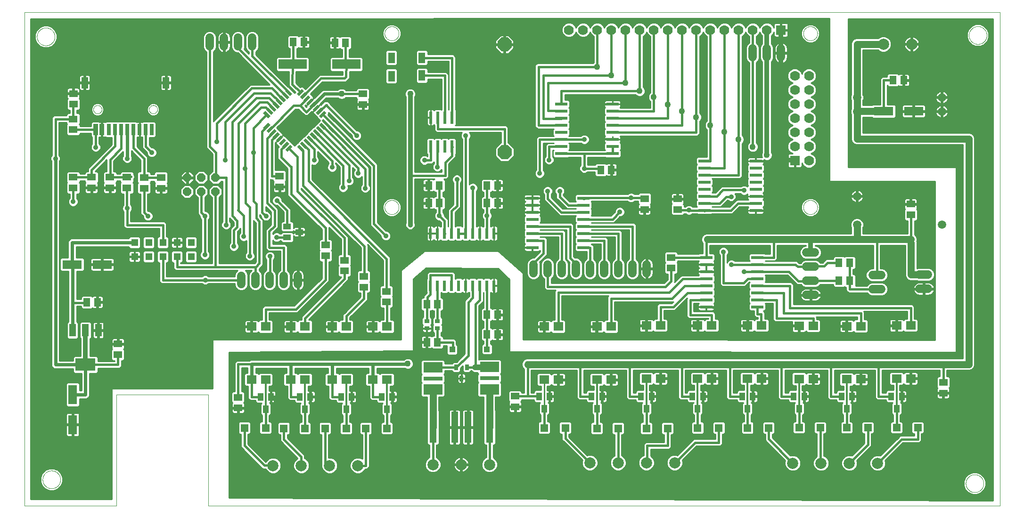
<source format=gbr>
G75*
%MOIN*%
%OFA0B0*%
%FSLAX25Y25*%
%IPPOS*%
%LPD*%
%AMOC8*
5,1,8,0,0,1.08239X$1,22.5*
%
%ADD10C,0.00000*%
%ADD11R,0.05906X0.05118*%
%ADD12R,0.07008X0.06102*%
%ADD13R,0.05512X0.05512*%
%ADD14R,0.02362X0.08661*%
%ADD15OC8,0.10000*%
%ADD16R,0.05000X0.07500*%
%ADD17R,0.05118X0.05906*%
%ADD18C,0.05937*%
%ADD19C,0.07874*%
%ADD20R,0.04799X0.08799*%
%ADD21R,0.14173X0.08661*%
%ADD22R,0.06299X0.13780*%
%ADD23R,0.13780X0.06299*%
%ADD24R,0.05000X0.02200*%
%ADD25R,0.02200X0.05000*%
%ADD26R,0.20000X0.07000*%
%ADD27OC8,0.06000*%
%ADD28R,0.05118X0.22047*%
%ADD29R,0.13386X0.07283*%
%ADD30R,0.13386X0.03150*%
%ADD31R,0.02500X0.04000*%
%ADD32R,0.02200X0.07800*%
%ADD33R,0.03543X0.02756*%
%ADD34R,0.08661X0.02362*%
%ADD35C,0.06000*%
%ADD36R,0.05150X0.05150*%
%ADD37R,0.02756X0.07874*%
%ADD38R,0.03346X0.07874*%
%ADD39R,0.04724X0.07874*%
%ADD40R,0.06299X0.05118*%
%ADD41C,0.07000*%
%ADD42R,0.07000X0.07000*%
%ADD43C,0.05937*%
%ADD44R,0.03937X0.05512*%
%ADD45R,0.05512X0.03937*%
%ADD46C,0.01600*%
%ADD47C,0.03200*%
%ADD48C,0.03575*%
%ADD49C,0.02400*%
%ADD50C,0.01000*%
%ADD51C,0.01200*%
%ADD52C,0.05000*%
%ADD53C,0.04362*%
%ADD54C,0.04000*%
%ADD55R,0.04362X0.04362*%
D10*
X0001000Y0005063D02*
X0001000Y0354138D01*
X0690920Y0354138D01*
X0690920Y0005063D01*
X0131187Y0005000D01*
X0131187Y0083500D01*
X0066187Y0083500D01*
X0066187Y0005063D01*
X0001000Y0005063D01*
X0013888Y0023500D02*
X0013890Y0023658D01*
X0013896Y0023816D01*
X0013906Y0023974D01*
X0013920Y0024132D01*
X0013938Y0024289D01*
X0013959Y0024446D01*
X0013985Y0024602D01*
X0014015Y0024758D01*
X0014048Y0024913D01*
X0014086Y0025066D01*
X0014127Y0025219D01*
X0014172Y0025371D01*
X0014221Y0025522D01*
X0014274Y0025671D01*
X0014330Y0025819D01*
X0014390Y0025965D01*
X0014454Y0026110D01*
X0014522Y0026253D01*
X0014593Y0026395D01*
X0014667Y0026535D01*
X0014745Y0026672D01*
X0014827Y0026808D01*
X0014911Y0026942D01*
X0015000Y0027073D01*
X0015091Y0027202D01*
X0015186Y0027329D01*
X0015283Y0027454D01*
X0015384Y0027576D01*
X0015488Y0027695D01*
X0015595Y0027812D01*
X0015705Y0027926D01*
X0015818Y0028037D01*
X0015933Y0028146D01*
X0016051Y0028251D01*
X0016172Y0028353D01*
X0016295Y0028453D01*
X0016421Y0028549D01*
X0016549Y0028642D01*
X0016679Y0028732D01*
X0016812Y0028818D01*
X0016947Y0028902D01*
X0017083Y0028981D01*
X0017222Y0029058D01*
X0017363Y0029130D01*
X0017505Y0029200D01*
X0017649Y0029265D01*
X0017795Y0029327D01*
X0017942Y0029385D01*
X0018091Y0029440D01*
X0018241Y0029491D01*
X0018392Y0029538D01*
X0018544Y0029581D01*
X0018697Y0029620D01*
X0018852Y0029656D01*
X0019007Y0029687D01*
X0019163Y0029715D01*
X0019319Y0029739D01*
X0019476Y0029759D01*
X0019634Y0029775D01*
X0019791Y0029787D01*
X0019950Y0029795D01*
X0020108Y0029799D01*
X0020266Y0029799D01*
X0020424Y0029795D01*
X0020583Y0029787D01*
X0020740Y0029775D01*
X0020898Y0029759D01*
X0021055Y0029739D01*
X0021211Y0029715D01*
X0021367Y0029687D01*
X0021522Y0029656D01*
X0021677Y0029620D01*
X0021830Y0029581D01*
X0021982Y0029538D01*
X0022133Y0029491D01*
X0022283Y0029440D01*
X0022432Y0029385D01*
X0022579Y0029327D01*
X0022725Y0029265D01*
X0022869Y0029200D01*
X0023011Y0029130D01*
X0023152Y0029058D01*
X0023291Y0028981D01*
X0023427Y0028902D01*
X0023562Y0028818D01*
X0023695Y0028732D01*
X0023825Y0028642D01*
X0023953Y0028549D01*
X0024079Y0028453D01*
X0024202Y0028353D01*
X0024323Y0028251D01*
X0024441Y0028146D01*
X0024556Y0028037D01*
X0024669Y0027926D01*
X0024779Y0027812D01*
X0024886Y0027695D01*
X0024990Y0027576D01*
X0025091Y0027454D01*
X0025188Y0027329D01*
X0025283Y0027202D01*
X0025374Y0027073D01*
X0025463Y0026942D01*
X0025547Y0026808D01*
X0025629Y0026672D01*
X0025707Y0026535D01*
X0025781Y0026395D01*
X0025852Y0026253D01*
X0025920Y0026110D01*
X0025984Y0025965D01*
X0026044Y0025819D01*
X0026100Y0025671D01*
X0026153Y0025522D01*
X0026202Y0025371D01*
X0026247Y0025219D01*
X0026288Y0025066D01*
X0026326Y0024913D01*
X0026359Y0024758D01*
X0026389Y0024602D01*
X0026415Y0024446D01*
X0026436Y0024289D01*
X0026454Y0024132D01*
X0026468Y0023974D01*
X0026478Y0023816D01*
X0026484Y0023658D01*
X0026486Y0023500D01*
X0026484Y0023342D01*
X0026478Y0023184D01*
X0026468Y0023026D01*
X0026454Y0022868D01*
X0026436Y0022711D01*
X0026415Y0022554D01*
X0026389Y0022398D01*
X0026359Y0022242D01*
X0026326Y0022087D01*
X0026288Y0021934D01*
X0026247Y0021781D01*
X0026202Y0021629D01*
X0026153Y0021478D01*
X0026100Y0021329D01*
X0026044Y0021181D01*
X0025984Y0021035D01*
X0025920Y0020890D01*
X0025852Y0020747D01*
X0025781Y0020605D01*
X0025707Y0020465D01*
X0025629Y0020328D01*
X0025547Y0020192D01*
X0025463Y0020058D01*
X0025374Y0019927D01*
X0025283Y0019798D01*
X0025188Y0019671D01*
X0025091Y0019546D01*
X0024990Y0019424D01*
X0024886Y0019305D01*
X0024779Y0019188D01*
X0024669Y0019074D01*
X0024556Y0018963D01*
X0024441Y0018854D01*
X0024323Y0018749D01*
X0024202Y0018647D01*
X0024079Y0018547D01*
X0023953Y0018451D01*
X0023825Y0018358D01*
X0023695Y0018268D01*
X0023562Y0018182D01*
X0023427Y0018098D01*
X0023291Y0018019D01*
X0023152Y0017942D01*
X0023011Y0017870D01*
X0022869Y0017800D01*
X0022725Y0017735D01*
X0022579Y0017673D01*
X0022432Y0017615D01*
X0022283Y0017560D01*
X0022133Y0017509D01*
X0021982Y0017462D01*
X0021830Y0017419D01*
X0021677Y0017380D01*
X0021522Y0017344D01*
X0021367Y0017313D01*
X0021211Y0017285D01*
X0021055Y0017261D01*
X0020898Y0017241D01*
X0020740Y0017225D01*
X0020583Y0017213D01*
X0020424Y0017205D01*
X0020266Y0017201D01*
X0020108Y0017201D01*
X0019950Y0017205D01*
X0019791Y0017213D01*
X0019634Y0017225D01*
X0019476Y0017241D01*
X0019319Y0017261D01*
X0019163Y0017285D01*
X0019007Y0017313D01*
X0018852Y0017344D01*
X0018697Y0017380D01*
X0018544Y0017419D01*
X0018392Y0017462D01*
X0018241Y0017509D01*
X0018091Y0017560D01*
X0017942Y0017615D01*
X0017795Y0017673D01*
X0017649Y0017735D01*
X0017505Y0017800D01*
X0017363Y0017870D01*
X0017222Y0017942D01*
X0017083Y0018019D01*
X0016947Y0018098D01*
X0016812Y0018182D01*
X0016679Y0018268D01*
X0016549Y0018358D01*
X0016421Y0018451D01*
X0016295Y0018547D01*
X0016172Y0018647D01*
X0016051Y0018749D01*
X0015933Y0018854D01*
X0015818Y0018963D01*
X0015705Y0019074D01*
X0015595Y0019188D01*
X0015488Y0019305D01*
X0015384Y0019424D01*
X0015283Y0019546D01*
X0015186Y0019671D01*
X0015091Y0019798D01*
X0015000Y0019927D01*
X0014911Y0020058D01*
X0014827Y0020192D01*
X0014745Y0020328D01*
X0014667Y0020465D01*
X0014593Y0020605D01*
X0014522Y0020747D01*
X0014454Y0020890D01*
X0014390Y0021035D01*
X0014330Y0021181D01*
X0014274Y0021329D01*
X0014221Y0021478D01*
X0014172Y0021629D01*
X0014127Y0021781D01*
X0014086Y0021934D01*
X0014048Y0022087D01*
X0014015Y0022242D01*
X0013985Y0022398D01*
X0013959Y0022554D01*
X0013938Y0022711D01*
X0013920Y0022868D01*
X0013906Y0023026D01*
X0013896Y0023184D01*
X0013890Y0023342D01*
X0013888Y0023500D01*
X0255837Y0216250D02*
X0255839Y0216391D01*
X0255845Y0216532D01*
X0255855Y0216672D01*
X0255869Y0216812D01*
X0255887Y0216952D01*
X0255908Y0217091D01*
X0255934Y0217230D01*
X0255963Y0217368D01*
X0255997Y0217504D01*
X0256034Y0217640D01*
X0256075Y0217775D01*
X0256120Y0217909D01*
X0256169Y0218041D01*
X0256221Y0218172D01*
X0256277Y0218301D01*
X0256337Y0218428D01*
X0256400Y0218554D01*
X0256466Y0218678D01*
X0256537Y0218801D01*
X0256610Y0218921D01*
X0256687Y0219039D01*
X0256767Y0219155D01*
X0256851Y0219268D01*
X0256937Y0219379D01*
X0257027Y0219488D01*
X0257120Y0219594D01*
X0257215Y0219697D01*
X0257314Y0219798D01*
X0257415Y0219896D01*
X0257519Y0219991D01*
X0257626Y0220083D01*
X0257735Y0220172D01*
X0257847Y0220257D01*
X0257961Y0220340D01*
X0258077Y0220420D01*
X0258196Y0220496D01*
X0258317Y0220568D01*
X0258439Y0220638D01*
X0258564Y0220703D01*
X0258690Y0220766D01*
X0258818Y0220824D01*
X0258948Y0220879D01*
X0259079Y0220931D01*
X0259212Y0220978D01*
X0259346Y0221022D01*
X0259481Y0221063D01*
X0259617Y0221099D01*
X0259754Y0221131D01*
X0259892Y0221160D01*
X0260030Y0221185D01*
X0260170Y0221205D01*
X0260310Y0221222D01*
X0260450Y0221235D01*
X0260591Y0221244D01*
X0260731Y0221249D01*
X0260872Y0221250D01*
X0261013Y0221247D01*
X0261154Y0221240D01*
X0261294Y0221229D01*
X0261434Y0221214D01*
X0261574Y0221195D01*
X0261713Y0221173D01*
X0261851Y0221146D01*
X0261989Y0221116D01*
X0262125Y0221081D01*
X0262261Y0221043D01*
X0262395Y0221001D01*
X0262529Y0220955D01*
X0262661Y0220906D01*
X0262791Y0220852D01*
X0262920Y0220795D01*
X0263047Y0220735D01*
X0263173Y0220671D01*
X0263296Y0220603D01*
X0263418Y0220532D01*
X0263538Y0220458D01*
X0263655Y0220380D01*
X0263770Y0220299D01*
X0263883Y0220215D01*
X0263994Y0220128D01*
X0264102Y0220037D01*
X0264207Y0219944D01*
X0264310Y0219847D01*
X0264410Y0219748D01*
X0264507Y0219646D01*
X0264601Y0219541D01*
X0264692Y0219434D01*
X0264780Y0219324D01*
X0264865Y0219212D01*
X0264947Y0219097D01*
X0265026Y0218980D01*
X0265101Y0218861D01*
X0265173Y0218740D01*
X0265241Y0218617D01*
X0265306Y0218492D01*
X0265368Y0218365D01*
X0265425Y0218236D01*
X0265480Y0218106D01*
X0265530Y0217975D01*
X0265577Y0217842D01*
X0265620Y0217708D01*
X0265659Y0217572D01*
X0265694Y0217436D01*
X0265726Y0217299D01*
X0265753Y0217161D01*
X0265777Y0217022D01*
X0265797Y0216882D01*
X0265813Y0216742D01*
X0265825Y0216602D01*
X0265833Y0216461D01*
X0265837Y0216320D01*
X0265837Y0216180D01*
X0265833Y0216039D01*
X0265825Y0215898D01*
X0265813Y0215758D01*
X0265797Y0215618D01*
X0265777Y0215478D01*
X0265753Y0215339D01*
X0265726Y0215201D01*
X0265694Y0215064D01*
X0265659Y0214928D01*
X0265620Y0214792D01*
X0265577Y0214658D01*
X0265530Y0214525D01*
X0265480Y0214394D01*
X0265425Y0214264D01*
X0265368Y0214135D01*
X0265306Y0214008D01*
X0265241Y0213883D01*
X0265173Y0213760D01*
X0265101Y0213639D01*
X0265026Y0213520D01*
X0264947Y0213403D01*
X0264865Y0213288D01*
X0264780Y0213176D01*
X0264692Y0213066D01*
X0264601Y0212959D01*
X0264507Y0212854D01*
X0264410Y0212752D01*
X0264310Y0212653D01*
X0264207Y0212556D01*
X0264102Y0212463D01*
X0263994Y0212372D01*
X0263883Y0212285D01*
X0263770Y0212201D01*
X0263655Y0212120D01*
X0263538Y0212042D01*
X0263418Y0211968D01*
X0263296Y0211897D01*
X0263173Y0211829D01*
X0263047Y0211765D01*
X0262920Y0211705D01*
X0262791Y0211648D01*
X0262661Y0211594D01*
X0262529Y0211545D01*
X0262395Y0211499D01*
X0262261Y0211457D01*
X0262125Y0211419D01*
X0261989Y0211384D01*
X0261851Y0211354D01*
X0261713Y0211327D01*
X0261574Y0211305D01*
X0261434Y0211286D01*
X0261294Y0211271D01*
X0261154Y0211260D01*
X0261013Y0211253D01*
X0260872Y0211250D01*
X0260731Y0211251D01*
X0260591Y0211256D01*
X0260450Y0211265D01*
X0260310Y0211278D01*
X0260170Y0211295D01*
X0260030Y0211315D01*
X0259892Y0211340D01*
X0259754Y0211369D01*
X0259617Y0211401D01*
X0259481Y0211437D01*
X0259346Y0211478D01*
X0259212Y0211522D01*
X0259079Y0211569D01*
X0258948Y0211621D01*
X0258818Y0211676D01*
X0258690Y0211734D01*
X0258564Y0211797D01*
X0258439Y0211862D01*
X0258317Y0211932D01*
X0258196Y0212004D01*
X0258077Y0212080D01*
X0257961Y0212160D01*
X0257847Y0212243D01*
X0257735Y0212328D01*
X0257626Y0212417D01*
X0257519Y0212509D01*
X0257415Y0212604D01*
X0257314Y0212702D01*
X0257215Y0212803D01*
X0257120Y0212906D01*
X0257027Y0213012D01*
X0256937Y0213121D01*
X0256851Y0213232D01*
X0256767Y0213345D01*
X0256687Y0213461D01*
X0256610Y0213579D01*
X0256537Y0213699D01*
X0256466Y0213822D01*
X0256400Y0213946D01*
X0256337Y0214072D01*
X0256277Y0214199D01*
X0256221Y0214328D01*
X0256169Y0214459D01*
X0256120Y0214591D01*
X0256075Y0214725D01*
X0256034Y0214860D01*
X0255997Y0214996D01*
X0255963Y0215132D01*
X0255934Y0215270D01*
X0255908Y0215409D01*
X0255887Y0215548D01*
X0255869Y0215688D01*
X0255855Y0215828D01*
X0255845Y0215968D01*
X0255839Y0216109D01*
X0255837Y0216250D01*
X0089169Y0285486D02*
X0089171Y0285594D01*
X0089177Y0285703D01*
X0089187Y0285811D01*
X0089201Y0285918D01*
X0089219Y0286025D01*
X0089240Y0286132D01*
X0089266Y0286237D01*
X0089296Y0286342D01*
X0089329Y0286445D01*
X0089366Y0286547D01*
X0089407Y0286647D01*
X0089451Y0286746D01*
X0089500Y0286844D01*
X0089551Y0286939D01*
X0089606Y0287032D01*
X0089665Y0287124D01*
X0089727Y0287213D01*
X0089792Y0287300D01*
X0089860Y0287384D01*
X0089931Y0287466D01*
X0090005Y0287545D01*
X0090082Y0287621D01*
X0090162Y0287695D01*
X0090245Y0287765D01*
X0090330Y0287833D01*
X0090417Y0287897D01*
X0090507Y0287958D01*
X0090599Y0288016D01*
X0090693Y0288070D01*
X0090789Y0288121D01*
X0090886Y0288168D01*
X0090986Y0288212D01*
X0091087Y0288252D01*
X0091189Y0288288D01*
X0091292Y0288320D01*
X0091397Y0288349D01*
X0091503Y0288373D01*
X0091609Y0288394D01*
X0091716Y0288411D01*
X0091824Y0288424D01*
X0091932Y0288433D01*
X0092041Y0288438D01*
X0092149Y0288439D01*
X0092258Y0288436D01*
X0092366Y0288429D01*
X0092474Y0288418D01*
X0092581Y0288403D01*
X0092688Y0288384D01*
X0092794Y0288361D01*
X0092899Y0288335D01*
X0093004Y0288304D01*
X0093106Y0288270D01*
X0093208Y0288232D01*
X0093308Y0288190D01*
X0093407Y0288145D01*
X0093504Y0288096D01*
X0093598Y0288043D01*
X0093691Y0287987D01*
X0093782Y0287928D01*
X0093871Y0287865D01*
X0093957Y0287800D01*
X0094041Y0287731D01*
X0094122Y0287659D01*
X0094200Y0287584D01*
X0094276Y0287506D01*
X0094349Y0287425D01*
X0094419Y0287342D01*
X0094485Y0287257D01*
X0094549Y0287169D01*
X0094609Y0287078D01*
X0094666Y0286986D01*
X0094719Y0286891D01*
X0094769Y0286795D01*
X0094815Y0286697D01*
X0094858Y0286597D01*
X0094897Y0286496D01*
X0094932Y0286393D01*
X0094964Y0286290D01*
X0094991Y0286185D01*
X0095015Y0286079D01*
X0095035Y0285972D01*
X0095051Y0285865D01*
X0095063Y0285757D01*
X0095071Y0285649D01*
X0095075Y0285540D01*
X0095075Y0285432D01*
X0095071Y0285323D01*
X0095063Y0285215D01*
X0095051Y0285107D01*
X0095035Y0285000D01*
X0095015Y0284893D01*
X0094991Y0284787D01*
X0094964Y0284682D01*
X0094932Y0284579D01*
X0094897Y0284476D01*
X0094858Y0284375D01*
X0094815Y0284275D01*
X0094769Y0284177D01*
X0094719Y0284081D01*
X0094666Y0283986D01*
X0094609Y0283894D01*
X0094549Y0283803D01*
X0094485Y0283715D01*
X0094419Y0283630D01*
X0094349Y0283547D01*
X0094276Y0283466D01*
X0094200Y0283388D01*
X0094122Y0283313D01*
X0094041Y0283241D01*
X0093957Y0283172D01*
X0093871Y0283107D01*
X0093782Y0283044D01*
X0093691Y0282985D01*
X0093599Y0282929D01*
X0093504Y0282876D01*
X0093407Y0282827D01*
X0093308Y0282782D01*
X0093208Y0282740D01*
X0093106Y0282702D01*
X0093004Y0282668D01*
X0092899Y0282637D01*
X0092794Y0282611D01*
X0092688Y0282588D01*
X0092581Y0282569D01*
X0092474Y0282554D01*
X0092366Y0282543D01*
X0092258Y0282536D01*
X0092149Y0282533D01*
X0092041Y0282534D01*
X0091932Y0282539D01*
X0091824Y0282548D01*
X0091716Y0282561D01*
X0091609Y0282578D01*
X0091503Y0282599D01*
X0091397Y0282623D01*
X0091292Y0282652D01*
X0091189Y0282684D01*
X0091087Y0282720D01*
X0090986Y0282760D01*
X0090886Y0282804D01*
X0090789Y0282851D01*
X0090693Y0282902D01*
X0090599Y0282956D01*
X0090507Y0283014D01*
X0090417Y0283075D01*
X0090330Y0283139D01*
X0090245Y0283207D01*
X0090162Y0283277D01*
X0090082Y0283351D01*
X0090005Y0283427D01*
X0089931Y0283506D01*
X0089860Y0283588D01*
X0089792Y0283672D01*
X0089727Y0283759D01*
X0089665Y0283848D01*
X0089606Y0283940D01*
X0089551Y0284033D01*
X0089500Y0284128D01*
X0089451Y0284226D01*
X0089407Y0284325D01*
X0089366Y0284425D01*
X0089329Y0284527D01*
X0089296Y0284630D01*
X0089266Y0284735D01*
X0089240Y0284840D01*
X0089219Y0284947D01*
X0089201Y0285054D01*
X0089187Y0285161D01*
X0089177Y0285269D01*
X0089171Y0285378D01*
X0089169Y0285486D01*
X0049799Y0285486D02*
X0049801Y0285594D01*
X0049807Y0285703D01*
X0049817Y0285811D01*
X0049831Y0285918D01*
X0049849Y0286025D01*
X0049870Y0286132D01*
X0049896Y0286237D01*
X0049926Y0286342D01*
X0049959Y0286445D01*
X0049996Y0286547D01*
X0050037Y0286647D01*
X0050081Y0286746D01*
X0050130Y0286844D01*
X0050181Y0286939D01*
X0050236Y0287032D01*
X0050295Y0287124D01*
X0050357Y0287213D01*
X0050422Y0287300D01*
X0050490Y0287384D01*
X0050561Y0287466D01*
X0050635Y0287545D01*
X0050712Y0287621D01*
X0050792Y0287695D01*
X0050875Y0287765D01*
X0050960Y0287833D01*
X0051047Y0287897D01*
X0051137Y0287958D01*
X0051229Y0288016D01*
X0051323Y0288070D01*
X0051419Y0288121D01*
X0051516Y0288168D01*
X0051616Y0288212D01*
X0051717Y0288252D01*
X0051819Y0288288D01*
X0051922Y0288320D01*
X0052027Y0288349D01*
X0052133Y0288373D01*
X0052239Y0288394D01*
X0052346Y0288411D01*
X0052454Y0288424D01*
X0052562Y0288433D01*
X0052671Y0288438D01*
X0052779Y0288439D01*
X0052888Y0288436D01*
X0052996Y0288429D01*
X0053104Y0288418D01*
X0053211Y0288403D01*
X0053318Y0288384D01*
X0053424Y0288361D01*
X0053529Y0288335D01*
X0053634Y0288304D01*
X0053736Y0288270D01*
X0053838Y0288232D01*
X0053938Y0288190D01*
X0054037Y0288145D01*
X0054134Y0288096D01*
X0054228Y0288043D01*
X0054321Y0287987D01*
X0054412Y0287928D01*
X0054501Y0287865D01*
X0054587Y0287800D01*
X0054671Y0287731D01*
X0054752Y0287659D01*
X0054830Y0287584D01*
X0054906Y0287506D01*
X0054979Y0287425D01*
X0055049Y0287342D01*
X0055115Y0287257D01*
X0055179Y0287169D01*
X0055239Y0287078D01*
X0055296Y0286986D01*
X0055349Y0286891D01*
X0055399Y0286795D01*
X0055445Y0286697D01*
X0055488Y0286597D01*
X0055527Y0286496D01*
X0055562Y0286393D01*
X0055594Y0286290D01*
X0055621Y0286185D01*
X0055645Y0286079D01*
X0055665Y0285972D01*
X0055681Y0285865D01*
X0055693Y0285757D01*
X0055701Y0285649D01*
X0055705Y0285540D01*
X0055705Y0285432D01*
X0055701Y0285323D01*
X0055693Y0285215D01*
X0055681Y0285107D01*
X0055665Y0285000D01*
X0055645Y0284893D01*
X0055621Y0284787D01*
X0055594Y0284682D01*
X0055562Y0284579D01*
X0055527Y0284476D01*
X0055488Y0284375D01*
X0055445Y0284275D01*
X0055399Y0284177D01*
X0055349Y0284081D01*
X0055296Y0283986D01*
X0055239Y0283894D01*
X0055179Y0283803D01*
X0055115Y0283715D01*
X0055049Y0283630D01*
X0054979Y0283547D01*
X0054906Y0283466D01*
X0054830Y0283388D01*
X0054752Y0283313D01*
X0054671Y0283241D01*
X0054587Y0283172D01*
X0054501Y0283107D01*
X0054412Y0283044D01*
X0054321Y0282985D01*
X0054229Y0282929D01*
X0054134Y0282876D01*
X0054037Y0282827D01*
X0053938Y0282782D01*
X0053838Y0282740D01*
X0053736Y0282702D01*
X0053634Y0282668D01*
X0053529Y0282637D01*
X0053424Y0282611D01*
X0053318Y0282588D01*
X0053211Y0282569D01*
X0053104Y0282554D01*
X0052996Y0282543D01*
X0052888Y0282536D01*
X0052779Y0282533D01*
X0052671Y0282534D01*
X0052562Y0282539D01*
X0052454Y0282548D01*
X0052346Y0282561D01*
X0052239Y0282578D01*
X0052133Y0282599D01*
X0052027Y0282623D01*
X0051922Y0282652D01*
X0051819Y0282684D01*
X0051717Y0282720D01*
X0051616Y0282760D01*
X0051516Y0282804D01*
X0051419Y0282851D01*
X0051323Y0282902D01*
X0051229Y0282956D01*
X0051137Y0283014D01*
X0051047Y0283075D01*
X0050960Y0283139D01*
X0050875Y0283207D01*
X0050792Y0283277D01*
X0050712Y0283351D01*
X0050635Y0283427D01*
X0050561Y0283506D01*
X0050490Y0283588D01*
X0050422Y0283672D01*
X0050357Y0283759D01*
X0050295Y0283848D01*
X0050236Y0283940D01*
X0050181Y0284033D01*
X0050130Y0284128D01*
X0050081Y0284226D01*
X0050037Y0284325D01*
X0049996Y0284425D01*
X0049959Y0284527D01*
X0049926Y0284630D01*
X0049896Y0284735D01*
X0049870Y0284840D01*
X0049849Y0284947D01*
X0049831Y0285054D01*
X0049817Y0285161D01*
X0049807Y0285269D01*
X0049801Y0285378D01*
X0049799Y0285486D01*
X0009888Y0337000D02*
X0009890Y0337158D01*
X0009896Y0337316D01*
X0009906Y0337474D01*
X0009920Y0337632D01*
X0009938Y0337789D01*
X0009959Y0337946D01*
X0009985Y0338102D01*
X0010015Y0338258D01*
X0010048Y0338413D01*
X0010086Y0338566D01*
X0010127Y0338719D01*
X0010172Y0338871D01*
X0010221Y0339022D01*
X0010274Y0339171D01*
X0010330Y0339319D01*
X0010390Y0339465D01*
X0010454Y0339610D01*
X0010522Y0339753D01*
X0010593Y0339895D01*
X0010667Y0340035D01*
X0010745Y0340172D01*
X0010827Y0340308D01*
X0010911Y0340442D01*
X0011000Y0340573D01*
X0011091Y0340702D01*
X0011186Y0340829D01*
X0011283Y0340954D01*
X0011384Y0341076D01*
X0011488Y0341195D01*
X0011595Y0341312D01*
X0011705Y0341426D01*
X0011818Y0341537D01*
X0011933Y0341646D01*
X0012051Y0341751D01*
X0012172Y0341853D01*
X0012295Y0341953D01*
X0012421Y0342049D01*
X0012549Y0342142D01*
X0012679Y0342232D01*
X0012812Y0342318D01*
X0012947Y0342402D01*
X0013083Y0342481D01*
X0013222Y0342558D01*
X0013363Y0342630D01*
X0013505Y0342700D01*
X0013649Y0342765D01*
X0013795Y0342827D01*
X0013942Y0342885D01*
X0014091Y0342940D01*
X0014241Y0342991D01*
X0014392Y0343038D01*
X0014544Y0343081D01*
X0014697Y0343120D01*
X0014852Y0343156D01*
X0015007Y0343187D01*
X0015163Y0343215D01*
X0015319Y0343239D01*
X0015476Y0343259D01*
X0015634Y0343275D01*
X0015791Y0343287D01*
X0015950Y0343295D01*
X0016108Y0343299D01*
X0016266Y0343299D01*
X0016424Y0343295D01*
X0016583Y0343287D01*
X0016740Y0343275D01*
X0016898Y0343259D01*
X0017055Y0343239D01*
X0017211Y0343215D01*
X0017367Y0343187D01*
X0017522Y0343156D01*
X0017677Y0343120D01*
X0017830Y0343081D01*
X0017982Y0343038D01*
X0018133Y0342991D01*
X0018283Y0342940D01*
X0018432Y0342885D01*
X0018579Y0342827D01*
X0018725Y0342765D01*
X0018869Y0342700D01*
X0019011Y0342630D01*
X0019152Y0342558D01*
X0019291Y0342481D01*
X0019427Y0342402D01*
X0019562Y0342318D01*
X0019695Y0342232D01*
X0019825Y0342142D01*
X0019953Y0342049D01*
X0020079Y0341953D01*
X0020202Y0341853D01*
X0020323Y0341751D01*
X0020441Y0341646D01*
X0020556Y0341537D01*
X0020669Y0341426D01*
X0020779Y0341312D01*
X0020886Y0341195D01*
X0020990Y0341076D01*
X0021091Y0340954D01*
X0021188Y0340829D01*
X0021283Y0340702D01*
X0021374Y0340573D01*
X0021463Y0340442D01*
X0021547Y0340308D01*
X0021629Y0340172D01*
X0021707Y0340035D01*
X0021781Y0339895D01*
X0021852Y0339753D01*
X0021920Y0339610D01*
X0021984Y0339465D01*
X0022044Y0339319D01*
X0022100Y0339171D01*
X0022153Y0339022D01*
X0022202Y0338871D01*
X0022247Y0338719D01*
X0022288Y0338566D01*
X0022326Y0338413D01*
X0022359Y0338258D01*
X0022389Y0338102D01*
X0022415Y0337946D01*
X0022436Y0337789D01*
X0022454Y0337632D01*
X0022468Y0337474D01*
X0022478Y0337316D01*
X0022484Y0337158D01*
X0022486Y0337000D01*
X0022484Y0336842D01*
X0022478Y0336684D01*
X0022468Y0336526D01*
X0022454Y0336368D01*
X0022436Y0336211D01*
X0022415Y0336054D01*
X0022389Y0335898D01*
X0022359Y0335742D01*
X0022326Y0335587D01*
X0022288Y0335434D01*
X0022247Y0335281D01*
X0022202Y0335129D01*
X0022153Y0334978D01*
X0022100Y0334829D01*
X0022044Y0334681D01*
X0021984Y0334535D01*
X0021920Y0334390D01*
X0021852Y0334247D01*
X0021781Y0334105D01*
X0021707Y0333965D01*
X0021629Y0333828D01*
X0021547Y0333692D01*
X0021463Y0333558D01*
X0021374Y0333427D01*
X0021283Y0333298D01*
X0021188Y0333171D01*
X0021091Y0333046D01*
X0020990Y0332924D01*
X0020886Y0332805D01*
X0020779Y0332688D01*
X0020669Y0332574D01*
X0020556Y0332463D01*
X0020441Y0332354D01*
X0020323Y0332249D01*
X0020202Y0332147D01*
X0020079Y0332047D01*
X0019953Y0331951D01*
X0019825Y0331858D01*
X0019695Y0331768D01*
X0019562Y0331682D01*
X0019427Y0331598D01*
X0019291Y0331519D01*
X0019152Y0331442D01*
X0019011Y0331370D01*
X0018869Y0331300D01*
X0018725Y0331235D01*
X0018579Y0331173D01*
X0018432Y0331115D01*
X0018283Y0331060D01*
X0018133Y0331009D01*
X0017982Y0330962D01*
X0017830Y0330919D01*
X0017677Y0330880D01*
X0017522Y0330844D01*
X0017367Y0330813D01*
X0017211Y0330785D01*
X0017055Y0330761D01*
X0016898Y0330741D01*
X0016740Y0330725D01*
X0016583Y0330713D01*
X0016424Y0330705D01*
X0016266Y0330701D01*
X0016108Y0330701D01*
X0015950Y0330705D01*
X0015791Y0330713D01*
X0015634Y0330725D01*
X0015476Y0330741D01*
X0015319Y0330761D01*
X0015163Y0330785D01*
X0015007Y0330813D01*
X0014852Y0330844D01*
X0014697Y0330880D01*
X0014544Y0330919D01*
X0014392Y0330962D01*
X0014241Y0331009D01*
X0014091Y0331060D01*
X0013942Y0331115D01*
X0013795Y0331173D01*
X0013649Y0331235D01*
X0013505Y0331300D01*
X0013363Y0331370D01*
X0013222Y0331442D01*
X0013083Y0331519D01*
X0012947Y0331598D01*
X0012812Y0331682D01*
X0012679Y0331768D01*
X0012549Y0331858D01*
X0012421Y0331951D01*
X0012295Y0332047D01*
X0012172Y0332147D01*
X0012051Y0332249D01*
X0011933Y0332354D01*
X0011818Y0332463D01*
X0011705Y0332574D01*
X0011595Y0332688D01*
X0011488Y0332805D01*
X0011384Y0332924D01*
X0011283Y0333046D01*
X0011186Y0333171D01*
X0011091Y0333298D01*
X0011000Y0333427D01*
X0010911Y0333558D01*
X0010827Y0333692D01*
X0010745Y0333828D01*
X0010667Y0333965D01*
X0010593Y0334105D01*
X0010522Y0334247D01*
X0010454Y0334390D01*
X0010390Y0334535D01*
X0010330Y0334681D01*
X0010274Y0334829D01*
X0010221Y0334978D01*
X0010172Y0335129D01*
X0010127Y0335281D01*
X0010086Y0335434D01*
X0010048Y0335587D01*
X0010015Y0335742D01*
X0009985Y0335898D01*
X0009959Y0336054D01*
X0009938Y0336211D01*
X0009920Y0336368D01*
X0009906Y0336526D01*
X0009896Y0336684D01*
X0009890Y0336842D01*
X0009888Y0337000D01*
X0255837Y0339250D02*
X0255839Y0339391D01*
X0255845Y0339532D01*
X0255855Y0339672D01*
X0255869Y0339812D01*
X0255887Y0339952D01*
X0255908Y0340091D01*
X0255934Y0340230D01*
X0255963Y0340368D01*
X0255997Y0340504D01*
X0256034Y0340640D01*
X0256075Y0340775D01*
X0256120Y0340909D01*
X0256169Y0341041D01*
X0256221Y0341172D01*
X0256277Y0341301D01*
X0256337Y0341428D01*
X0256400Y0341554D01*
X0256466Y0341678D01*
X0256537Y0341801D01*
X0256610Y0341921D01*
X0256687Y0342039D01*
X0256767Y0342155D01*
X0256851Y0342268D01*
X0256937Y0342379D01*
X0257027Y0342488D01*
X0257120Y0342594D01*
X0257215Y0342697D01*
X0257314Y0342798D01*
X0257415Y0342896D01*
X0257519Y0342991D01*
X0257626Y0343083D01*
X0257735Y0343172D01*
X0257847Y0343257D01*
X0257961Y0343340D01*
X0258077Y0343420D01*
X0258196Y0343496D01*
X0258317Y0343568D01*
X0258439Y0343638D01*
X0258564Y0343703D01*
X0258690Y0343766D01*
X0258818Y0343824D01*
X0258948Y0343879D01*
X0259079Y0343931D01*
X0259212Y0343978D01*
X0259346Y0344022D01*
X0259481Y0344063D01*
X0259617Y0344099D01*
X0259754Y0344131D01*
X0259892Y0344160D01*
X0260030Y0344185D01*
X0260170Y0344205D01*
X0260310Y0344222D01*
X0260450Y0344235D01*
X0260591Y0344244D01*
X0260731Y0344249D01*
X0260872Y0344250D01*
X0261013Y0344247D01*
X0261154Y0344240D01*
X0261294Y0344229D01*
X0261434Y0344214D01*
X0261574Y0344195D01*
X0261713Y0344173D01*
X0261851Y0344146D01*
X0261989Y0344116D01*
X0262125Y0344081D01*
X0262261Y0344043D01*
X0262395Y0344001D01*
X0262529Y0343955D01*
X0262661Y0343906D01*
X0262791Y0343852D01*
X0262920Y0343795D01*
X0263047Y0343735D01*
X0263173Y0343671D01*
X0263296Y0343603D01*
X0263418Y0343532D01*
X0263538Y0343458D01*
X0263655Y0343380D01*
X0263770Y0343299D01*
X0263883Y0343215D01*
X0263994Y0343128D01*
X0264102Y0343037D01*
X0264207Y0342944D01*
X0264310Y0342847D01*
X0264410Y0342748D01*
X0264507Y0342646D01*
X0264601Y0342541D01*
X0264692Y0342434D01*
X0264780Y0342324D01*
X0264865Y0342212D01*
X0264947Y0342097D01*
X0265026Y0341980D01*
X0265101Y0341861D01*
X0265173Y0341740D01*
X0265241Y0341617D01*
X0265306Y0341492D01*
X0265368Y0341365D01*
X0265425Y0341236D01*
X0265480Y0341106D01*
X0265530Y0340975D01*
X0265577Y0340842D01*
X0265620Y0340708D01*
X0265659Y0340572D01*
X0265694Y0340436D01*
X0265726Y0340299D01*
X0265753Y0340161D01*
X0265777Y0340022D01*
X0265797Y0339882D01*
X0265813Y0339742D01*
X0265825Y0339602D01*
X0265833Y0339461D01*
X0265837Y0339320D01*
X0265837Y0339180D01*
X0265833Y0339039D01*
X0265825Y0338898D01*
X0265813Y0338758D01*
X0265797Y0338618D01*
X0265777Y0338478D01*
X0265753Y0338339D01*
X0265726Y0338201D01*
X0265694Y0338064D01*
X0265659Y0337928D01*
X0265620Y0337792D01*
X0265577Y0337658D01*
X0265530Y0337525D01*
X0265480Y0337394D01*
X0265425Y0337264D01*
X0265368Y0337135D01*
X0265306Y0337008D01*
X0265241Y0336883D01*
X0265173Y0336760D01*
X0265101Y0336639D01*
X0265026Y0336520D01*
X0264947Y0336403D01*
X0264865Y0336288D01*
X0264780Y0336176D01*
X0264692Y0336066D01*
X0264601Y0335959D01*
X0264507Y0335854D01*
X0264410Y0335752D01*
X0264310Y0335653D01*
X0264207Y0335556D01*
X0264102Y0335463D01*
X0263994Y0335372D01*
X0263883Y0335285D01*
X0263770Y0335201D01*
X0263655Y0335120D01*
X0263538Y0335042D01*
X0263418Y0334968D01*
X0263296Y0334897D01*
X0263173Y0334829D01*
X0263047Y0334765D01*
X0262920Y0334705D01*
X0262791Y0334648D01*
X0262661Y0334594D01*
X0262529Y0334545D01*
X0262395Y0334499D01*
X0262261Y0334457D01*
X0262125Y0334419D01*
X0261989Y0334384D01*
X0261851Y0334354D01*
X0261713Y0334327D01*
X0261574Y0334305D01*
X0261434Y0334286D01*
X0261294Y0334271D01*
X0261154Y0334260D01*
X0261013Y0334253D01*
X0260872Y0334250D01*
X0260731Y0334251D01*
X0260591Y0334256D01*
X0260450Y0334265D01*
X0260310Y0334278D01*
X0260170Y0334295D01*
X0260030Y0334315D01*
X0259892Y0334340D01*
X0259754Y0334369D01*
X0259617Y0334401D01*
X0259481Y0334437D01*
X0259346Y0334478D01*
X0259212Y0334522D01*
X0259079Y0334569D01*
X0258948Y0334621D01*
X0258818Y0334676D01*
X0258690Y0334734D01*
X0258564Y0334797D01*
X0258439Y0334862D01*
X0258317Y0334932D01*
X0258196Y0335004D01*
X0258077Y0335080D01*
X0257961Y0335160D01*
X0257847Y0335243D01*
X0257735Y0335328D01*
X0257626Y0335417D01*
X0257519Y0335509D01*
X0257415Y0335604D01*
X0257314Y0335702D01*
X0257215Y0335803D01*
X0257120Y0335906D01*
X0257027Y0336012D01*
X0256937Y0336121D01*
X0256851Y0336232D01*
X0256767Y0336345D01*
X0256687Y0336461D01*
X0256610Y0336579D01*
X0256537Y0336699D01*
X0256466Y0336822D01*
X0256400Y0336946D01*
X0256337Y0337072D01*
X0256277Y0337199D01*
X0256221Y0337328D01*
X0256169Y0337459D01*
X0256120Y0337591D01*
X0256075Y0337725D01*
X0256034Y0337860D01*
X0255997Y0337996D01*
X0255963Y0338132D01*
X0255934Y0338270D01*
X0255908Y0338409D01*
X0255887Y0338548D01*
X0255869Y0338688D01*
X0255855Y0338828D01*
X0255845Y0338968D01*
X0255839Y0339109D01*
X0255837Y0339250D01*
X0551937Y0339250D02*
X0551939Y0339391D01*
X0551945Y0339532D01*
X0551955Y0339672D01*
X0551969Y0339812D01*
X0551987Y0339952D01*
X0552008Y0340091D01*
X0552034Y0340230D01*
X0552063Y0340368D01*
X0552097Y0340504D01*
X0552134Y0340640D01*
X0552175Y0340775D01*
X0552220Y0340909D01*
X0552269Y0341041D01*
X0552321Y0341172D01*
X0552377Y0341301D01*
X0552437Y0341428D01*
X0552500Y0341554D01*
X0552566Y0341678D01*
X0552637Y0341801D01*
X0552710Y0341921D01*
X0552787Y0342039D01*
X0552867Y0342155D01*
X0552951Y0342268D01*
X0553037Y0342379D01*
X0553127Y0342488D01*
X0553220Y0342594D01*
X0553315Y0342697D01*
X0553414Y0342798D01*
X0553515Y0342896D01*
X0553619Y0342991D01*
X0553726Y0343083D01*
X0553835Y0343172D01*
X0553947Y0343257D01*
X0554061Y0343340D01*
X0554177Y0343420D01*
X0554296Y0343496D01*
X0554417Y0343568D01*
X0554539Y0343638D01*
X0554664Y0343703D01*
X0554790Y0343766D01*
X0554918Y0343824D01*
X0555048Y0343879D01*
X0555179Y0343931D01*
X0555312Y0343978D01*
X0555446Y0344022D01*
X0555581Y0344063D01*
X0555717Y0344099D01*
X0555854Y0344131D01*
X0555992Y0344160D01*
X0556130Y0344185D01*
X0556270Y0344205D01*
X0556410Y0344222D01*
X0556550Y0344235D01*
X0556691Y0344244D01*
X0556831Y0344249D01*
X0556972Y0344250D01*
X0557113Y0344247D01*
X0557254Y0344240D01*
X0557394Y0344229D01*
X0557534Y0344214D01*
X0557674Y0344195D01*
X0557813Y0344173D01*
X0557951Y0344146D01*
X0558089Y0344116D01*
X0558225Y0344081D01*
X0558361Y0344043D01*
X0558495Y0344001D01*
X0558629Y0343955D01*
X0558761Y0343906D01*
X0558891Y0343852D01*
X0559020Y0343795D01*
X0559147Y0343735D01*
X0559273Y0343671D01*
X0559396Y0343603D01*
X0559518Y0343532D01*
X0559638Y0343458D01*
X0559755Y0343380D01*
X0559870Y0343299D01*
X0559983Y0343215D01*
X0560094Y0343128D01*
X0560202Y0343037D01*
X0560307Y0342944D01*
X0560410Y0342847D01*
X0560510Y0342748D01*
X0560607Y0342646D01*
X0560701Y0342541D01*
X0560792Y0342434D01*
X0560880Y0342324D01*
X0560965Y0342212D01*
X0561047Y0342097D01*
X0561126Y0341980D01*
X0561201Y0341861D01*
X0561273Y0341740D01*
X0561341Y0341617D01*
X0561406Y0341492D01*
X0561468Y0341365D01*
X0561525Y0341236D01*
X0561580Y0341106D01*
X0561630Y0340975D01*
X0561677Y0340842D01*
X0561720Y0340708D01*
X0561759Y0340572D01*
X0561794Y0340436D01*
X0561826Y0340299D01*
X0561853Y0340161D01*
X0561877Y0340022D01*
X0561897Y0339882D01*
X0561913Y0339742D01*
X0561925Y0339602D01*
X0561933Y0339461D01*
X0561937Y0339320D01*
X0561937Y0339180D01*
X0561933Y0339039D01*
X0561925Y0338898D01*
X0561913Y0338758D01*
X0561897Y0338618D01*
X0561877Y0338478D01*
X0561853Y0338339D01*
X0561826Y0338201D01*
X0561794Y0338064D01*
X0561759Y0337928D01*
X0561720Y0337792D01*
X0561677Y0337658D01*
X0561630Y0337525D01*
X0561580Y0337394D01*
X0561525Y0337264D01*
X0561468Y0337135D01*
X0561406Y0337008D01*
X0561341Y0336883D01*
X0561273Y0336760D01*
X0561201Y0336639D01*
X0561126Y0336520D01*
X0561047Y0336403D01*
X0560965Y0336288D01*
X0560880Y0336176D01*
X0560792Y0336066D01*
X0560701Y0335959D01*
X0560607Y0335854D01*
X0560510Y0335752D01*
X0560410Y0335653D01*
X0560307Y0335556D01*
X0560202Y0335463D01*
X0560094Y0335372D01*
X0559983Y0335285D01*
X0559870Y0335201D01*
X0559755Y0335120D01*
X0559638Y0335042D01*
X0559518Y0334968D01*
X0559396Y0334897D01*
X0559273Y0334829D01*
X0559147Y0334765D01*
X0559020Y0334705D01*
X0558891Y0334648D01*
X0558761Y0334594D01*
X0558629Y0334545D01*
X0558495Y0334499D01*
X0558361Y0334457D01*
X0558225Y0334419D01*
X0558089Y0334384D01*
X0557951Y0334354D01*
X0557813Y0334327D01*
X0557674Y0334305D01*
X0557534Y0334286D01*
X0557394Y0334271D01*
X0557254Y0334260D01*
X0557113Y0334253D01*
X0556972Y0334250D01*
X0556831Y0334251D01*
X0556691Y0334256D01*
X0556550Y0334265D01*
X0556410Y0334278D01*
X0556270Y0334295D01*
X0556130Y0334315D01*
X0555992Y0334340D01*
X0555854Y0334369D01*
X0555717Y0334401D01*
X0555581Y0334437D01*
X0555446Y0334478D01*
X0555312Y0334522D01*
X0555179Y0334569D01*
X0555048Y0334621D01*
X0554918Y0334676D01*
X0554790Y0334734D01*
X0554664Y0334797D01*
X0554539Y0334862D01*
X0554417Y0334932D01*
X0554296Y0335004D01*
X0554177Y0335080D01*
X0554061Y0335160D01*
X0553947Y0335243D01*
X0553835Y0335328D01*
X0553726Y0335417D01*
X0553619Y0335509D01*
X0553515Y0335604D01*
X0553414Y0335702D01*
X0553315Y0335803D01*
X0553220Y0335906D01*
X0553127Y0336012D01*
X0553037Y0336121D01*
X0552951Y0336232D01*
X0552867Y0336345D01*
X0552787Y0336461D01*
X0552710Y0336579D01*
X0552637Y0336699D01*
X0552566Y0336822D01*
X0552500Y0336946D01*
X0552437Y0337072D01*
X0552377Y0337199D01*
X0552321Y0337328D01*
X0552269Y0337459D01*
X0552220Y0337591D01*
X0552175Y0337725D01*
X0552134Y0337860D01*
X0552097Y0337996D01*
X0552063Y0338132D01*
X0552034Y0338270D01*
X0552008Y0338409D01*
X0551987Y0338548D01*
X0551969Y0338688D01*
X0551955Y0338828D01*
X0551945Y0338968D01*
X0551939Y0339109D01*
X0551937Y0339250D01*
X0669138Y0338000D02*
X0669140Y0338158D01*
X0669146Y0338316D01*
X0669156Y0338474D01*
X0669170Y0338632D01*
X0669188Y0338789D01*
X0669209Y0338946D01*
X0669235Y0339102D01*
X0669265Y0339258D01*
X0669298Y0339413D01*
X0669336Y0339566D01*
X0669377Y0339719D01*
X0669422Y0339871D01*
X0669471Y0340022D01*
X0669524Y0340171D01*
X0669580Y0340319D01*
X0669640Y0340465D01*
X0669704Y0340610D01*
X0669772Y0340753D01*
X0669843Y0340895D01*
X0669917Y0341035D01*
X0669995Y0341172D01*
X0670077Y0341308D01*
X0670161Y0341442D01*
X0670250Y0341573D01*
X0670341Y0341702D01*
X0670436Y0341829D01*
X0670533Y0341954D01*
X0670634Y0342076D01*
X0670738Y0342195D01*
X0670845Y0342312D01*
X0670955Y0342426D01*
X0671068Y0342537D01*
X0671183Y0342646D01*
X0671301Y0342751D01*
X0671422Y0342853D01*
X0671545Y0342953D01*
X0671671Y0343049D01*
X0671799Y0343142D01*
X0671929Y0343232D01*
X0672062Y0343318D01*
X0672197Y0343402D01*
X0672333Y0343481D01*
X0672472Y0343558D01*
X0672613Y0343630D01*
X0672755Y0343700D01*
X0672899Y0343765D01*
X0673045Y0343827D01*
X0673192Y0343885D01*
X0673341Y0343940D01*
X0673491Y0343991D01*
X0673642Y0344038D01*
X0673794Y0344081D01*
X0673947Y0344120D01*
X0674102Y0344156D01*
X0674257Y0344187D01*
X0674413Y0344215D01*
X0674569Y0344239D01*
X0674726Y0344259D01*
X0674884Y0344275D01*
X0675041Y0344287D01*
X0675200Y0344295D01*
X0675358Y0344299D01*
X0675516Y0344299D01*
X0675674Y0344295D01*
X0675833Y0344287D01*
X0675990Y0344275D01*
X0676148Y0344259D01*
X0676305Y0344239D01*
X0676461Y0344215D01*
X0676617Y0344187D01*
X0676772Y0344156D01*
X0676927Y0344120D01*
X0677080Y0344081D01*
X0677232Y0344038D01*
X0677383Y0343991D01*
X0677533Y0343940D01*
X0677682Y0343885D01*
X0677829Y0343827D01*
X0677975Y0343765D01*
X0678119Y0343700D01*
X0678261Y0343630D01*
X0678402Y0343558D01*
X0678541Y0343481D01*
X0678677Y0343402D01*
X0678812Y0343318D01*
X0678945Y0343232D01*
X0679075Y0343142D01*
X0679203Y0343049D01*
X0679329Y0342953D01*
X0679452Y0342853D01*
X0679573Y0342751D01*
X0679691Y0342646D01*
X0679806Y0342537D01*
X0679919Y0342426D01*
X0680029Y0342312D01*
X0680136Y0342195D01*
X0680240Y0342076D01*
X0680341Y0341954D01*
X0680438Y0341829D01*
X0680533Y0341702D01*
X0680624Y0341573D01*
X0680713Y0341442D01*
X0680797Y0341308D01*
X0680879Y0341172D01*
X0680957Y0341035D01*
X0681031Y0340895D01*
X0681102Y0340753D01*
X0681170Y0340610D01*
X0681234Y0340465D01*
X0681294Y0340319D01*
X0681350Y0340171D01*
X0681403Y0340022D01*
X0681452Y0339871D01*
X0681497Y0339719D01*
X0681538Y0339566D01*
X0681576Y0339413D01*
X0681609Y0339258D01*
X0681639Y0339102D01*
X0681665Y0338946D01*
X0681686Y0338789D01*
X0681704Y0338632D01*
X0681718Y0338474D01*
X0681728Y0338316D01*
X0681734Y0338158D01*
X0681736Y0338000D01*
X0681734Y0337842D01*
X0681728Y0337684D01*
X0681718Y0337526D01*
X0681704Y0337368D01*
X0681686Y0337211D01*
X0681665Y0337054D01*
X0681639Y0336898D01*
X0681609Y0336742D01*
X0681576Y0336587D01*
X0681538Y0336434D01*
X0681497Y0336281D01*
X0681452Y0336129D01*
X0681403Y0335978D01*
X0681350Y0335829D01*
X0681294Y0335681D01*
X0681234Y0335535D01*
X0681170Y0335390D01*
X0681102Y0335247D01*
X0681031Y0335105D01*
X0680957Y0334965D01*
X0680879Y0334828D01*
X0680797Y0334692D01*
X0680713Y0334558D01*
X0680624Y0334427D01*
X0680533Y0334298D01*
X0680438Y0334171D01*
X0680341Y0334046D01*
X0680240Y0333924D01*
X0680136Y0333805D01*
X0680029Y0333688D01*
X0679919Y0333574D01*
X0679806Y0333463D01*
X0679691Y0333354D01*
X0679573Y0333249D01*
X0679452Y0333147D01*
X0679329Y0333047D01*
X0679203Y0332951D01*
X0679075Y0332858D01*
X0678945Y0332768D01*
X0678812Y0332682D01*
X0678677Y0332598D01*
X0678541Y0332519D01*
X0678402Y0332442D01*
X0678261Y0332370D01*
X0678119Y0332300D01*
X0677975Y0332235D01*
X0677829Y0332173D01*
X0677682Y0332115D01*
X0677533Y0332060D01*
X0677383Y0332009D01*
X0677232Y0331962D01*
X0677080Y0331919D01*
X0676927Y0331880D01*
X0676772Y0331844D01*
X0676617Y0331813D01*
X0676461Y0331785D01*
X0676305Y0331761D01*
X0676148Y0331741D01*
X0675990Y0331725D01*
X0675833Y0331713D01*
X0675674Y0331705D01*
X0675516Y0331701D01*
X0675358Y0331701D01*
X0675200Y0331705D01*
X0675041Y0331713D01*
X0674884Y0331725D01*
X0674726Y0331741D01*
X0674569Y0331761D01*
X0674413Y0331785D01*
X0674257Y0331813D01*
X0674102Y0331844D01*
X0673947Y0331880D01*
X0673794Y0331919D01*
X0673642Y0331962D01*
X0673491Y0332009D01*
X0673341Y0332060D01*
X0673192Y0332115D01*
X0673045Y0332173D01*
X0672899Y0332235D01*
X0672755Y0332300D01*
X0672613Y0332370D01*
X0672472Y0332442D01*
X0672333Y0332519D01*
X0672197Y0332598D01*
X0672062Y0332682D01*
X0671929Y0332768D01*
X0671799Y0332858D01*
X0671671Y0332951D01*
X0671545Y0333047D01*
X0671422Y0333147D01*
X0671301Y0333249D01*
X0671183Y0333354D01*
X0671068Y0333463D01*
X0670955Y0333574D01*
X0670845Y0333688D01*
X0670738Y0333805D01*
X0670634Y0333924D01*
X0670533Y0334046D01*
X0670436Y0334171D01*
X0670341Y0334298D01*
X0670250Y0334427D01*
X0670161Y0334558D01*
X0670077Y0334692D01*
X0669995Y0334828D01*
X0669917Y0334965D01*
X0669843Y0335105D01*
X0669772Y0335247D01*
X0669704Y0335390D01*
X0669640Y0335535D01*
X0669580Y0335681D01*
X0669524Y0335829D01*
X0669471Y0335978D01*
X0669422Y0336129D01*
X0669377Y0336281D01*
X0669336Y0336434D01*
X0669298Y0336587D01*
X0669265Y0336742D01*
X0669235Y0336898D01*
X0669209Y0337054D01*
X0669188Y0337211D01*
X0669170Y0337368D01*
X0669156Y0337526D01*
X0669146Y0337684D01*
X0669140Y0337842D01*
X0669138Y0338000D01*
X0551937Y0216250D02*
X0551939Y0216391D01*
X0551945Y0216532D01*
X0551955Y0216672D01*
X0551969Y0216812D01*
X0551987Y0216952D01*
X0552008Y0217091D01*
X0552034Y0217230D01*
X0552063Y0217368D01*
X0552097Y0217504D01*
X0552134Y0217640D01*
X0552175Y0217775D01*
X0552220Y0217909D01*
X0552269Y0218041D01*
X0552321Y0218172D01*
X0552377Y0218301D01*
X0552437Y0218428D01*
X0552500Y0218554D01*
X0552566Y0218678D01*
X0552637Y0218801D01*
X0552710Y0218921D01*
X0552787Y0219039D01*
X0552867Y0219155D01*
X0552951Y0219268D01*
X0553037Y0219379D01*
X0553127Y0219488D01*
X0553220Y0219594D01*
X0553315Y0219697D01*
X0553414Y0219798D01*
X0553515Y0219896D01*
X0553619Y0219991D01*
X0553726Y0220083D01*
X0553835Y0220172D01*
X0553947Y0220257D01*
X0554061Y0220340D01*
X0554177Y0220420D01*
X0554296Y0220496D01*
X0554417Y0220568D01*
X0554539Y0220638D01*
X0554664Y0220703D01*
X0554790Y0220766D01*
X0554918Y0220824D01*
X0555048Y0220879D01*
X0555179Y0220931D01*
X0555312Y0220978D01*
X0555446Y0221022D01*
X0555581Y0221063D01*
X0555717Y0221099D01*
X0555854Y0221131D01*
X0555992Y0221160D01*
X0556130Y0221185D01*
X0556270Y0221205D01*
X0556410Y0221222D01*
X0556550Y0221235D01*
X0556691Y0221244D01*
X0556831Y0221249D01*
X0556972Y0221250D01*
X0557113Y0221247D01*
X0557254Y0221240D01*
X0557394Y0221229D01*
X0557534Y0221214D01*
X0557674Y0221195D01*
X0557813Y0221173D01*
X0557951Y0221146D01*
X0558089Y0221116D01*
X0558225Y0221081D01*
X0558361Y0221043D01*
X0558495Y0221001D01*
X0558629Y0220955D01*
X0558761Y0220906D01*
X0558891Y0220852D01*
X0559020Y0220795D01*
X0559147Y0220735D01*
X0559273Y0220671D01*
X0559396Y0220603D01*
X0559518Y0220532D01*
X0559638Y0220458D01*
X0559755Y0220380D01*
X0559870Y0220299D01*
X0559983Y0220215D01*
X0560094Y0220128D01*
X0560202Y0220037D01*
X0560307Y0219944D01*
X0560410Y0219847D01*
X0560510Y0219748D01*
X0560607Y0219646D01*
X0560701Y0219541D01*
X0560792Y0219434D01*
X0560880Y0219324D01*
X0560965Y0219212D01*
X0561047Y0219097D01*
X0561126Y0218980D01*
X0561201Y0218861D01*
X0561273Y0218740D01*
X0561341Y0218617D01*
X0561406Y0218492D01*
X0561468Y0218365D01*
X0561525Y0218236D01*
X0561580Y0218106D01*
X0561630Y0217975D01*
X0561677Y0217842D01*
X0561720Y0217708D01*
X0561759Y0217572D01*
X0561794Y0217436D01*
X0561826Y0217299D01*
X0561853Y0217161D01*
X0561877Y0217022D01*
X0561897Y0216882D01*
X0561913Y0216742D01*
X0561925Y0216602D01*
X0561933Y0216461D01*
X0561937Y0216320D01*
X0561937Y0216180D01*
X0561933Y0216039D01*
X0561925Y0215898D01*
X0561913Y0215758D01*
X0561897Y0215618D01*
X0561877Y0215478D01*
X0561853Y0215339D01*
X0561826Y0215201D01*
X0561794Y0215064D01*
X0561759Y0214928D01*
X0561720Y0214792D01*
X0561677Y0214658D01*
X0561630Y0214525D01*
X0561580Y0214394D01*
X0561525Y0214264D01*
X0561468Y0214135D01*
X0561406Y0214008D01*
X0561341Y0213883D01*
X0561273Y0213760D01*
X0561201Y0213639D01*
X0561126Y0213520D01*
X0561047Y0213403D01*
X0560965Y0213288D01*
X0560880Y0213176D01*
X0560792Y0213066D01*
X0560701Y0212959D01*
X0560607Y0212854D01*
X0560510Y0212752D01*
X0560410Y0212653D01*
X0560307Y0212556D01*
X0560202Y0212463D01*
X0560094Y0212372D01*
X0559983Y0212285D01*
X0559870Y0212201D01*
X0559755Y0212120D01*
X0559638Y0212042D01*
X0559518Y0211968D01*
X0559396Y0211897D01*
X0559273Y0211829D01*
X0559147Y0211765D01*
X0559020Y0211705D01*
X0558891Y0211648D01*
X0558761Y0211594D01*
X0558629Y0211545D01*
X0558495Y0211499D01*
X0558361Y0211457D01*
X0558225Y0211419D01*
X0558089Y0211384D01*
X0557951Y0211354D01*
X0557813Y0211327D01*
X0557674Y0211305D01*
X0557534Y0211286D01*
X0557394Y0211271D01*
X0557254Y0211260D01*
X0557113Y0211253D01*
X0556972Y0211250D01*
X0556831Y0211251D01*
X0556691Y0211256D01*
X0556550Y0211265D01*
X0556410Y0211278D01*
X0556270Y0211295D01*
X0556130Y0211315D01*
X0555992Y0211340D01*
X0555854Y0211369D01*
X0555717Y0211401D01*
X0555581Y0211437D01*
X0555446Y0211478D01*
X0555312Y0211522D01*
X0555179Y0211569D01*
X0555048Y0211621D01*
X0554918Y0211676D01*
X0554790Y0211734D01*
X0554664Y0211797D01*
X0554539Y0211862D01*
X0554417Y0211932D01*
X0554296Y0212004D01*
X0554177Y0212080D01*
X0554061Y0212160D01*
X0553947Y0212243D01*
X0553835Y0212328D01*
X0553726Y0212417D01*
X0553619Y0212509D01*
X0553515Y0212604D01*
X0553414Y0212702D01*
X0553315Y0212803D01*
X0553220Y0212906D01*
X0553127Y0213012D01*
X0553037Y0213121D01*
X0552951Y0213232D01*
X0552867Y0213345D01*
X0552787Y0213461D01*
X0552710Y0213579D01*
X0552637Y0213699D01*
X0552566Y0213822D01*
X0552500Y0213946D01*
X0552437Y0214072D01*
X0552377Y0214199D01*
X0552321Y0214328D01*
X0552269Y0214459D01*
X0552220Y0214591D01*
X0552175Y0214725D01*
X0552134Y0214860D01*
X0552097Y0214996D01*
X0552063Y0215132D01*
X0552034Y0215270D01*
X0552008Y0215409D01*
X0551987Y0215548D01*
X0551969Y0215688D01*
X0551955Y0215828D01*
X0551945Y0215968D01*
X0551939Y0216109D01*
X0551937Y0216250D01*
X0666888Y0020750D02*
X0666890Y0020908D01*
X0666896Y0021066D01*
X0666906Y0021224D01*
X0666920Y0021382D01*
X0666938Y0021539D01*
X0666959Y0021696D01*
X0666985Y0021852D01*
X0667015Y0022008D01*
X0667048Y0022163D01*
X0667086Y0022316D01*
X0667127Y0022469D01*
X0667172Y0022621D01*
X0667221Y0022772D01*
X0667274Y0022921D01*
X0667330Y0023069D01*
X0667390Y0023215D01*
X0667454Y0023360D01*
X0667522Y0023503D01*
X0667593Y0023645D01*
X0667667Y0023785D01*
X0667745Y0023922D01*
X0667827Y0024058D01*
X0667911Y0024192D01*
X0668000Y0024323D01*
X0668091Y0024452D01*
X0668186Y0024579D01*
X0668283Y0024704D01*
X0668384Y0024826D01*
X0668488Y0024945D01*
X0668595Y0025062D01*
X0668705Y0025176D01*
X0668818Y0025287D01*
X0668933Y0025396D01*
X0669051Y0025501D01*
X0669172Y0025603D01*
X0669295Y0025703D01*
X0669421Y0025799D01*
X0669549Y0025892D01*
X0669679Y0025982D01*
X0669812Y0026068D01*
X0669947Y0026152D01*
X0670083Y0026231D01*
X0670222Y0026308D01*
X0670363Y0026380D01*
X0670505Y0026450D01*
X0670649Y0026515D01*
X0670795Y0026577D01*
X0670942Y0026635D01*
X0671091Y0026690D01*
X0671241Y0026741D01*
X0671392Y0026788D01*
X0671544Y0026831D01*
X0671697Y0026870D01*
X0671852Y0026906D01*
X0672007Y0026937D01*
X0672163Y0026965D01*
X0672319Y0026989D01*
X0672476Y0027009D01*
X0672634Y0027025D01*
X0672791Y0027037D01*
X0672950Y0027045D01*
X0673108Y0027049D01*
X0673266Y0027049D01*
X0673424Y0027045D01*
X0673583Y0027037D01*
X0673740Y0027025D01*
X0673898Y0027009D01*
X0674055Y0026989D01*
X0674211Y0026965D01*
X0674367Y0026937D01*
X0674522Y0026906D01*
X0674677Y0026870D01*
X0674830Y0026831D01*
X0674982Y0026788D01*
X0675133Y0026741D01*
X0675283Y0026690D01*
X0675432Y0026635D01*
X0675579Y0026577D01*
X0675725Y0026515D01*
X0675869Y0026450D01*
X0676011Y0026380D01*
X0676152Y0026308D01*
X0676291Y0026231D01*
X0676427Y0026152D01*
X0676562Y0026068D01*
X0676695Y0025982D01*
X0676825Y0025892D01*
X0676953Y0025799D01*
X0677079Y0025703D01*
X0677202Y0025603D01*
X0677323Y0025501D01*
X0677441Y0025396D01*
X0677556Y0025287D01*
X0677669Y0025176D01*
X0677779Y0025062D01*
X0677886Y0024945D01*
X0677990Y0024826D01*
X0678091Y0024704D01*
X0678188Y0024579D01*
X0678283Y0024452D01*
X0678374Y0024323D01*
X0678463Y0024192D01*
X0678547Y0024058D01*
X0678629Y0023922D01*
X0678707Y0023785D01*
X0678781Y0023645D01*
X0678852Y0023503D01*
X0678920Y0023360D01*
X0678984Y0023215D01*
X0679044Y0023069D01*
X0679100Y0022921D01*
X0679153Y0022772D01*
X0679202Y0022621D01*
X0679247Y0022469D01*
X0679288Y0022316D01*
X0679326Y0022163D01*
X0679359Y0022008D01*
X0679389Y0021852D01*
X0679415Y0021696D01*
X0679436Y0021539D01*
X0679454Y0021382D01*
X0679468Y0021224D01*
X0679478Y0021066D01*
X0679484Y0020908D01*
X0679486Y0020750D01*
X0679484Y0020592D01*
X0679478Y0020434D01*
X0679468Y0020276D01*
X0679454Y0020118D01*
X0679436Y0019961D01*
X0679415Y0019804D01*
X0679389Y0019648D01*
X0679359Y0019492D01*
X0679326Y0019337D01*
X0679288Y0019184D01*
X0679247Y0019031D01*
X0679202Y0018879D01*
X0679153Y0018728D01*
X0679100Y0018579D01*
X0679044Y0018431D01*
X0678984Y0018285D01*
X0678920Y0018140D01*
X0678852Y0017997D01*
X0678781Y0017855D01*
X0678707Y0017715D01*
X0678629Y0017578D01*
X0678547Y0017442D01*
X0678463Y0017308D01*
X0678374Y0017177D01*
X0678283Y0017048D01*
X0678188Y0016921D01*
X0678091Y0016796D01*
X0677990Y0016674D01*
X0677886Y0016555D01*
X0677779Y0016438D01*
X0677669Y0016324D01*
X0677556Y0016213D01*
X0677441Y0016104D01*
X0677323Y0015999D01*
X0677202Y0015897D01*
X0677079Y0015797D01*
X0676953Y0015701D01*
X0676825Y0015608D01*
X0676695Y0015518D01*
X0676562Y0015432D01*
X0676427Y0015348D01*
X0676291Y0015269D01*
X0676152Y0015192D01*
X0676011Y0015120D01*
X0675869Y0015050D01*
X0675725Y0014985D01*
X0675579Y0014923D01*
X0675432Y0014865D01*
X0675283Y0014810D01*
X0675133Y0014759D01*
X0674982Y0014712D01*
X0674830Y0014669D01*
X0674677Y0014630D01*
X0674522Y0014594D01*
X0674367Y0014563D01*
X0674211Y0014535D01*
X0674055Y0014511D01*
X0673898Y0014491D01*
X0673740Y0014475D01*
X0673583Y0014463D01*
X0673424Y0014455D01*
X0673266Y0014451D01*
X0673108Y0014451D01*
X0672950Y0014455D01*
X0672791Y0014463D01*
X0672634Y0014475D01*
X0672476Y0014491D01*
X0672319Y0014511D01*
X0672163Y0014535D01*
X0672007Y0014563D01*
X0671852Y0014594D01*
X0671697Y0014630D01*
X0671544Y0014669D01*
X0671392Y0014712D01*
X0671241Y0014759D01*
X0671091Y0014810D01*
X0670942Y0014865D01*
X0670795Y0014923D01*
X0670649Y0014985D01*
X0670505Y0015050D01*
X0670363Y0015120D01*
X0670222Y0015192D01*
X0670083Y0015269D01*
X0669947Y0015348D01*
X0669812Y0015432D01*
X0669679Y0015518D01*
X0669549Y0015608D01*
X0669421Y0015701D01*
X0669295Y0015797D01*
X0669172Y0015897D01*
X0669051Y0015999D01*
X0668933Y0016104D01*
X0668818Y0016213D01*
X0668705Y0016324D01*
X0668595Y0016438D01*
X0668488Y0016555D01*
X0668384Y0016674D01*
X0668283Y0016796D01*
X0668186Y0016921D01*
X0668091Y0017048D01*
X0668000Y0017177D01*
X0667911Y0017308D01*
X0667827Y0017442D01*
X0667745Y0017578D01*
X0667667Y0017715D01*
X0667593Y0017855D01*
X0667522Y0017997D01*
X0667454Y0018140D01*
X0667390Y0018285D01*
X0667330Y0018431D01*
X0667274Y0018579D01*
X0667221Y0018728D01*
X0667172Y0018879D01*
X0667127Y0019031D01*
X0667086Y0019184D01*
X0667048Y0019337D01*
X0667015Y0019492D01*
X0666985Y0019648D01*
X0666959Y0019804D01*
X0666938Y0019961D01*
X0666920Y0020118D01*
X0666906Y0020276D01*
X0666896Y0020434D01*
X0666890Y0020592D01*
X0666888Y0020750D01*
D11*
X0650937Y0084760D03*
X0650937Y0092240D03*
X0458437Y0173260D03*
X0458437Y0180740D03*
X0462937Y0214760D03*
X0462937Y0222240D03*
X0439687Y0222240D03*
X0439687Y0214760D03*
X0257187Y0156740D03*
X0257187Y0149260D03*
X0241187Y0159760D03*
X0241187Y0167240D03*
X0227437Y0171260D03*
X0227437Y0178740D03*
X0213937Y0182010D03*
X0213937Y0189490D03*
X0181437Y0230760D03*
X0181437Y0238240D03*
X0240437Y0289010D03*
X0240437Y0296490D03*
X0035687Y0296740D03*
X0035687Y0289260D03*
X0067187Y0119490D03*
X0067187Y0112010D03*
X0152187Y0081740D03*
X0152187Y0074260D03*
X0348187Y0075010D03*
X0348187Y0082490D03*
X0627937Y0211010D03*
X0627937Y0218490D03*
D12*
X0627937Y0132530D03*
X0617937Y0132530D03*
X0592687Y0132030D03*
X0582687Y0132030D03*
X0558937Y0132280D03*
X0548937Y0132280D03*
X0522437Y0132530D03*
X0512437Y0132530D03*
X0487187Y0132530D03*
X0477187Y0132530D03*
X0450937Y0132530D03*
X0440937Y0132530D03*
X0415937Y0131780D03*
X0405937Y0131780D03*
X0378687Y0131780D03*
X0368687Y0131780D03*
X0368687Y0094220D03*
X0378687Y0094220D03*
X0405937Y0094220D03*
X0415937Y0094220D03*
X0440937Y0094970D03*
X0450937Y0094970D03*
X0477187Y0094970D03*
X0487187Y0094970D03*
X0512437Y0094970D03*
X0522437Y0094970D03*
X0548937Y0094720D03*
X0558937Y0094720D03*
X0582687Y0094470D03*
X0592687Y0094470D03*
X0617937Y0094970D03*
X0627937Y0094970D03*
X0257437Y0094220D03*
X0247437Y0094220D03*
X0228687Y0094220D03*
X0218687Y0094220D03*
X0199437Y0094220D03*
X0189437Y0094220D03*
X0171687Y0094220D03*
X0161687Y0094220D03*
X0161687Y0131780D03*
X0171687Y0131780D03*
X0189437Y0131780D03*
X0199437Y0131780D03*
X0218687Y0131780D03*
X0228687Y0131780D03*
X0247437Y0131780D03*
X0257437Y0131780D03*
D13*
X0257417Y0059750D03*
X0242457Y0059750D03*
X0228667Y0059750D03*
X0213707Y0059750D03*
X0199417Y0059750D03*
X0184457Y0059750D03*
X0171667Y0060000D03*
X0156707Y0060000D03*
X0368707Y0060000D03*
X0383667Y0060000D03*
X0405957Y0059750D03*
X0420917Y0059750D03*
X0440957Y0059750D03*
X0455917Y0059750D03*
X0477207Y0060000D03*
X0492167Y0060000D03*
X0512457Y0060000D03*
X0527417Y0060000D03*
X0548957Y0060250D03*
X0563917Y0060250D03*
X0582707Y0060250D03*
X0597667Y0060250D03*
X0617957Y0060250D03*
X0632917Y0060250D03*
D14*
X0303437Y0259264D03*
X0298437Y0259264D03*
X0293437Y0259264D03*
X0288437Y0259264D03*
X0288437Y0279736D03*
X0293437Y0279736D03*
X0298437Y0279736D03*
X0303437Y0279736D03*
D15*
X0340687Y0255250D03*
X0340687Y0331500D03*
D16*
X0282187Y0322000D03*
X0282187Y0309500D03*
X0260687Y0309000D03*
X0260687Y0322000D03*
D17*
X0228177Y0332750D03*
X0220697Y0332750D03*
X0198677Y0333250D03*
X0191197Y0333250D03*
X0286947Y0231750D03*
X0294427Y0231750D03*
X0294427Y0219250D03*
X0286947Y0219250D03*
X0328197Y0219250D03*
X0335677Y0219250D03*
X0335677Y0231750D03*
X0328197Y0231750D03*
X0408697Y0242750D03*
X0416177Y0242750D03*
X0577197Y0177000D03*
X0584677Y0177000D03*
X0584677Y0164250D03*
X0577197Y0164250D03*
X0335677Y0140250D03*
X0328197Y0140250D03*
X0328197Y0126250D03*
X0335677Y0126250D03*
X0293177Y0120750D03*
X0285697Y0120750D03*
X0285697Y0147500D03*
X0293177Y0147500D03*
X0052677Y0149000D03*
X0045197Y0149000D03*
X0615447Y0306250D03*
X0622927Y0306250D03*
D18*
X0560156Y0184250D02*
X0554219Y0184250D01*
X0554219Y0174250D02*
X0560156Y0174250D01*
X0560156Y0164250D02*
X0554219Y0164250D01*
X0554219Y0154250D02*
X0560156Y0154250D01*
X0634219Y0158500D02*
X0640156Y0158500D01*
X0640156Y0168500D02*
X0634219Y0168500D01*
X0194437Y0167719D02*
X0194437Y0161781D01*
X0184437Y0161781D02*
X0184437Y0167719D01*
X0174437Y0167719D02*
X0174437Y0161781D01*
X0164437Y0161781D02*
X0164437Y0167719D01*
X0154437Y0167719D02*
X0154437Y0161781D01*
D19*
X0176854Y0033402D03*
X0196854Y0033402D03*
X0216854Y0033402D03*
X0236854Y0033402D03*
X0290020Y0034098D03*
X0310020Y0034098D03*
X0330020Y0034098D03*
X0401020Y0035348D03*
X0421020Y0035348D03*
X0441020Y0035348D03*
X0461020Y0035348D03*
X0544520Y0035098D03*
X0564520Y0035098D03*
X0584520Y0035098D03*
X0604520Y0035098D03*
X0608604Y0331652D03*
X0628604Y0331652D03*
D20*
X0053285Y0129201D03*
X0044187Y0129201D03*
X0035089Y0129201D03*
D21*
X0044187Y0104799D03*
D22*
X0035187Y0083630D03*
X0035187Y0062370D03*
D23*
X0034807Y0175750D03*
X0056067Y0175750D03*
X0608807Y0284250D03*
X0630067Y0284250D03*
D24*
G36*
X0209387Y0280916D02*
X0212921Y0284450D01*
X0214477Y0282894D01*
X0210943Y0279360D01*
X0209387Y0280916D01*
G37*
G36*
X0207160Y0283143D02*
X0210694Y0286677D01*
X0212250Y0285121D01*
X0208716Y0281587D01*
X0207160Y0283143D01*
G37*
G36*
X0204933Y0285370D02*
X0208467Y0288904D01*
X0210023Y0287348D01*
X0206489Y0283814D01*
X0204933Y0285370D01*
G37*
G36*
X0202706Y0287598D02*
X0206240Y0291132D01*
X0207796Y0289576D01*
X0204262Y0286042D01*
X0202706Y0287598D01*
G37*
G36*
X0200479Y0289825D02*
X0204013Y0293359D01*
X0205569Y0291803D01*
X0202035Y0288269D01*
X0200479Y0289825D01*
G37*
G36*
X0198251Y0292052D02*
X0201785Y0295586D01*
X0203341Y0294030D01*
X0199807Y0290496D01*
X0198251Y0292052D01*
G37*
G36*
X0196024Y0294279D02*
X0199558Y0297813D01*
X0201114Y0296257D01*
X0197580Y0292723D01*
X0196024Y0294279D01*
G37*
G36*
X0193797Y0296506D02*
X0197331Y0300040D01*
X0198887Y0298484D01*
X0195353Y0294950D01*
X0193797Y0296506D01*
G37*
G36*
X0169897Y0272606D02*
X0173431Y0276140D01*
X0174987Y0274584D01*
X0171453Y0271050D01*
X0169897Y0272606D01*
G37*
G36*
X0172124Y0270379D02*
X0175658Y0273913D01*
X0177214Y0272357D01*
X0173680Y0268823D01*
X0172124Y0270379D01*
G37*
G36*
X0174351Y0268152D02*
X0177885Y0271686D01*
X0179441Y0270130D01*
X0175907Y0266596D01*
X0174351Y0268152D01*
G37*
G36*
X0176578Y0265924D02*
X0180112Y0269458D01*
X0181668Y0267902D01*
X0178134Y0264368D01*
X0176578Y0265924D01*
G37*
G36*
X0178805Y0263697D02*
X0182339Y0267231D01*
X0183895Y0265675D01*
X0180361Y0262141D01*
X0178805Y0263697D01*
G37*
G36*
X0181033Y0261470D02*
X0184567Y0265004D01*
X0186123Y0263448D01*
X0182589Y0259914D01*
X0181033Y0261470D01*
G37*
G36*
X0183260Y0259243D02*
X0186794Y0262777D01*
X0188350Y0261221D01*
X0184816Y0257687D01*
X0183260Y0259243D01*
G37*
G36*
X0185487Y0257016D02*
X0189021Y0260550D01*
X0190577Y0258994D01*
X0187043Y0255460D01*
X0185487Y0257016D01*
G37*
D25*
G36*
X0193797Y0258994D02*
X0195353Y0260550D01*
X0198887Y0257016D01*
X0197331Y0255460D01*
X0193797Y0258994D01*
G37*
G36*
X0196024Y0261221D02*
X0197580Y0262777D01*
X0201114Y0259243D01*
X0199558Y0257687D01*
X0196024Y0261221D01*
G37*
G36*
X0198251Y0263448D02*
X0199807Y0265004D01*
X0203341Y0261470D01*
X0201785Y0259914D01*
X0198251Y0263448D01*
G37*
G36*
X0200479Y0265675D02*
X0202035Y0267231D01*
X0205569Y0263697D01*
X0204013Y0262141D01*
X0200479Y0265675D01*
G37*
G36*
X0202706Y0267902D02*
X0204262Y0269458D01*
X0207796Y0265924D01*
X0206240Y0264368D01*
X0202706Y0267902D01*
G37*
G36*
X0204933Y0270130D02*
X0206489Y0271686D01*
X0210023Y0268152D01*
X0208467Y0266596D01*
X0204933Y0270130D01*
G37*
G36*
X0207160Y0272357D02*
X0208716Y0273913D01*
X0212250Y0270379D01*
X0210694Y0268823D01*
X0207160Y0272357D01*
G37*
G36*
X0209387Y0274584D02*
X0210943Y0276140D01*
X0214477Y0272606D01*
X0212921Y0271050D01*
X0209387Y0274584D01*
G37*
G36*
X0178805Y0291803D02*
X0180361Y0293359D01*
X0183895Y0289825D01*
X0182339Y0288269D01*
X0178805Y0291803D01*
G37*
G36*
X0176578Y0289576D02*
X0178134Y0291132D01*
X0181668Y0287598D01*
X0180112Y0286042D01*
X0176578Y0289576D01*
G37*
G36*
X0174351Y0287348D02*
X0175907Y0288904D01*
X0179441Y0285370D01*
X0177885Y0283814D01*
X0174351Y0287348D01*
G37*
G36*
X0172124Y0285121D02*
X0173680Y0286677D01*
X0177214Y0283143D01*
X0175658Y0281587D01*
X0172124Y0285121D01*
G37*
G36*
X0169897Y0282894D02*
X0171453Y0284450D01*
X0174987Y0280916D01*
X0173431Y0279360D01*
X0169897Y0282894D01*
G37*
G36*
X0181033Y0294030D02*
X0182589Y0295586D01*
X0186123Y0292052D01*
X0184567Y0290496D01*
X0181033Y0294030D01*
G37*
G36*
X0183260Y0296257D02*
X0184816Y0297813D01*
X0188350Y0294279D01*
X0186794Y0292723D01*
X0183260Y0296257D01*
G37*
G36*
X0185487Y0298484D02*
X0187043Y0300040D01*
X0190577Y0296506D01*
X0189021Y0294950D01*
X0185487Y0298484D01*
G37*
D26*
X0190687Y0317500D03*
X0228687Y0317500D03*
D27*
X0136187Y0237250D03*
X0126187Y0237250D03*
X0116187Y0237250D03*
X0116187Y0227250D03*
X0126187Y0227250D03*
X0136187Y0227250D03*
D28*
X0290010Y0060500D03*
X0305364Y0060500D03*
X0314760Y0060500D03*
X0330114Y0060500D03*
D29*
X0329937Y0087376D03*
X0329937Y0103124D03*
X0289937Y0102874D03*
X0289937Y0087126D03*
D30*
X0289937Y0095000D03*
X0329937Y0095250D03*
D31*
X0313927Y0102937D03*
X0306447Y0102937D03*
X0310187Y0095063D03*
D32*
X0308187Y0160750D03*
X0303187Y0160750D03*
X0298187Y0160750D03*
X0293187Y0160750D03*
X0288187Y0160750D03*
X0313187Y0160750D03*
X0318187Y0160750D03*
X0323187Y0160750D03*
X0328187Y0160750D03*
X0333187Y0160750D03*
X0333187Y0197750D03*
X0328187Y0197750D03*
X0323187Y0197750D03*
X0318187Y0197750D03*
X0313187Y0197750D03*
X0308187Y0197750D03*
X0303187Y0197750D03*
X0298187Y0197750D03*
X0293187Y0197750D03*
X0288187Y0197750D03*
D33*
X0285687Y0135559D03*
X0293187Y0135559D03*
X0293187Y0130441D03*
X0285687Y0130441D03*
D34*
X0360327Y0187750D03*
X0360327Y0192750D03*
X0360327Y0197750D03*
X0360327Y0202750D03*
X0360327Y0207750D03*
X0360327Y0212750D03*
X0360327Y0217750D03*
X0360327Y0222750D03*
X0396547Y0222750D03*
X0396547Y0217750D03*
X0396547Y0212750D03*
X0396547Y0207750D03*
X0396547Y0202750D03*
X0396547Y0197750D03*
X0396547Y0192750D03*
X0396547Y0187750D03*
X0482077Y0214000D03*
X0482077Y0219000D03*
X0482077Y0224000D03*
X0482077Y0229000D03*
X0482077Y0234000D03*
X0482077Y0239000D03*
X0482077Y0244000D03*
X0482077Y0249000D03*
X0518297Y0249000D03*
X0518297Y0244000D03*
X0518297Y0239000D03*
X0518297Y0234000D03*
X0518297Y0229000D03*
X0518297Y0224000D03*
X0518297Y0219000D03*
X0518297Y0214000D03*
X0519547Y0180750D03*
X0519547Y0175750D03*
X0519547Y0170750D03*
X0519547Y0165750D03*
X0519547Y0160750D03*
X0519547Y0155750D03*
X0519547Y0150750D03*
X0519547Y0145750D03*
X0483327Y0145750D03*
X0483327Y0150750D03*
X0483327Y0155750D03*
X0483327Y0160750D03*
X0483327Y0165750D03*
X0483327Y0170750D03*
X0483327Y0175750D03*
X0483327Y0180750D03*
X0417047Y0254250D03*
X0417047Y0259250D03*
X0417047Y0264250D03*
X0417047Y0269250D03*
X0417047Y0274250D03*
X0417047Y0279250D03*
X0417047Y0284250D03*
X0417047Y0289250D03*
X0380827Y0289250D03*
X0380827Y0284250D03*
X0380827Y0279250D03*
X0380827Y0274250D03*
X0380827Y0269250D03*
X0380827Y0264250D03*
X0380827Y0259250D03*
X0380827Y0254250D03*
D35*
X0516187Y0322500D02*
X0516187Y0328500D01*
X0526187Y0328500D02*
X0526187Y0322500D01*
X0536187Y0322500D02*
X0536187Y0328500D01*
X0441187Y0175750D02*
X0441187Y0169750D01*
X0431187Y0169750D02*
X0431187Y0175750D01*
X0421187Y0175750D02*
X0421187Y0169750D01*
X0411187Y0169750D02*
X0411187Y0175750D01*
X0401187Y0175750D02*
X0401187Y0169750D01*
X0391187Y0169750D02*
X0391187Y0175750D01*
X0381187Y0175750D02*
X0381187Y0169750D01*
X0371187Y0169750D02*
X0371187Y0175750D01*
X0361187Y0175750D02*
X0361187Y0169750D01*
X0600937Y0168250D02*
X0606937Y0168250D01*
X0606937Y0158250D02*
X0600937Y0158250D01*
X0162187Y0330250D02*
X0162187Y0336250D01*
X0152187Y0336250D02*
X0152187Y0330250D01*
X0142187Y0330250D02*
X0142187Y0336250D01*
X0132187Y0336250D02*
X0132187Y0330250D01*
D36*
X0118937Y0191250D03*
X0108937Y0191250D03*
X0098937Y0191250D03*
X0088937Y0191250D03*
X0078937Y0191250D03*
X0078937Y0181250D03*
X0088937Y0181250D03*
X0098937Y0181250D03*
X0108937Y0181250D03*
X0118937Y0181250D03*
D37*
X0091138Y0271313D03*
X0086807Y0271313D03*
X0082476Y0271313D03*
X0078146Y0271313D03*
X0073815Y0271313D03*
X0069484Y0271313D03*
X0065154Y0271313D03*
X0060823Y0271313D03*
D38*
X0055902Y0271313D03*
X0051374Y0271313D03*
D39*
X0043697Y0304384D03*
X0101177Y0304384D03*
D40*
X0035437Y0278740D03*
X0035437Y0271260D03*
X0035437Y0237490D03*
X0035437Y0230010D03*
X0048437Y0230010D03*
X0048437Y0237490D03*
X0061437Y0237490D03*
X0061437Y0230010D03*
X0073437Y0230010D03*
X0073437Y0237490D03*
X0085687Y0237240D03*
X0097687Y0237240D03*
X0097687Y0229760D03*
X0085687Y0229760D03*
D41*
X0386203Y0341750D03*
X0396203Y0341750D03*
X0406203Y0341750D03*
X0416203Y0341750D03*
X0426203Y0341750D03*
X0436203Y0341750D03*
X0446203Y0341750D03*
X0456203Y0341750D03*
X0466203Y0341750D03*
X0476203Y0341750D03*
X0486203Y0341750D03*
X0496203Y0341750D03*
X0506203Y0341750D03*
X0516203Y0341750D03*
X0526203Y0341750D03*
X0545937Y0309250D03*
X0555937Y0309250D03*
X0555937Y0299250D03*
X0545937Y0299250D03*
X0545937Y0289250D03*
X0555937Y0289250D03*
X0555937Y0279250D03*
X0545937Y0279250D03*
X0545937Y0269250D03*
X0555937Y0269250D03*
X0555937Y0259250D03*
X0545937Y0259250D03*
X0555937Y0249250D03*
D42*
X0545937Y0249250D03*
X0536203Y0341750D03*
D43*
X0589937Y0294000D03*
X0589937Y0284000D03*
X0649937Y0284000D03*
X0649937Y0294000D03*
X0589937Y0224000D03*
X0589937Y0204000D03*
X0649937Y0204000D03*
D44*
X0621677Y0082331D03*
X0614197Y0082331D03*
X0617937Y0073669D03*
X0586427Y0082331D03*
X0578947Y0082331D03*
X0582687Y0073669D03*
X0552677Y0082331D03*
X0545197Y0082331D03*
X0548937Y0073669D03*
X0516177Y0082331D03*
X0508697Y0082331D03*
X0512437Y0073669D03*
X0480927Y0082331D03*
X0473447Y0082331D03*
X0477187Y0073669D03*
X0444677Y0082331D03*
X0437197Y0082331D03*
X0440937Y0073669D03*
X0409677Y0082331D03*
X0402197Y0082331D03*
X0405937Y0073669D03*
X0372427Y0082331D03*
X0364947Y0082331D03*
X0368687Y0073669D03*
X0261177Y0082081D03*
X0253697Y0082081D03*
X0257437Y0073419D03*
X0232427Y0082081D03*
X0224947Y0082081D03*
X0228687Y0073419D03*
X0203177Y0082081D03*
X0195697Y0082081D03*
X0199437Y0073419D03*
X0175427Y0082081D03*
X0167947Y0082081D03*
X0171687Y0073419D03*
D45*
X0186856Y0195010D03*
X0195518Y0198750D03*
X0186856Y0202490D03*
D46*
X0186856Y0213831D01*
X0179687Y0221000D01*
X0172687Y0219250D02*
X0177937Y0214000D01*
X0177937Y0203000D01*
X0174187Y0199250D01*
X0174187Y0188000D01*
X0174437Y0187750D01*
X0184437Y0187750D01*
X0184437Y0164750D01*
X0174687Y0165000D02*
X0174437Y0164750D01*
X0174687Y0165000D02*
X0174687Y0181500D01*
X0167187Y0176500D02*
X0167187Y0206250D01*
X0164937Y0208500D01*
X0164937Y0218750D01*
X0162937Y0220750D01*
X0162937Y0255000D01*
X0162937Y0272400D01*
X0172442Y0281905D01*
X0174669Y0284132D02*
X0171801Y0287000D01*
X0168437Y0287000D01*
X0157187Y0275750D01*
X0157187Y0243500D01*
X0157437Y0243250D01*
X0157437Y0219250D01*
X0160437Y0216250D01*
X0160437Y0181750D01*
X0167187Y0176500D02*
X0164687Y0174000D01*
X0164437Y0174000D01*
X0136187Y0174000D01*
X0136187Y0227250D01*
X0126187Y0227250D02*
X0126187Y0212500D01*
X0128687Y0210000D01*
X0128687Y0182500D01*
X0148937Y0188500D02*
X0149187Y0188750D01*
X0149187Y0200000D01*
X0151437Y0202250D01*
X0151437Y0206750D01*
X0147937Y0210250D01*
X0147937Y0276500D01*
X0165187Y0293750D01*
X0173960Y0293750D01*
X0179123Y0288587D01*
X0181350Y0290814D02*
X0175164Y0297000D01*
X0163437Y0297000D01*
X0142937Y0276500D01*
X0142937Y0249500D01*
X0136437Y0255000D02*
X0136437Y0237500D01*
X0136187Y0237250D01*
X0143687Y0237250D01*
X0143687Y0203750D01*
X0152187Y0214250D02*
X0156187Y0210250D01*
X0156187Y0195500D01*
X0149187Y0188500D02*
X0148937Y0188500D01*
X0136187Y0174000D02*
X0108937Y0174000D01*
X0108937Y0181250D01*
X0098937Y0181250D02*
X0098937Y0164750D01*
X0128937Y0164750D01*
X0154437Y0164750D01*
X0164437Y0164750D02*
X0164437Y0174000D01*
X0179437Y0195000D02*
X0179447Y0195010D01*
X0186856Y0195010D01*
X0213937Y0189490D02*
X0213937Y0201500D01*
X0189687Y0225750D01*
X0189687Y0245000D01*
X0189437Y0245000D01*
X0182687Y0251750D01*
X0182687Y0257114D01*
X0185805Y0260232D01*
X0188032Y0258005D02*
X0194187Y0251850D01*
X0194187Y0227750D01*
X0227437Y0194500D01*
X0227437Y0178740D01*
X0227437Y0171260D02*
X0227437Y0165750D01*
X0199437Y0137750D01*
X0199437Y0131780D01*
X0189437Y0131780D02*
X0189437Y0125250D01*
X0161687Y0125250D01*
X0161687Y0131780D01*
X0171687Y0131780D02*
X0171687Y0144000D01*
X0192937Y0144000D01*
X0213937Y0165000D01*
X0213937Y0182010D01*
X0241437Y0188500D02*
X0241437Y0167490D01*
X0241187Y0167240D01*
X0241187Y0159760D02*
X0241187Y0151750D01*
X0228687Y0139250D01*
X0228687Y0131780D01*
X0228677Y0131780D01*
X0218687Y0131780D02*
X0218687Y0125250D01*
X0189437Y0125250D01*
X0171697Y0131780D02*
X0171687Y0131780D01*
X0218687Y0125250D02*
X0247437Y0125250D01*
X0247437Y0131780D01*
X0257427Y0131780D02*
X0257437Y0131780D01*
X0257437Y0149010D01*
X0257187Y0149260D01*
X0257187Y0156740D02*
X0257187Y0179750D01*
X0201937Y0235000D01*
X0201937Y0256864D01*
X0198569Y0260232D01*
X0196342Y0258005D02*
X0198187Y0256160D01*
X0198187Y0231750D01*
X0241437Y0188500D01*
X0256687Y0196000D02*
X0248187Y0204500D01*
X0248187Y0245650D01*
X0211932Y0281905D01*
X0209705Y0284132D02*
X0214323Y0288750D01*
X0236073Y0267000D01*
X0230687Y0245931D02*
X0207478Y0269141D01*
X0209705Y0271368D02*
X0237187Y0243886D01*
X0237187Y0240250D01*
X0242187Y0243340D02*
X0242187Y0229750D01*
X0230687Y0235000D02*
X0230687Y0245931D01*
X0226437Y0245727D02*
X0226437Y0230250D01*
X0218687Y0244500D02*
X0218687Y0249023D01*
X0203024Y0264686D01*
X0205251Y0266913D02*
X0226437Y0245727D01*
X0205937Y0249500D02*
X0205937Y0257319D01*
X0200796Y0262459D01*
X0179123Y0266913D02*
X0176210Y0264000D01*
X0175937Y0264000D01*
X0175937Y0238240D01*
X0181437Y0238240D01*
X0172687Y0219250D02*
X0172687Y0264931D01*
X0176896Y0269141D01*
X0174669Y0271368D02*
X0191551Y0288250D01*
X0195937Y0288250D01*
X0200437Y0283750D01*
X0205251Y0288564D01*
X0205251Y0288587D01*
X0200796Y0293041D02*
X0196006Y0288250D01*
X0195937Y0288250D01*
X0198569Y0295268D02*
X0210801Y0307500D01*
X0227437Y0307500D01*
X0228437Y0308500D01*
X0228687Y0317500D01*
X0226437Y0317250D01*
X0228177Y0318990D01*
X0228177Y0332750D01*
X0228687Y0317500D02*
X0227801Y0317250D01*
X0228427Y0317250D02*
X0228687Y0317500D01*
X0226437Y0317250D02*
X0220551Y0317250D01*
X0191837Y0317250D02*
X0190687Y0317500D01*
X0191197Y0318010D01*
X0191197Y0333250D01*
X0191187Y0318000D02*
X0190687Y0317500D01*
X0190437Y0303400D01*
X0196342Y0297495D01*
X0188032Y0297495D02*
X0162187Y0323340D01*
X0162187Y0333250D01*
X0152187Y0333250D02*
X0152187Y0328886D01*
X0185805Y0295268D01*
X0183578Y0293041D02*
X0176118Y0300500D01*
X0161687Y0300500D01*
X0136937Y0275750D01*
X0136937Y0262750D01*
X0137187Y0262750D01*
X0132187Y0259250D02*
X0136437Y0255000D01*
X0132187Y0259250D02*
X0132187Y0333250D01*
X0167437Y0290500D02*
X0152437Y0275500D01*
X0152437Y0214500D01*
X0152187Y0214250D01*
X0169187Y0212750D02*
X0169187Y0269840D01*
X0172442Y0273595D01*
X0176896Y0286359D02*
X0172756Y0290500D01*
X0167437Y0290500D01*
X0211932Y0273595D02*
X0242187Y0243340D01*
X0273937Y0238750D02*
X0298687Y0238750D01*
X0298687Y0248000D01*
X0303437Y0252750D01*
X0303437Y0259264D01*
X0303687Y0259014D01*
X0293437Y0259264D02*
X0293187Y0259014D01*
X0293187Y0244750D01*
X0288437Y0249500D02*
X0283937Y0249500D01*
X0288437Y0249500D02*
X0288437Y0259264D01*
X0293437Y0271750D02*
X0340687Y0271750D01*
X0340687Y0255250D01*
X0365437Y0264250D02*
X0380827Y0264250D01*
X0397187Y0264250D01*
X0407687Y0264500D02*
X0417047Y0264500D01*
X0417047Y0264250D01*
X0417047Y0269250D02*
X0476203Y0269250D01*
X0476203Y0280000D01*
X0476203Y0341750D01*
X0486203Y0341750D02*
X0486203Y0274250D01*
X0486203Y0249000D01*
X0482077Y0249000D01*
X0481937Y0249000D01*
X0482077Y0244000D02*
X0496203Y0244000D01*
X0496203Y0269750D01*
X0496203Y0341750D01*
X0506203Y0341750D02*
X0506203Y0264250D01*
X0506203Y0239000D01*
X0482077Y0239000D01*
X0495187Y0228500D02*
X0509937Y0228500D01*
X0510187Y0228250D01*
X0500937Y0223750D02*
X0497437Y0223750D01*
X0492687Y0219000D01*
X0482077Y0219000D01*
X0482077Y0214000D02*
X0471187Y0214000D01*
X0471187Y0214250D01*
X0463447Y0214250D01*
X0462937Y0214760D01*
X0482077Y0214000D02*
X0500687Y0214000D01*
X0505687Y0219000D01*
X0518297Y0219000D01*
X0518297Y0214000D02*
X0536203Y0214000D01*
X0536203Y0224000D01*
X0518297Y0224000D01*
X0536203Y0224000D02*
X0536203Y0247250D01*
X0536203Y0249000D02*
X0536203Y0249750D01*
X0536203Y0249000D02*
X0518297Y0249000D01*
X0516187Y0259000D02*
X0516203Y0259016D01*
X0516203Y0325250D01*
X0516187Y0325500D01*
X0516203Y0325250D02*
X0516203Y0341750D01*
X0536187Y0325500D02*
X0536203Y0325250D01*
X0466203Y0341750D02*
X0466203Y0284250D01*
X0466203Y0274250D01*
X0417047Y0274250D01*
X0417047Y0279250D02*
X0456203Y0279250D01*
X0456203Y0289000D01*
X0456203Y0341750D01*
X0446203Y0341750D02*
X0446203Y0294250D01*
X0446203Y0284250D01*
X0417047Y0284250D01*
X0417047Y0289250D02*
X0407687Y0289250D01*
X0407687Y0264500D01*
X0417047Y0259250D02*
X0417047Y0254250D01*
X0396937Y0254250D01*
X0396937Y0243750D01*
X0407697Y0243750D01*
X0408697Y0242750D01*
X0396937Y0254250D02*
X0380827Y0254250D01*
X0380827Y0259250D02*
X0372187Y0259250D01*
X0372187Y0249750D01*
X0365437Y0240250D02*
X0365437Y0264250D01*
X0364687Y0274250D02*
X0380827Y0274250D01*
X0380827Y0279000D02*
X0380827Y0279250D01*
X0380827Y0279000D02*
X0368187Y0279000D01*
X0368187Y0309500D01*
X0416203Y0309500D01*
X0416203Y0341750D01*
X0406203Y0341750D02*
X0406203Y0315750D01*
X0364687Y0315750D01*
X0364687Y0274250D01*
X0371437Y0284500D02*
X0380827Y0284500D01*
X0380827Y0284250D01*
X0380827Y0289250D02*
X0380827Y0298500D01*
X0436203Y0298500D01*
X0436203Y0341750D01*
X0426203Y0341750D02*
X0426203Y0304250D01*
X0371437Y0304250D01*
X0371437Y0284500D01*
X0313187Y0267000D02*
X0313187Y0197750D01*
X0308187Y0197750D01*
X0303187Y0197750D02*
X0303187Y0213500D01*
X0306937Y0217250D01*
X0306937Y0236000D01*
X0318187Y0230000D02*
X0318187Y0197750D01*
X0327937Y0197750D02*
X0328187Y0197750D01*
X0328187Y0210250D01*
X0328197Y0210260D01*
X0328197Y0219250D01*
X0328197Y0231750D01*
X0294427Y0231750D02*
X0294427Y0219250D01*
X0294427Y0210260D01*
X0294437Y0210250D01*
X0298187Y0206500D01*
X0298187Y0197750D01*
X0298427Y0197750D01*
X0328187Y0197750D02*
X0328197Y0197760D01*
X0360327Y0197750D02*
X0381187Y0197750D01*
X0381187Y0172750D01*
X0371187Y0172750D02*
X0371187Y0160000D01*
X0454437Y0160000D01*
X0458437Y0164000D01*
X0458437Y0173260D01*
X0458437Y0180740D02*
X0483327Y0180740D01*
X0483327Y0180750D01*
X0483327Y0192890D01*
X0483937Y0193500D01*
X0495437Y0184750D02*
X0495437Y0162750D01*
X0509687Y0162750D01*
X0512687Y0165750D01*
X0519547Y0165750D01*
X0519547Y0160750D02*
X0542437Y0160750D01*
X0542437Y0145000D01*
X0627937Y0145000D01*
X0627937Y0132530D01*
X0617937Y0132530D02*
X0617937Y0124250D01*
X0582187Y0124250D01*
X0582187Y0132030D01*
X0582687Y0132030D01*
X0592687Y0132030D02*
X0592687Y0141250D01*
X0538187Y0141250D01*
X0538187Y0155750D01*
X0519547Y0155750D01*
X0519547Y0150750D02*
X0532937Y0150750D01*
X0532937Y0137750D01*
X0558937Y0137750D01*
X0558937Y0132280D01*
X0549187Y0132280D02*
X0549187Y0124250D01*
X0512187Y0124250D01*
X0512187Y0132530D01*
X0512437Y0132530D01*
X0522187Y0132530D02*
X0522437Y0132530D01*
X0522187Y0132530D02*
X0522187Y0140750D01*
X0519547Y0140750D01*
X0519547Y0145750D01*
X0499687Y0145750D02*
X0499687Y0124250D01*
X0512187Y0124250D01*
X0499687Y0124250D02*
X0476937Y0124250D01*
X0476937Y0132530D01*
X0477187Y0132530D01*
X0487187Y0132530D02*
X0487187Y0140000D01*
X0471937Y0140000D01*
X0471937Y0150750D01*
X0483327Y0150750D01*
X0483327Y0145750D02*
X0499687Y0145750D01*
X0491437Y0145750D02*
X0491437Y0170750D01*
X0491437Y0175750D01*
X0483327Y0175750D01*
X0483327Y0170750D02*
X0491437Y0170750D01*
X0501187Y0175750D02*
X0519547Y0175750D01*
X0546437Y0175750D01*
X0547937Y0174250D01*
X0557187Y0174250D01*
X0557437Y0174500D01*
X0566687Y0174500D01*
X0569187Y0177000D01*
X0577197Y0177000D01*
X0584677Y0177000D02*
X0584677Y0164250D01*
X0584677Y0158250D01*
X0603937Y0158250D01*
X0603937Y0168250D02*
X0603937Y0193500D01*
X0584687Y0193500D02*
X0584677Y0193490D01*
X0628187Y0191000D02*
X0628187Y0210760D01*
X0627937Y0211010D01*
X0637187Y0168500D02*
X0637187Y0168250D01*
X0577197Y0164250D02*
X0557187Y0164250D01*
X0556937Y0164000D01*
X0548437Y0164000D01*
X0541687Y0170750D01*
X0519547Y0170750D01*
X0510187Y0170750D01*
X0519547Y0180750D02*
X0531047Y0180750D01*
X0531047Y0193500D01*
X0482077Y0213750D02*
X0482077Y0214000D01*
X0482077Y0224000D02*
X0490687Y0224000D01*
X0495187Y0228500D01*
X0439687Y0222240D02*
X0438927Y0223000D01*
X0430187Y0223000D01*
X0396797Y0223000D01*
X0396547Y0222750D01*
X0396547Y0218000D02*
X0396547Y0217750D01*
X0385687Y0217750D01*
X0379687Y0223750D01*
X0379687Y0227750D01*
X0371187Y0227750D02*
X0371187Y0222250D01*
X0380687Y0212750D01*
X0396547Y0212750D01*
X0396547Y0207750D02*
X0416937Y0207750D01*
X0422187Y0213000D01*
X0431187Y0202750D02*
X0396547Y0202750D01*
X0386937Y0202750D02*
X0386937Y0180250D01*
X0391187Y0176000D01*
X0391187Y0172750D01*
X0401187Y0172750D02*
X0401187Y0187750D01*
X0396547Y0187750D01*
X0396547Y0192750D02*
X0411187Y0192750D01*
X0411187Y0172750D01*
X0421187Y0172750D02*
X0421187Y0197750D01*
X0396547Y0197750D01*
X0386937Y0202750D02*
X0360327Y0202750D01*
X0360327Y0192750D02*
X0368187Y0192750D01*
X0368187Y0183750D01*
X0361187Y0176750D01*
X0361187Y0172750D01*
X0333187Y0160750D02*
X0333187Y0154250D01*
X0335437Y0152000D01*
X0335437Y0140490D01*
X0335677Y0140250D01*
X0335677Y0126250D01*
X0328197Y0126250D02*
X0328197Y0115750D01*
X0328187Y0115750D01*
X0314937Y0111427D02*
X0306447Y0102937D01*
X0290000Y0102937D01*
X0289937Y0102874D01*
X0303687Y0115500D02*
X0303937Y0115500D01*
X0303937Y0120750D01*
X0293177Y0120750D01*
X0293177Y0130441D01*
X0293187Y0130441D01*
X0293187Y0135559D02*
X0293187Y0147500D01*
X0293177Y0147500D01*
X0293187Y0147500D02*
X0293187Y0160750D01*
X0288187Y0160750D02*
X0288187Y0154750D01*
X0285937Y0152500D01*
X0285937Y0147740D01*
X0285697Y0147500D01*
X0285697Y0135559D01*
X0285687Y0135559D01*
X0314937Y0149000D02*
X0318187Y0152250D01*
X0318187Y0160750D01*
X0323187Y0160750D02*
X0323187Y0150750D01*
X0319937Y0147500D01*
X0319937Y0102937D01*
X0319687Y0102937D01*
X0313927Y0102937D01*
X0313937Y0102947D01*
X0314937Y0111427D02*
X0314937Y0149000D01*
X0328187Y0140260D02*
X0328197Y0140250D01*
X0328197Y0126250D01*
X0328187Y0140260D02*
X0328187Y0160750D01*
X0303187Y0160750D02*
X0303187Y0168250D01*
X0288187Y0168250D01*
X0288187Y0160750D01*
X0360327Y0192750D02*
X0361187Y0192750D01*
X0431187Y0202750D02*
X0431187Y0172750D01*
X0457187Y0156000D02*
X0378687Y0156000D01*
X0378687Y0131780D01*
X0368687Y0131780D02*
X0368687Y0124250D01*
X0405437Y0124250D01*
X0405437Y0131780D01*
X0405937Y0131780D01*
X0415937Y0131780D02*
X0415937Y0151750D01*
X0459187Y0151750D01*
X0468187Y0160750D01*
X0483327Y0160750D01*
X0483077Y0165500D02*
X0483327Y0165750D01*
X0483077Y0165500D02*
X0466687Y0165500D01*
X0457187Y0156000D01*
X0459937Y0145750D02*
X0450937Y0145750D01*
X0450937Y0132530D01*
X0440937Y0132530D02*
X0440937Y0124250D01*
X0405437Y0124250D01*
X0394187Y0105000D02*
X0394187Y0082331D01*
X0402197Y0082331D01*
X0405937Y0073669D02*
X0405937Y0059750D01*
X0405957Y0059750D01*
X0420917Y0059750D02*
X0420917Y0035348D01*
X0421020Y0035348D01*
X0401020Y0035348D02*
X0383667Y0052701D01*
X0383667Y0060000D01*
X0368707Y0060000D02*
X0368687Y0060000D01*
X0368687Y0073669D01*
X0364947Y0082331D02*
X0364947Y0082500D01*
X0356937Y0082500D01*
X0348187Y0082500D01*
X0348187Y0082490D01*
X0356937Y0082500D02*
X0356937Y0105250D01*
X0368687Y0094220D02*
X0368707Y0094220D01*
X0330114Y0060500D02*
X0330114Y0034098D01*
X0330020Y0034098D01*
X0310020Y0034098D02*
X0310020Y0060500D01*
X0305364Y0060500D01*
X0310020Y0060500D02*
X0314760Y0060500D01*
X0290010Y0060500D02*
X0290010Y0034098D01*
X0290020Y0034098D01*
X0242457Y0033402D02*
X0236854Y0033402D01*
X0242457Y0033402D02*
X0242457Y0059750D01*
X0228667Y0059750D02*
X0228667Y0073419D01*
X0228687Y0073419D01*
X0224947Y0082081D02*
X0218687Y0082081D01*
X0218687Y0094220D01*
X0195697Y0082081D02*
X0189437Y0082081D01*
X0189437Y0094220D01*
X0178187Y0082081D02*
X0175427Y0082081D01*
X0178187Y0082081D02*
X0178187Y0046500D01*
X0186937Y0037750D01*
X0196687Y0039750D02*
X0196687Y0033569D01*
X0196854Y0033402D01*
X0196687Y0039750D02*
X0184457Y0051980D01*
X0184457Y0059750D01*
X0171667Y0060000D02*
X0171667Y0073419D01*
X0171687Y0073419D01*
X0167947Y0082081D02*
X0161687Y0082081D01*
X0161687Y0094220D01*
X0161687Y0105250D02*
X0152187Y0105250D01*
X0152187Y0081740D01*
X0156707Y0060000D02*
X0156707Y0047480D01*
X0170687Y0033500D01*
X0176756Y0033500D01*
X0176854Y0033402D01*
X0213707Y0033402D02*
X0216854Y0033402D01*
X0213707Y0033402D02*
X0213707Y0059750D01*
X0199417Y0059750D02*
X0199417Y0073419D01*
X0199437Y0073419D01*
X0247437Y0082081D02*
X0247437Y0094220D01*
X0247437Y0082081D02*
X0253697Y0082081D01*
X0257417Y0073419D02*
X0257437Y0073419D01*
X0257417Y0073419D02*
X0257417Y0059750D01*
X0429187Y0082331D02*
X0429187Y0105000D01*
X0440937Y0124250D02*
X0476937Y0124250D01*
X0465937Y0105000D02*
X0465937Y0082331D01*
X0473447Y0082331D01*
X0477187Y0073669D02*
X0477187Y0060000D01*
X0477207Y0060000D01*
X0475422Y0049750D02*
X0492187Y0049750D01*
X0492167Y0049770D01*
X0492167Y0060000D01*
X0475422Y0049750D02*
X0461020Y0035348D01*
X0441437Y0035348D02*
X0441020Y0035348D01*
X0441437Y0035348D02*
X0441437Y0047500D01*
X0455917Y0047500D01*
X0455917Y0059750D01*
X0440957Y0059750D02*
X0440937Y0059750D01*
X0440937Y0073669D01*
X0437197Y0082331D02*
X0429187Y0082331D01*
X0499937Y0082331D02*
X0499937Y0105000D01*
X0522437Y0094970D02*
X0522937Y0094970D01*
X0536437Y0105000D02*
X0536437Y0082331D01*
X0545197Y0082331D01*
X0548937Y0073669D02*
X0548937Y0060250D01*
X0548957Y0060250D01*
X0563917Y0060250D02*
X0563917Y0035701D01*
X0564520Y0035098D01*
X0544520Y0035098D02*
X0527417Y0052201D01*
X0527417Y0060000D01*
X0512457Y0060000D02*
X0512437Y0060000D01*
X0512437Y0073669D01*
X0508697Y0082331D02*
X0499937Y0082331D01*
X0571437Y0082331D02*
X0571437Y0105000D01*
X0592187Y0094470D02*
X0592687Y0094470D01*
X0605187Y0105000D02*
X0605187Y0082331D01*
X0614197Y0082331D01*
X0617937Y0073669D02*
X0617937Y0060250D01*
X0617957Y0060250D01*
X0621422Y0052000D02*
X0632937Y0052000D01*
X0632917Y0052020D01*
X0632917Y0060250D01*
X0621422Y0052000D02*
X0604520Y0035098D01*
X0597667Y0048246D02*
X0584520Y0035098D01*
X0597667Y0048246D02*
X0597667Y0060250D01*
X0582707Y0060250D02*
X0582687Y0060250D01*
X0582687Y0073669D01*
X0578947Y0082331D02*
X0571437Y0082331D01*
X0582187Y0124250D02*
X0549187Y0124250D01*
X0549187Y0132280D02*
X0548937Y0132280D01*
X0491437Y0145750D02*
X0488687Y0145750D01*
X0488187Y0145250D01*
X0488687Y0145750D02*
X0483327Y0145750D01*
X0483327Y0155750D02*
X0469937Y0155750D01*
X0459937Y0145750D01*
X0650937Y0105000D02*
X0650937Y0092240D01*
X0293437Y0271750D02*
X0293437Y0279736D01*
X0298437Y0279736D02*
X0298437Y0309500D01*
X0282187Y0309500D01*
X0282187Y0322000D02*
X0303437Y0322000D01*
X0303437Y0279736D01*
X0240437Y0296490D02*
X0240427Y0296500D01*
X0225437Y0296500D01*
X0214687Y0288750D02*
X0214323Y0288750D01*
X0097687Y0237240D02*
X0085687Y0237240D01*
X0085687Y0250750D01*
X0078146Y0258291D01*
X0078146Y0271313D01*
X0086807Y0271313D02*
X0086807Y0259380D01*
X0091187Y0255000D01*
X0069484Y0257797D02*
X0061687Y0250000D01*
X0061687Y0237740D01*
X0061437Y0237490D01*
X0073437Y0237490D01*
X0076437Y0237990D01*
X0063687Y0237740D02*
X0061437Y0237490D01*
X0049437Y0237740D02*
X0048437Y0237490D01*
X0035437Y0237490D01*
X0035437Y0230010D02*
X0035437Y0220250D01*
X0048437Y0237490D02*
X0048437Y0242750D01*
X0065154Y0259467D01*
X0065154Y0271313D01*
X0069484Y0271313D02*
X0069484Y0257797D01*
X0051437Y0258750D02*
X0051374Y0258750D01*
X0051374Y0271313D01*
X0051321Y0271260D01*
X0035437Y0271260D01*
X0035437Y0278740D02*
X0022937Y0278740D01*
X0022937Y0250750D01*
X0073437Y0230010D02*
X0073437Y0215500D01*
X0073687Y0215500D01*
X0073687Y0203750D01*
X0098937Y0203750D01*
X0098937Y0191250D01*
X0088437Y0210000D02*
X0085687Y0212750D01*
X0085687Y0229760D01*
X0169187Y0212750D02*
X0171937Y0210000D01*
X0086937Y0271313D02*
X0086807Y0271313D01*
X0035687Y0289260D02*
X0035437Y0289010D01*
X0035437Y0278740D01*
X0034807Y0175750D02*
X0034187Y0175750D01*
X0035089Y0148750D02*
X0045197Y0148750D01*
X0045197Y0149000D01*
X0067187Y0112010D02*
X0067187Y0104799D01*
X0044187Y0104799D01*
X0608807Y0284250D02*
X0608807Y0306250D01*
X0615447Y0306250D01*
X0622927Y0306250D02*
X0630067Y0306250D01*
X0630067Y0284250D01*
D47*
X0547187Y0249750D02*
X0536203Y0249750D01*
X0536203Y0247250D01*
X0536203Y0249750D02*
X0536203Y0325250D01*
X0536203Y0341750D01*
X0526203Y0341750D02*
X0526187Y0339234D01*
X0526187Y0325500D01*
X0526187Y0253250D01*
X0545937Y0249250D02*
X0547187Y0249750D01*
X0556937Y0193500D02*
X0557187Y0193250D01*
X0557187Y0184250D01*
X0628187Y0191000D02*
X0628187Y0193500D01*
X0525937Y0339250D02*
X0526203Y0341750D01*
X0273937Y0296500D02*
X0273937Y0238750D01*
X0273937Y0203750D01*
X0044187Y0129201D02*
X0044187Y0104799D01*
X0034807Y0175750D02*
X0033937Y0176370D01*
D48*
X0088437Y0210000D03*
X0073687Y0215500D03*
X0035437Y0220250D03*
X0022937Y0250750D03*
X0051437Y0258750D03*
X0073687Y0250750D03*
X0091187Y0255000D03*
X0137187Y0262750D03*
X0142937Y0249500D03*
X0157187Y0243500D03*
X0162937Y0255000D03*
X0205937Y0249500D03*
X0218687Y0244500D03*
X0230687Y0235000D03*
X0237187Y0240250D03*
X0242187Y0229750D03*
X0226437Y0230250D03*
X0179687Y0221000D03*
X0171937Y0210000D03*
X0156187Y0195500D03*
X0149187Y0188500D03*
X0160437Y0181750D03*
X0174687Y0181500D03*
X0179437Y0195000D03*
X0143687Y0203750D03*
X0128687Y0210000D03*
X0128687Y0182500D03*
X0128937Y0164750D03*
X0256687Y0196000D03*
X0273937Y0203750D03*
X0294437Y0210250D03*
X0318187Y0230000D03*
X0306937Y0236000D03*
X0293187Y0244750D03*
X0283937Y0249500D03*
X0313187Y0267000D03*
X0365437Y0240250D03*
X0372187Y0249750D03*
X0396937Y0243750D03*
X0379687Y0227750D03*
X0371187Y0227750D03*
X0328187Y0210250D03*
X0422187Y0213000D03*
X0430187Y0223000D03*
X0471187Y0214250D03*
X0500937Y0223750D03*
X0510187Y0228250D03*
X0495437Y0184750D03*
X0501187Y0175750D03*
X0510187Y0170750D03*
X0397187Y0264250D03*
X0236073Y0267000D03*
D49*
X0213164Y0296500D02*
X0205251Y0288587D01*
X0213164Y0296500D02*
X0225437Y0296500D01*
X0073815Y0271313D02*
X0073815Y0250878D01*
X0073687Y0250750D01*
X0022937Y0250750D02*
X0022937Y0104799D01*
X0044187Y0104799D01*
X0044187Y0083630D01*
X0035187Y0083630D01*
X0035089Y0129201D02*
X0035089Y0148750D01*
X0035089Y0175750D01*
X0034807Y0175750D01*
X0034807Y0191250D01*
X0078937Y0191250D01*
X0161687Y0105250D02*
X0189437Y0105250D01*
X0218687Y0105250D01*
X0247437Y0105250D01*
X0271937Y0105250D01*
X0272187Y0105500D01*
X0247437Y0105250D02*
X0247437Y0094220D01*
X0218687Y0094220D02*
X0218687Y0105250D01*
X0189437Y0105250D02*
X0189437Y0094220D01*
X0161687Y0094220D02*
X0161687Y0105250D01*
X0396547Y0222750D02*
X0396937Y0222750D01*
D50*
X0397559Y0225631D02*
X0397514Y0225650D01*
X0395970Y0225650D01*
X0395925Y0225631D01*
X0391512Y0225631D01*
X0390517Y0224635D01*
X0390517Y0220865D01*
X0391131Y0220250D01*
X0386723Y0220250D01*
X0382187Y0224786D01*
X0382187Y0225318D01*
X0382643Y0225775D01*
X0383174Y0227056D01*
X0383174Y0228444D01*
X0382643Y0229725D01*
X0381662Y0230706D01*
X0380381Y0231237D01*
X0378993Y0231237D01*
X0377712Y0230706D01*
X0376731Y0229725D01*
X0376200Y0228444D01*
X0376200Y0227056D01*
X0376731Y0225775D01*
X0377187Y0225318D01*
X0377187Y0223253D01*
X0377568Y0222334D01*
X0378271Y0221631D01*
X0384271Y0215631D01*
X0385190Y0215250D01*
X0391131Y0215250D01*
X0391131Y0215250D01*
X0381723Y0215250D01*
X0373687Y0223286D01*
X0373687Y0225318D01*
X0374143Y0225775D01*
X0374674Y0227056D01*
X0374674Y0228444D01*
X0374143Y0229725D01*
X0373162Y0230706D01*
X0371881Y0231237D01*
X0370493Y0231237D01*
X0369212Y0230706D01*
X0368231Y0229725D01*
X0367700Y0228444D01*
X0367700Y0227056D01*
X0368231Y0225775D01*
X0368687Y0225318D01*
X0368687Y0221753D01*
X0369068Y0220834D01*
X0379271Y0210631D01*
X0380190Y0210250D01*
X0391131Y0210250D01*
X0391131Y0210250D01*
X0390517Y0209635D01*
X0390517Y0205865D01*
X0391131Y0205250D01*
X0390517Y0204635D01*
X0390517Y0200865D01*
X0391131Y0200250D01*
X0390517Y0199635D01*
X0390517Y0195865D01*
X0391131Y0195250D01*
X0390517Y0194635D01*
X0390517Y0190865D01*
X0391131Y0190250D01*
X0390517Y0189635D01*
X0390517Y0185865D01*
X0391512Y0184869D01*
X0398687Y0184869D01*
X0398687Y0179802D01*
X0398525Y0179734D01*
X0397203Y0178412D01*
X0396487Y0176685D01*
X0396487Y0168815D01*
X0397203Y0167088D01*
X0398525Y0165766D01*
X0400252Y0165050D01*
X0402122Y0165050D01*
X0403849Y0165766D01*
X0405171Y0167088D01*
X0405887Y0168815D01*
X0405887Y0176685D01*
X0405171Y0178412D01*
X0403849Y0179734D01*
X0403687Y0179802D01*
X0403687Y0188247D01*
X0403306Y0189166D01*
X0402603Y0189869D01*
X0402160Y0190053D01*
X0401963Y0190250D01*
X0401963Y0190250D01*
X0408687Y0190250D01*
X0408687Y0179802D01*
X0408525Y0179734D01*
X0407203Y0178412D01*
X0406487Y0176685D01*
X0406487Y0168815D01*
X0407203Y0167088D01*
X0408525Y0165766D01*
X0410252Y0165050D01*
X0412122Y0165050D01*
X0413849Y0165766D01*
X0415171Y0167088D01*
X0415887Y0168815D01*
X0415887Y0176685D01*
X0415171Y0178412D01*
X0413849Y0179734D01*
X0413687Y0179802D01*
X0413687Y0193247D01*
X0413306Y0194166D01*
X0412603Y0194869D01*
X0411684Y0195250D01*
X0401963Y0195250D01*
X0418687Y0195250D01*
X0418687Y0179802D01*
X0418525Y0179734D01*
X0417203Y0178412D01*
X0416487Y0176685D01*
X0416487Y0168815D01*
X0417203Y0167088D01*
X0418525Y0165766D01*
X0420252Y0165050D01*
X0422122Y0165050D01*
X0423849Y0165766D01*
X0425171Y0167088D01*
X0425887Y0168815D01*
X0425887Y0176685D01*
X0425171Y0178412D01*
X0423849Y0179734D01*
X0423687Y0179802D01*
X0423687Y0198247D01*
X0423306Y0199166D01*
X0422603Y0199869D01*
X0421684Y0200250D01*
X0401963Y0200250D01*
X0428687Y0200250D01*
X0428687Y0179802D01*
X0428525Y0179734D01*
X0427203Y0178412D01*
X0426487Y0176685D01*
X0426487Y0168815D01*
X0427203Y0167088D01*
X0428525Y0165766D01*
X0430252Y0165050D01*
X0432122Y0165050D01*
X0433849Y0165766D01*
X0435171Y0167088D01*
X0435887Y0168815D01*
X0435887Y0176685D01*
X0435171Y0178412D01*
X0433849Y0179734D01*
X0433687Y0179802D01*
X0433687Y0203247D01*
X0433306Y0204166D01*
X0432603Y0204869D01*
X0431684Y0205250D01*
X0401963Y0205250D01*
X0417434Y0205250D01*
X0418353Y0205631D01*
X0419056Y0206334D01*
X0422235Y0209513D01*
X0422881Y0209513D01*
X0424162Y0210044D01*
X0425143Y0211025D01*
X0425674Y0212306D01*
X0425674Y0213694D01*
X0425143Y0214975D01*
X0424162Y0215956D01*
X0422881Y0216487D01*
X0421493Y0216487D01*
X0420212Y0215956D01*
X0419231Y0214975D01*
X0418700Y0213694D01*
X0418700Y0213048D01*
X0415901Y0210250D01*
X0401963Y0210250D01*
X0402578Y0210865D01*
X0402578Y0214635D01*
X0401963Y0215250D01*
X0402578Y0215865D01*
X0402578Y0219635D01*
X0401963Y0220250D01*
X0402213Y0220500D01*
X0427755Y0220500D01*
X0428212Y0220044D01*
X0429493Y0219513D01*
X0430881Y0219513D01*
X0432162Y0220044D01*
X0432619Y0220500D01*
X0435034Y0220500D01*
X0435034Y0218977D01*
X0435653Y0218359D01*
X0435534Y0218240D01*
X0435336Y0217898D01*
X0435234Y0217516D01*
X0435234Y0215260D01*
X0439187Y0215260D01*
X0439187Y0214260D01*
X0435234Y0214260D01*
X0435234Y0212003D01*
X0435336Y0211622D01*
X0435534Y0211280D01*
X0435813Y0211000D01*
X0436155Y0210803D01*
X0436537Y0210701D01*
X0439187Y0210701D01*
X0439187Y0214260D01*
X0440187Y0214260D01*
X0440187Y0215260D01*
X0444140Y0215260D01*
X0444140Y0217516D01*
X0444038Y0217898D01*
X0443840Y0218240D01*
X0443721Y0218359D01*
X0444340Y0218977D01*
X0444340Y0225503D01*
X0443344Y0226499D01*
X0436030Y0226499D01*
X0435034Y0225503D01*
X0435034Y0225500D01*
X0432619Y0225500D01*
X0432162Y0225956D01*
X0430881Y0226487D01*
X0429493Y0226487D01*
X0428212Y0225956D01*
X0427755Y0225500D01*
X0401713Y0225500D01*
X0401582Y0225631D01*
X0397559Y0225631D01*
X0391302Y0225421D02*
X0382290Y0225421D01*
X0382550Y0224422D02*
X0390517Y0224422D01*
X0390517Y0223424D02*
X0383549Y0223424D01*
X0384547Y0222425D02*
X0390517Y0222425D01*
X0390517Y0221427D02*
X0385546Y0221427D01*
X0386544Y0220428D02*
X0390953Y0220428D01*
X0402142Y0220428D02*
X0427827Y0220428D01*
X0432547Y0220428D02*
X0435034Y0220428D01*
X0435034Y0219430D02*
X0402578Y0219430D01*
X0402578Y0218431D02*
X0435580Y0218431D01*
X0435234Y0217433D02*
X0402578Y0217433D01*
X0402578Y0216434D02*
X0421365Y0216434D01*
X0423009Y0216434D02*
X0435234Y0216434D01*
X0435234Y0215436D02*
X0424683Y0215436D01*
X0425366Y0214437D02*
X0439187Y0214437D01*
X0439187Y0213439D02*
X0440187Y0213439D01*
X0440187Y0214260D02*
X0440187Y0210701D01*
X0442837Y0210701D01*
X0443219Y0210803D01*
X0443561Y0211000D01*
X0443840Y0211280D01*
X0444038Y0211622D01*
X0444140Y0212003D01*
X0444140Y0214260D01*
X0440187Y0214260D01*
X0440187Y0214437D02*
X0458284Y0214437D01*
X0458284Y0213439D02*
X0444140Y0213439D01*
X0444140Y0212440D02*
X0458284Y0212440D01*
X0458284Y0211497D02*
X0459280Y0210501D01*
X0466594Y0210501D01*
X0467590Y0211497D01*
X0467590Y0211750D01*
X0468755Y0211750D01*
X0469212Y0211294D01*
X0470493Y0210763D01*
X0471881Y0210763D01*
X0473162Y0211294D01*
X0473369Y0211500D01*
X0476661Y0211500D01*
X0477042Y0211119D01*
X0487112Y0211119D01*
X0487493Y0211500D01*
X0501184Y0211500D01*
X0502103Y0211881D01*
X0502806Y0212584D01*
X0506723Y0216500D01*
X0512881Y0216500D01*
X0513023Y0216359D01*
X0512766Y0216102D01*
X0512569Y0215760D01*
X0512467Y0215379D01*
X0512467Y0214091D01*
X0518207Y0214091D01*
X0518207Y0213909D01*
X0518388Y0213909D01*
X0518388Y0211319D01*
X0522825Y0211319D01*
X0523207Y0211421D01*
X0523549Y0211619D01*
X0523828Y0211898D01*
X0524026Y0212240D01*
X0524128Y0212621D01*
X0524128Y0213909D01*
X0518388Y0213909D01*
X0518388Y0214091D01*
X0524128Y0214091D01*
X0524128Y0215379D01*
X0524026Y0215760D01*
X0523828Y0216102D01*
X0523572Y0216359D01*
X0524328Y0217115D01*
X0524328Y0220885D01*
X0523572Y0221641D01*
X0523828Y0221898D01*
X0524026Y0222240D01*
X0524128Y0222621D01*
X0524128Y0223909D01*
X0518388Y0223909D01*
X0518388Y0224091D01*
X0524128Y0224091D01*
X0524128Y0225379D01*
X0524026Y0225760D01*
X0523828Y0226102D01*
X0523572Y0226359D01*
X0524328Y0227115D01*
X0524328Y0230885D01*
X0523713Y0231500D01*
X0524328Y0232115D01*
X0524328Y0235885D01*
X0523713Y0236500D01*
X0524328Y0237115D01*
X0524328Y0240885D01*
X0523713Y0241500D01*
X0524328Y0242115D01*
X0524328Y0245885D01*
X0523572Y0246641D01*
X0523828Y0246898D01*
X0524026Y0247240D01*
X0524128Y0247621D01*
X0524128Y0248909D01*
X0518388Y0248909D01*
X0518388Y0249091D01*
X0518207Y0249091D01*
X0518207Y0251681D01*
X0513769Y0251681D01*
X0513388Y0251579D01*
X0513046Y0251381D01*
X0512766Y0251102D01*
X0512569Y0250760D01*
X0512467Y0250379D01*
X0512467Y0249091D01*
X0518207Y0249091D01*
X0518207Y0248909D01*
X0512467Y0248909D01*
X0512467Y0247621D01*
X0512569Y0247240D01*
X0512766Y0246898D01*
X0513023Y0246641D01*
X0512267Y0245885D01*
X0512267Y0242115D01*
X0512881Y0241500D01*
X0512267Y0240885D01*
X0512267Y0237115D01*
X0512881Y0236500D01*
X0512267Y0235885D01*
X0512267Y0232115D01*
X0512881Y0231500D01*
X0512375Y0230994D01*
X0512162Y0231206D01*
X0510881Y0231737D01*
X0509493Y0231737D01*
X0508212Y0231206D01*
X0508005Y0231000D01*
X0494690Y0231000D01*
X0493771Y0230619D01*
X0493068Y0229916D01*
X0489651Y0226500D01*
X0487493Y0226500D01*
X0488107Y0227115D01*
X0488107Y0230885D01*
X0487493Y0231500D01*
X0488107Y0232115D01*
X0488107Y0235885D01*
X0487493Y0236500D01*
X0506700Y0236500D01*
X0507619Y0236881D01*
X0508322Y0237584D01*
X0508703Y0238503D01*
X0508703Y0239497D01*
X0508703Y0261261D01*
X0509493Y0262052D01*
X0510084Y0263478D01*
X0510084Y0265022D01*
X0509493Y0266448D01*
X0508703Y0267239D01*
X0508703Y0337157D01*
X0509148Y0337342D01*
X0510611Y0338804D01*
X0511203Y0340233D01*
X0511794Y0338804D01*
X0513257Y0337342D01*
X0513703Y0337157D01*
X0513703Y0332558D01*
X0513525Y0332484D01*
X0512203Y0331162D01*
X0511487Y0329435D01*
X0511487Y0321565D01*
X0512203Y0319838D01*
X0513525Y0318516D01*
X0513703Y0318442D01*
X0513703Y0262004D01*
X0512897Y0261198D01*
X0512306Y0259772D01*
X0512306Y0258228D01*
X0512897Y0256802D01*
X0513989Y0255710D01*
X0515415Y0255119D01*
X0516959Y0255119D01*
X0518385Y0255710D01*
X0519477Y0256802D01*
X0520068Y0258228D01*
X0520068Y0259772D01*
X0519477Y0261198D01*
X0518703Y0261973D01*
X0518703Y0318455D01*
X0518849Y0318516D01*
X0520171Y0319838D01*
X0520887Y0321565D01*
X0520887Y0329435D01*
X0520171Y0331162D01*
X0518849Y0332484D01*
X0518703Y0332545D01*
X0518703Y0337157D01*
X0519148Y0337342D01*
X0520611Y0338804D01*
X0521203Y0340233D01*
X0521794Y0338804D01*
X0522887Y0337712D01*
X0522887Y0331847D01*
X0522203Y0331162D01*
X0521487Y0329435D01*
X0521487Y0321565D01*
X0522203Y0319838D01*
X0522887Y0319153D01*
X0522887Y0255425D01*
X0522306Y0254022D01*
X0522306Y0252478D01*
X0522636Y0251681D01*
X0518388Y0251681D01*
X0518388Y0249091D01*
X0524128Y0249091D01*
X0524128Y0249902D01*
X0525415Y0249369D01*
X0526959Y0249369D01*
X0528385Y0249960D01*
X0529477Y0251052D01*
X0530068Y0252478D01*
X0530068Y0254022D01*
X0529487Y0255425D01*
X0529487Y0319153D01*
X0530171Y0319838D01*
X0530887Y0321565D01*
X0530887Y0329435D01*
X0530171Y0331162D01*
X0529487Y0331847D01*
X0529487Y0337680D01*
X0530611Y0338804D01*
X0531203Y0340233D01*
X0531203Y0338053D01*
X0531305Y0337671D01*
X0531502Y0337329D01*
X0531782Y0337050D01*
X0532124Y0336852D01*
X0532505Y0336750D01*
X0535866Y0336750D01*
X0535866Y0341413D01*
X0536539Y0341413D01*
X0536539Y0336750D01*
X0539900Y0336750D01*
X0540282Y0336852D01*
X0540624Y0337050D01*
X0540903Y0337329D01*
X0541101Y0337671D01*
X0541203Y0338053D01*
X0541203Y0341413D01*
X0536539Y0341413D01*
X0536539Y0342087D01*
X0535866Y0342087D01*
X0535866Y0346750D01*
X0532505Y0346750D01*
X0532124Y0346648D01*
X0531782Y0346450D01*
X0531502Y0346171D01*
X0531305Y0345829D01*
X0531203Y0345447D01*
X0531203Y0343267D01*
X0530611Y0344696D01*
X0529148Y0346158D01*
X0527237Y0346950D01*
X0525168Y0346950D01*
X0523257Y0346158D01*
X0521794Y0344696D01*
X0521203Y0343267D01*
X0520611Y0344696D01*
X0519148Y0346158D01*
X0517237Y0346950D01*
X0515168Y0346950D01*
X0513257Y0346158D01*
X0511794Y0344696D01*
X0511203Y0343267D01*
X0510611Y0344696D01*
X0509148Y0346158D01*
X0507237Y0346950D01*
X0505168Y0346950D01*
X0503257Y0346158D01*
X0501794Y0344696D01*
X0501203Y0343267D01*
X0500611Y0344696D01*
X0499148Y0346158D01*
X0497237Y0346950D01*
X0495168Y0346950D01*
X0493257Y0346158D01*
X0491794Y0344696D01*
X0491203Y0343267D01*
X0490611Y0344696D01*
X0489148Y0346158D01*
X0487237Y0346950D01*
X0485168Y0346950D01*
X0483257Y0346158D01*
X0481794Y0344696D01*
X0481203Y0343267D01*
X0480611Y0344696D01*
X0479148Y0346158D01*
X0477237Y0346950D01*
X0475168Y0346950D01*
X0473257Y0346158D01*
X0471794Y0344696D01*
X0471203Y0343267D01*
X0470611Y0344696D01*
X0469148Y0346158D01*
X0467237Y0346950D01*
X0465168Y0346950D01*
X0463257Y0346158D01*
X0461794Y0344696D01*
X0461203Y0343267D01*
X0460611Y0344696D01*
X0459148Y0346158D01*
X0457237Y0346950D01*
X0455168Y0346950D01*
X0453257Y0346158D01*
X0451794Y0344696D01*
X0451203Y0343267D01*
X0450611Y0344696D01*
X0449148Y0346158D01*
X0447237Y0346950D01*
X0445168Y0346950D01*
X0443257Y0346158D01*
X0441794Y0344696D01*
X0441203Y0343267D01*
X0440611Y0344696D01*
X0439148Y0346158D01*
X0437237Y0346950D01*
X0435168Y0346950D01*
X0433257Y0346158D01*
X0431794Y0344696D01*
X0431203Y0343267D01*
X0430611Y0344696D01*
X0429148Y0346158D01*
X0427237Y0346950D01*
X0425168Y0346950D01*
X0423257Y0346158D01*
X0421794Y0344696D01*
X0421203Y0343267D01*
X0420611Y0344696D01*
X0419148Y0346158D01*
X0417237Y0346950D01*
X0415168Y0346950D01*
X0413257Y0346158D01*
X0411794Y0344696D01*
X0411203Y0343267D01*
X0410611Y0344696D01*
X0409148Y0346158D01*
X0407237Y0346950D01*
X0405168Y0346950D01*
X0403257Y0346158D01*
X0401794Y0344696D01*
X0401203Y0343267D01*
X0400611Y0344696D01*
X0399148Y0346158D01*
X0397237Y0346950D01*
X0395168Y0346950D01*
X0393257Y0346158D01*
X0391794Y0344696D01*
X0391203Y0343267D01*
X0390611Y0344696D01*
X0389148Y0346158D01*
X0387237Y0346950D01*
X0385168Y0346950D01*
X0383257Y0346158D01*
X0381794Y0344696D01*
X0381003Y0342784D01*
X0381003Y0340716D01*
X0381794Y0338804D01*
X0383257Y0337342D01*
X0385168Y0336550D01*
X0387237Y0336550D01*
X0389148Y0337342D01*
X0390611Y0338804D01*
X0391203Y0340233D01*
X0391794Y0338804D01*
X0393257Y0337342D01*
X0395168Y0336550D01*
X0397237Y0336550D01*
X0399148Y0337342D01*
X0400611Y0338804D01*
X0401203Y0340233D01*
X0401794Y0338804D01*
X0403257Y0337342D01*
X0403703Y0337157D01*
X0403703Y0318739D01*
X0403214Y0318250D01*
X0364190Y0318250D01*
X0363271Y0317869D01*
X0362568Y0317166D01*
X0362187Y0316247D01*
X0362187Y0273753D01*
X0362568Y0272834D01*
X0363271Y0272131D01*
X0364190Y0271750D01*
X0375411Y0271750D01*
X0374796Y0271135D01*
X0374796Y0267365D01*
X0375411Y0266750D01*
X0364940Y0266750D01*
X0364021Y0266369D01*
X0363318Y0265666D01*
X0362937Y0264747D01*
X0362937Y0242682D01*
X0362481Y0242225D01*
X0361950Y0240944D01*
X0361950Y0239556D01*
X0362481Y0238275D01*
X0363462Y0237294D01*
X0364743Y0236763D01*
X0366131Y0236763D01*
X0367412Y0237294D01*
X0368393Y0238275D01*
X0368924Y0239556D01*
X0368924Y0240944D01*
X0368393Y0242225D01*
X0367937Y0242682D01*
X0367937Y0261750D01*
X0375411Y0261750D01*
X0375411Y0261750D01*
X0371690Y0261750D01*
X0370771Y0261369D01*
X0370068Y0260666D01*
X0369687Y0259747D01*
X0369687Y0252182D01*
X0369231Y0251725D01*
X0368700Y0250444D01*
X0368700Y0249056D01*
X0369231Y0247775D01*
X0370212Y0246794D01*
X0371493Y0246263D01*
X0372881Y0246263D01*
X0374162Y0246794D01*
X0375143Y0247775D01*
X0375674Y0249056D01*
X0375674Y0250444D01*
X0375143Y0251725D01*
X0374687Y0252182D01*
X0374687Y0256750D01*
X0375411Y0256750D01*
X0374796Y0256135D01*
X0374796Y0252365D01*
X0375792Y0251369D01*
X0385862Y0251369D01*
X0386243Y0251750D01*
X0394437Y0251750D01*
X0394437Y0246182D01*
X0393981Y0245725D01*
X0393450Y0244444D01*
X0393450Y0243056D01*
X0393981Y0241775D01*
X0394962Y0240794D01*
X0396243Y0240263D01*
X0397631Y0240263D01*
X0398912Y0240794D01*
X0399369Y0241250D01*
X0404438Y0241250D01*
X0404438Y0239093D01*
X0405434Y0238097D01*
X0411960Y0238097D01*
X0412578Y0238716D01*
X0412697Y0238597D01*
X0413039Y0238399D01*
X0413421Y0238297D01*
X0415677Y0238297D01*
X0415677Y0242250D01*
X0416677Y0242250D01*
X0416677Y0238297D01*
X0418934Y0238297D01*
X0419315Y0238399D01*
X0419657Y0238597D01*
X0419937Y0238876D01*
X0420134Y0239218D01*
X0420236Y0239600D01*
X0420236Y0242250D01*
X0416677Y0242250D01*
X0416677Y0243250D01*
X0415677Y0243250D01*
X0415677Y0247203D01*
X0413421Y0247203D01*
X0413039Y0247101D01*
X0412697Y0246903D01*
X0412578Y0246784D01*
X0411960Y0247403D01*
X0405434Y0247403D01*
X0404438Y0246407D01*
X0404438Y0246250D01*
X0399437Y0246250D01*
X0399437Y0251750D01*
X0411631Y0251750D01*
X0412012Y0251369D01*
X0422082Y0251369D01*
X0423078Y0252365D01*
X0423078Y0256135D01*
X0422463Y0256750D01*
X0423078Y0257365D01*
X0423078Y0261135D01*
X0422322Y0261891D01*
X0422578Y0262148D01*
X0422776Y0262490D01*
X0422878Y0262871D01*
X0422878Y0264159D01*
X0417138Y0264159D01*
X0417138Y0264341D01*
X0417138Y0266369D01*
X0416957Y0266369D01*
X0416957Y0264341D01*
X0417138Y0264341D01*
X0422878Y0264341D01*
X0422878Y0265629D01*
X0422776Y0266010D01*
X0422578Y0266352D01*
X0422322Y0266609D01*
X0422463Y0266750D01*
X0476700Y0266750D01*
X0477619Y0267131D01*
X0478322Y0267834D01*
X0478703Y0268753D01*
X0478703Y0277011D01*
X0479493Y0277802D01*
X0480084Y0279228D01*
X0480084Y0280772D01*
X0479493Y0282198D01*
X0478703Y0282989D01*
X0478703Y0337157D01*
X0479148Y0337342D01*
X0480611Y0338804D01*
X0481203Y0340233D01*
X0481794Y0338804D01*
X0483257Y0337342D01*
X0483703Y0337157D01*
X0483703Y0277239D01*
X0482913Y0276448D01*
X0482322Y0275022D01*
X0482322Y0273478D01*
X0482913Y0272052D01*
X0483703Y0271261D01*
X0483703Y0251881D01*
X0477042Y0251881D01*
X0476046Y0250885D01*
X0476046Y0247115D01*
X0476661Y0246500D01*
X0476046Y0245885D01*
X0476046Y0242115D01*
X0476661Y0241500D01*
X0476046Y0240885D01*
X0476046Y0237115D01*
X0476661Y0236500D01*
X0476046Y0235885D01*
X0476046Y0232115D01*
X0476661Y0231500D01*
X0476046Y0230885D01*
X0476046Y0227115D01*
X0476661Y0226500D01*
X0476046Y0225885D01*
X0476046Y0222115D01*
X0476661Y0221500D01*
X0476046Y0220885D01*
X0476046Y0217115D01*
X0476661Y0216500D01*
X0476661Y0216500D01*
X0473869Y0216500D01*
X0473162Y0217206D01*
X0471881Y0217737D01*
X0470493Y0217737D01*
X0469212Y0217206D01*
X0468755Y0216750D01*
X0467590Y0216750D01*
X0467590Y0218023D01*
X0466971Y0218641D01*
X0467090Y0218760D01*
X0467288Y0219102D01*
X0467390Y0219484D01*
X0467390Y0221740D01*
X0463437Y0221740D01*
X0463437Y0222740D01*
X0467390Y0222740D01*
X0467390Y0224997D01*
X0467288Y0225378D01*
X0467090Y0225720D01*
X0466811Y0225999D01*
X0466469Y0226197D01*
X0466087Y0226299D01*
X0463437Y0226299D01*
X0463437Y0222740D01*
X0462437Y0222740D01*
X0462437Y0221740D01*
X0458484Y0221740D01*
X0458484Y0219484D01*
X0458586Y0219102D01*
X0458784Y0218760D01*
X0458903Y0218641D01*
X0458284Y0218023D01*
X0458284Y0211497D01*
X0458339Y0211442D02*
X0443934Y0211442D01*
X0440187Y0211442D02*
X0439187Y0211442D01*
X0439187Y0212440D02*
X0440187Y0212440D01*
X0435440Y0211442D02*
X0425316Y0211442D01*
X0425674Y0212440D02*
X0435234Y0212440D01*
X0435234Y0213439D02*
X0425674Y0213439D01*
X0424562Y0210443D02*
X0553970Y0210443D01*
X0553255Y0210740D02*
X0555644Y0209750D01*
X0558230Y0209750D01*
X0560619Y0210740D01*
X0562447Y0212568D01*
X0563437Y0214957D01*
X0563437Y0217543D01*
X0562447Y0219932D01*
X0560619Y0221760D01*
X0558230Y0222750D01*
X0555644Y0222750D01*
X0553255Y0221760D01*
X0551427Y0219932D01*
X0550437Y0217543D01*
X0550437Y0214957D01*
X0551427Y0212568D01*
X0553255Y0210740D01*
X0552553Y0211442D02*
X0523243Y0211442D01*
X0524079Y0212440D02*
X0551554Y0212440D01*
X0551066Y0213439D02*
X0524128Y0213439D01*
X0524128Y0214437D02*
X0550652Y0214437D01*
X0550437Y0215436D02*
X0524113Y0215436D01*
X0523648Y0216434D02*
X0550437Y0216434D01*
X0550437Y0217433D02*
X0524328Y0217433D01*
X0524328Y0218431D02*
X0550805Y0218431D01*
X0551219Y0219430D02*
X0524328Y0219430D01*
X0524328Y0220428D02*
X0551923Y0220428D01*
X0552922Y0221427D02*
X0523786Y0221427D01*
X0524075Y0222425D02*
X0554861Y0222425D01*
X0559013Y0222425D02*
X0585750Y0222425D01*
X0585796Y0222285D02*
X0586115Y0221658D01*
X0586529Y0221089D01*
X0587026Y0220592D01*
X0587595Y0220178D01*
X0588222Y0219859D01*
X0588891Y0219642D01*
X0589453Y0219552D01*
X0589453Y0223516D01*
X0585489Y0223516D01*
X0585579Y0222954D01*
X0585796Y0222285D01*
X0586283Y0221427D02*
X0560952Y0221427D01*
X0561951Y0220428D02*
X0587251Y0220428D01*
X0589453Y0220428D02*
X0590421Y0220428D01*
X0590421Y0219552D02*
X0590421Y0223516D01*
X0590421Y0224484D01*
X0589453Y0224484D01*
X0589453Y0223516D01*
X0590421Y0223516D01*
X0594384Y0223516D01*
X0594295Y0222954D01*
X0594078Y0222285D01*
X0593759Y0221658D01*
X0593345Y0221089D01*
X0592848Y0220592D01*
X0592279Y0220178D01*
X0591652Y0219859D01*
X0590983Y0219642D01*
X0590421Y0219552D01*
X0590421Y0221427D02*
X0589453Y0221427D01*
X0589453Y0222425D02*
X0590421Y0222425D01*
X0590421Y0223424D02*
X0589453Y0223424D01*
X0589453Y0224422D02*
X0524128Y0224422D01*
X0524128Y0223424D02*
X0585504Y0223424D01*
X0585489Y0224484D02*
X0589453Y0224484D01*
X0589453Y0228447D01*
X0588891Y0228358D01*
X0588222Y0228141D01*
X0587595Y0227822D01*
X0587026Y0227408D01*
X0586529Y0226911D01*
X0586115Y0226342D01*
X0585796Y0225715D01*
X0585579Y0225046D01*
X0585489Y0224484D01*
X0585700Y0225421D02*
X0524117Y0225421D01*
X0523633Y0226420D02*
X0586172Y0226420D01*
X0587039Y0227418D02*
X0524328Y0227418D01*
X0524328Y0228417D02*
X0589257Y0228417D01*
X0589453Y0228417D02*
X0590421Y0228417D01*
X0590421Y0228447D02*
X0590421Y0224484D01*
X0594384Y0224484D01*
X0594295Y0225046D01*
X0594078Y0225715D01*
X0593759Y0226342D01*
X0593345Y0226911D01*
X0592848Y0227408D01*
X0592279Y0227822D01*
X0591652Y0228141D01*
X0590983Y0228358D01*
X0590421Y0228447D01*
X0590617Y0228417D02*
X0644937Y0228417D01*
X0644937Y0229415D02*
X0524328Y0229415D01*
X0524328Y0230414D02*
X0644937Y0230414D01*
X0644937Y0231412D02*
X0523801Y0231412D01*
X0524328Y0232411D02*
X0644937Y0232411D01*
X0644937Y0233409D02*
X0524328Y0233409D01*
X0524328Y0234408D02*
X0644937Y0234408D01*
X0644937Y0234750D02*
X0644937Y0122250D01*
X0353687Y0122500D01*
X0353687Y0169500D01*
X0335937Y0185250D01*
X0283937Y0185250D01*
X0267437Y0171750D01*
X0267437Y0122750D01*
X0134187Y0122750D01*
X0134187Y0088000D01*
X0062687Y0088000D01*
X0062687Y0009750D01*
X0005437Y0009500D01*
X0005437Y0349750D01*
X0570437Y0350000D01*
X0570437Y0234750D01*
X0644937Y0234750D01*
X0644937Y0227418D02*
X0592835Y0227418D01*
X0593702Y0226420D02*
X0644937Y0226420D01*
X0644937Y0225421D02*
X0594174Y0225421D01*
X0594370Y0223424D02*
X0644937Y0223424D01*
X0644937Y0224422D02*
X0590421Y0224422D01*
X0590421Y0225421D02*
X0589453Y0225421D01*
X0589453Y0226420D02*
X0590421Y0226420D01*
X0590421Y0227418D02*
X0589453Y0227418D01*
X0594124Y0222425D02*
X0624368Y0222425D01*
X0624405Y0222447D02*
X0624063Y0222249D01*
X0623784Y0221970D01*
X0623586Y0221628D01*
X0623484Y0221247D01*
X0623484Y0218990D01*
X0627437Y0218990D01*
X0627437Y0217990D01*
X0623484Y0217990D01*
X0623484Y0215734D01*
X0623586Y0215352D01*
X0623784Y0215010D01*
X0623903Y0214891D01*
X0623284Y0214273D01*
X0623284Y0207747D01*
X0624280Y0206751D01*
X0625687Y0206751D01*
X0625687Y0197700D01*
X0594137Y0197700D01*
X0594137Y0201940D01*
X0594605Y0203071D01*
X0594605Y0204929D01*
X0593895Y0206644D01*
X0592581Y0207958D01*
X0590866Y0208668D01*
X0589008Y0208668D01*
X0587293Y0207958D01*
X0585979Y0206644D01*
X0585269Y0204929D01*
X0585269Y0203071D01*
X0585737Y0201940D01*
X0585737Y0197700D01*
X0483102Y0197700D01*
X0481558Y0197061D01*
X0480376Y0195879D01*
X0479737Y0194335D01*
X0479737Y0192665D01*
X0480376Y0191121D01*
X0480827Y0190671D01*
X0480827Y0183631D01*
X0478292Y0183631D01*
X0477901Y0183240D01*
X0463090Y0183240D01*
X0463090Y0184003D01*
X0462094Y0184999D01*
X0454780Y0184999D01*
X0453784Y0184003D01*
X0453784Y0177477D01*
X0454261Y0177000D01*
X0453784Y0176523D01*
X0453784Y0169997D01*
X0454780Y0169001D01*
X0455937Y0169001D01*
X0455937Y0165036D01*
X0453401Y0162500D01*
X0373687Y0162500D01*
X0373687Y0165698D01*
X0373849Y0165766D01*
X0375171Y0167088D01*
X0375887Y0168815D01*
X0375887Y0176685D01*
X0375171Y0178412D01*
X0373849Y0179734D01*
X0372122Y0180450D01*
X0370252Y0180450D01*
X0368525Y0179734D01*
X0367203Y0178412D01*
X0366487Y0176685D01*
X0366487Y0168815D01*
X0367203Y0167088D01*
X0368525Y0165766D01*
X0368687Y0165698D01*
X0368687Y0159503D01*
X0369068Y0158584D01*
X0369771Y0157881D01*
X0370690Y0157500D01*
X0376651Y0157500D01*
X0376568Y0157416D01*
X0376187Y0156497D01*
X0376187Y0136531D01*
X0374479Y0136531D01*
X0373504Y0135556D01*
X0373391Y0135752D01*
X0373112Y0136031D01*
X0372770Y0136228D01*
X0372388Y0136331D01*
X0369187Y0136331D01*
X0369187Y0132280D01*
X0368187Y0132280D01*
X0368187Y0136331D01*
X0364986Y0136331D01*
X0364604Y0136228D01*
X0364262Y0136031D01*
X0363983Y0135752D01*
X0363785Y0135410D01*
X0363683Y0135028D01*
X0363683Y0132279D01*
X0368187Y0132279D01*
X0368187Y0131280D01*
X0363683Y0131280D01*
X0363683Y0128531D01*
X0363785Y0128149D01*
X0363983Y0127807D01*
X0364262Y0127528D01*
X0364604Y0127331D01*
X0364986Y0127228D01*
X0368187Y0127228D01*
X0368187Y0131279D01*
X0369187Y0131279D01*
X0369187Y0127228D01*
X0372388Y0127228D01*
X0372770Y0127331D01*
X0373112Y0127528D01*
X0373391Y0127807D01*
X0373504Y0128003D01*
X0374479Y0127028D01*
X0382895Y0127028D01*
X0383891Y0128024D01*
X0383891Y0135535D01*
X0382895Y0136531D01*
X0381187Y0136531D01*
X0381187Y0153500D01*
X0414151Y0153500D01*
X0413818Y0153166D01*
X0413437Y0152247D01*
X0413437Y0136531D01*
X0411729Y0136531D01*
X0410754Y0135556D01*
X0410641Y0135752D01*
X0410362Y0136031D01*
X0410020Y0136228D01*
X0409638Y0136331D01*
X0406437Y0136331D01*
X0406437Y0132280D01*
X0405437Y0132280D01*
X0405437Y0136331D01*
X0402236Y0136331D01*
X0401854Y0136228D01*
X0401512Y0136031D01*
X0401233Y0135752D01*
X0401035Y0135410D01*
X0400933Y0135028D01*
X0400933Y0132279D01*
X0405437Y0132279D01*
X0405437Y0131280D01*
X0400933Y0131280D01*
X0400933Y0128531D01*
X0401035Y0128149D01*
X0401233Y0127807D01*
X0401512Y0127528D01*
X0401854Y0127331D01*
X0402236Y0127228D01*
X0405437Y0127228D01*
X0405437Y0131279D01*
X0406437Y0131279D01*
X0406437Y0127228D01*
X0409638Y0127228D01*
X0410020Y0127331D01*
X0410362Y0127528D01*
X0410641Y0127807D01*
X0410754Y0128003D01*
X0411729Y0127028D01*
X0420145Y0127028D01*
X0421141Y0128024D01*
X0421141Y0135535D01*
X0420145Y0136531D01*
X0418437Y0136531D01*
X0418437Y0149250D01*
X0459684Y0149250D01*
X0460055Y0149404D01*
X0458901Y0148250D01*
X0450440Y0148250D01*
X0449521Y0147869D01*
X0448818Y0147166D01*
X0448437Y0146247D01*
X0448437Y0137281D01*
X0446729Y0137281D01*
X0445754Y0136306D01*
X0445641Y0136502D01*
X0445362Y0136781D01*
X0445020Y0136978D01*
X0444638Y0137081D01*
X0441437Y0137081D01*
X0441437Y0133030D01*
X0440437Y0133030D01*
X0440437Y0137081D01*
X0437236Y0137081D01*
X0436854Y0136978D01*
X0436512Y0136781D01*
X0436233Y0136502D01*
X0436035Y0136160D01*
X0435933Y0135778D01*
X0435933Y0133029D01*
X0440437Y0133029D01*
X0440437Y0132030D01*
X0435933Y0132030D01*
X0435933Y0129281D01*
X0436035Y0128899D01*
X0436233Y0128557D01*
X0436512Y0128278D01*
X0436854Y0128081D01*
X0437236Y0127978D01*
X0440437Y0127978D01*
X0440437Y0132029D01*
X0441437Y0132029D01*
X0441437Y0127978D01*
X0444638Y0127978D01*
X0445020Y0128081D01*
X0445362Y0128278D01*
X0445641Y0128557D01*
X0445754Y0128753D01*
X0446729Y0127778D01*
X0455145Y0127778D01*
X0456141Y0128774D01*
X0456141Y0136285D01*
X0455145Y0137281D01*
X0453437Y0137281D01*
X0453437Y0143250D01*
X0460434Y0143250D01*
X0461353Y0143631D01*
X0462056Y0144334D01*
X0469767Y0152045D01*
X0469437Y0151247D01*
X0469437Y0139503D01*
X0469818Y0138584D01*
X0470521Y0137881D01*
X0471440Y0137500D01*
X0484687Y0137500D01*
X0484687Y0137281D01*
X0482979Y0137281D01*
X0482004Y0136306D01*
X0481891Y0136502D01*
X0481612Y0136781D01*
X0481270Y0136978D01*
X0480888Y0137081D01*
X0477687Y0137081D01*
X0477687Y0133030D01*
X0476687Y0133030D01*
X0476687Y0137081D01*
X0473486Y0137081D01*
X0473104Y0136978D01*
X0472762Y0136781D01*
X0472483Y0136502D01*
X0472285Y0136160D01*
X0472183Y0135778D01*
X0472183Y0133029D01*
X0476687Y0133029D01*
X0476687Y0132030D01*
X0472183Y0132030D01*
X0472183Y0129281D01*
X0472285Y0128899D01*
X0472483Y0128557D01*
X0472762Y0128278D01*
X0473104Y0128081D01*
X0473486Y0127978D01*
X0476687Y0127978D01*
X0476687Y0132029D01*
X0477687Y0132029D01*
X0477687Y0127978D01*
X0480888Y0127978D01*
X0481270Y0128081D01*
X0481612Y0128278D01*
X0481891Y0128557D01*
X0482004Y0128753D01*
X0482979Y0127778D01*
X0491395Y0127778D01*
X0492391Y0128774D01*
X0492391Y0136285D01*
X0491395Y0137281D01*
X0489687Y0137281D01*
X0489687Y0140497D01*
X0489306Y0141416D01*
X0488603Y0142119D01*
X0487684Y0142500D01*
X0474437Y0142500D01*
X0474437Y0148250D01*
X0477911Y0148250D01*
X0478052Y0148109D01*
X0477796Y0147852D01*
X0477598Y0147510D01*
X0477496Y0147129D01*
X0477496Y0145841D01*
X0483236Y0145841D01*
X0483236Y0145659D01*
X0483417Y0145659D01*
X0483417Y0143069D01*
X0487855Y0143069D01*
X0488236Y0143171D01*
X0488578Y0143369D01*
X0488858Y0143648D01*
X0489055Y0143990D01*
X0489157Y0144371D01*
X0489157Y0145659D01*
X0483417Y0145659D01*
X0483417Y0145841D01*
X0489157Y0145841D01*
X0489157Y0147129D01*
X0489055Y0147510D01*
X0488858Y0147852D01*
X0488601Y0148109D01*
X0489357Y0148865D01*
X0489357Y0152635D01*
X0488743Y0153250D01*
X0489357Y0153865D01*
X0489357Y0157635D01*
X0488743Y0158250D01*
X0489357Y0158865D01*
X0489357Y0162635D01*
X0488743Y0163250D01*
X0489357Y0163865D01*
X0489357Y0167635D01*
X0488601Y0168391D01*
X0488858Y0168648D01*
X0489055Y0168990D01*
X0489157Y0169371D01*
X0489157Y0170659D01*
X0483417Y0170659D01*
X0483417Y0170841D01*
X0483236Y0170841D01*
X0483236Y0173431D01*
X0483236Y0175659D01*
X0483417Y0175659D01*
X0483417Y0170841D01*
X0489157Y0170841D01*
X0489157Y0172129D01*
X0489055Y0172510D01*
X0488858Y0172852D01*
X0488578Y0173131D01*
X0488373Y0173250D01*
X0488578Y0173369D01*
X0488858Y0173648D01*
X0489055Y0173990D01*
X0489157Y0174371D01*
X0489157Y0175659D01*
X0483417Y0175659D01*
X0483417Y0175841D01*
X0489157Y0175841D01*
X0489157Y0177129D01*
X0489055Y0177510D01*
X0488858Y0177852D01*
X0488601Y0178109D01*
X0489357Y0178865D01*
X0489357Y0182635D01*
X0488362Y0183631D01*
X0485827Y0183631D01*
X0485827Y0189300D01*
X0528547Y0189300D01*
X0528547Y0183250D01*
X0524963Y0183250D01*
X0524582Y0183631D01*
X0514512Y0183631D01*
X0513517Y0182635D01*
X0513517Y0178865D01*
X0514131Y0178250D01*
X0503619Y0178250D01*
X0503162Y0178706D01*
X0501881Y0179237D01*
X0500493Y0179237D01*
X0499212Y0178706D01*
X0498231Y0177725D01*
X0497937Y0177017D01*
X0497937Y0182318D01*
X0498393Y0182775D01*
X0498924Y0184056D01*
X0498924Y0185444D01*
X0498393Y0186725D01*
X0497412Y0187706D01*
X0496131Y0188237D01*
X0494743Y0188237D01*
X0493462Y0187706D01*
X0492481Y0186725D01*
X0491950Y0185444D01*
X0491950Y0184056D01*
X0492481Y0182775D01*
X0492937Y0182318D01*
X0492937Y0162253D01*
X0493318Y0161334D01*
X0494021Y0160631D01*
X0494940Y0160250D01*
X0510184Y0160250D01*
X0511103Y0160631D01*
X0511806Y0161334D01*
X0513723Y0163250D01*
X0514131Y0163250D01*
X0513517Y0162635D01*
X0513517Y0158865D01*
X0514131Y0158250D01*
X0513517Y0157635D01*
X0513517Y0153865D01*
X0514131Y0153250D01*
X0513517Y0152635D01*
X0513517Y0148865D01*
X0514131Y0148250D01*
X0513517Y0147635D01*
X0513517Y0143865D01*
X0514512Y0142869D01*
X0517047Y0142869D01*
X0517047Y0140253D01*
X0517428Y0139334D01*
X0518131Y0138631D01*
X0519050Y0138250D01*
X0519687Y0138250D01*
X0519687Y0137281D01*
X0518229Y0137281D01*
X0517254Y0136306D01*
X0517141Y0136502D01*
X0516862Y0136781D01*
X0516520Y0136978D01*
X0516138Y0137081D01*
X0512937Y0137081D01*
X0512937Y0133030D01*
X0511937Y0133030D01*
X0511937Y0137081D01*
X0508736Y0137081D01*
X0508354Y0136978D01*
X0508012Y0136781D01*
X0507733Y0136502D01*
X0507535Y0136160D01*
X0507433Y0135778D01*
X0507433Y0133029D01*
X0511937Y0133029D01*
X0511937Y0132030D01*
X0507433Y0132030D01*
X0507433Y0129281D01*
X0507535Y0128899D01*
X0507733Y0128557D01*
X0508012Y0128278D01*
X0508354Y0128081D01*
X0508736Y0127978D01*
X0511937Y0127978D01*
X0511937Y0132029D01*
X0512937Y0132029D01*
X0512937Y0127978D01*
X0516138Y0127978D01*
X0516520Y0128081D01*
X0516862Y0128278D01*
X0517141Y0128557D01*
X0517254Y0128753D01*
X0518229Y0127778D01*
X0526645Y0127778D01*
X0527641Y0128774D01*
X0527641Y0136285D01*
X0526645Y0137281D01*
X0524687Y0137281D01*
X0524687Y0141247D01*
X0524306Y0142166D01*
X0523604Y0142869D01*
X0524582Y0142869D01*
X0525578Y0143865D01*
X0525578Y0147635D01*
X0524963Y0148250D01*
X0524963Y0148250D01*
X0530437Y0148250D01*
X0530437Y0137253D01*
X0530818Y0136334D01*
X0531521Y0135631D01*
X0532440Y0135250D01*
X0543933Y0135250D01*
X0543933Y0132779D01*
X0548437Y0132779D01*
X0548437Y0131780D01*
X0543933Y0131780D01*
X0543933Y0129031D01*
X0544035Y0128649D01*
X0544233Y0128307D01*
X0544512Y0128028D01*
X0544854Y0127831D01*
X0545236Y0127728D01*
X0548437Y0127728D01*
X0548437Y0131779D01*
X0549437Y0131779D01*
X0549437Y0127728D01*
X0552638Y0127728D01*
X0553020Y0127831D01*
X0553362Y0128028D01*
X0553641Y0128307D01*
X0553754Y0128503D01*
X0554729Y0127528D01*
X0563145Y0127528D01*
X0564141Y0128524D01*
X0564141Y0136035D01*
X0563145Y0137031D01*
X0561437Y0137031D01*
X0561437Y0138247D01*
X0561229Y0138750D01*
X0590187Y0138750D01*
X0590187Y0136781D01*
X0588479Y0136781D01*
X0587504Y0135806D01*
X0587391Y0136002D01*
X0587112Y0136281D01*
X0586770Y0136478D01*
X0586388Y0136581D01*
X0583187Y0136581D01*
X0583187Y0132530D01*
X0582187Y0132530D01*
X0582187Y0136581D01*
X0578986Y0136581D01*
X0578604Y0136478D01*
X0578262Y0136281D01*
X0577983Y0136002D01*
X0577785Y0135660D01*
X0577683Y0135278D01*
X0577683Y0132529D01*
X0582187Y0132529D01*
X0582187Y0131530D01*
X0577683Y0131530D01*
X0577683Y0128781D01*
X0577785Y0128399D01*
X0577983Y0128057D01*
X0578262Y0127778D01*
X0578604Y0127581D01*
X0578986Y0127478D01*
X0582187Y0127478D01*
X0582187Y0131529D01*
X0583187Y0131529D01*
X0583187Y0127478D01*
X0586388Y0127478D01*
X0586770Y0127581D01*
X0587112Y0127778D01*
X0587391Y0128057D01*
X0587504Y0128253D01*
X0588479Y0127278D01*
X0596895Y0127278D01*
X0597891Y0128274D01*
X0597891Y0135785D01*
X0596895Y0136781D01*
X0595187Y0136781D01*
X0595187Y0141747D01*
X0594875Y0142500D01*
X0625437Y0142500D01*
X0625437Y0137281D01*
X0623729Y0137281D01*
X0622754Y0136306D01*
X0622641Y0136502D01*
X0622362Y0136781D01*
X0622020Y0136978D01*
X0621638Y0137081D01*
X0618437Y0137081D01*
X0618437Y0133030D01*
X0617437Y0133030D01*
X0617437Y0137081D01*
X0614236Y0137081D01*
X0613854Y0136978D01*
X0613512Y0136781D01*
X0613233Y0136502D01*
X0613035Y0136160D01*
X0612933Y0135778D01*
X0612933Y0133029D01*
X0617437Y0133029D01*
X0617437Y0132030D01*
X0612933Y0132030D01*
X0612933Y0129281D01*
X0613035Y0128899D01*
X0613233Y0128557D01*
X0613512Y0128278D01*
X0613854Y0128081D01*
X0614236Y0127978D01*
X0617437Y0127978D01*
X0617437Y0132029D01*
X0618437Y0132029D01*
X0618437Y0127978D01*
X0621638Y0127978D01*
X0622020Y0128081D01*
X0622362Y0128278D01*
X0622641Y0128557D01*
X0622754Y0128753D01*
X0623729Y0127778D01*
X0632145Y0127778D01*
X0633141Y0128774D01*
X0633141Y0136285D01*
X0632145Y0137281D01*
X0630437Y0137281D01*
X0630437Y0145497D01*
X0630056Y0146416D01*
X0629353Y0147119D01*
X0628434Y0147500D01*
X0544937Y0147500D01*
X0544937Y0161247D01*
X0544556Y0162166D01*
X0543853Y0162869D01*
X0542934Y0163250D01*
X0524963Y0163250D01*
X0525578Y0163865D01*
X0525578Y0167635D01*
X0524963Y0168250D01*
X0524963Y0168250D01*
X0540651Y0168250D01*
X0546318Y0162584D01*
X0547021Y0161881D01*
X0547940Y0161500D01*
X0550366Y0161500D01*
X0551574Y0160292D01*
X0553290Y0159581D01*
X0561084Y0159581D01*
X0562800Y0160292D01*
X0564113Y0161605D01*
X0564173Y0161750D01*
X0572938Y0161750D01*
X0572938Y0160593D01*
X0573934Y0159597D01*
X0580460Y0159597D01*
X0580937Y0160074D01*
X0581414Y0159597D01*
X0582177Y0159597D01*
X0582177Y0157753D01*
X0582558Y0156834D01*
X0583261Y0156131D01*
X0584180Y0155750D01*
X0596885Y0155750D01*
X0596953Y0155588D01*
X0598275Y0154266D01*
X0600002Y0153550D01*
X0607872Y0153550D01*
X0609599Y0154266D01*
X0610921Y0155588D01*
X0611637Y0157315D01*
X0611637Y0159185D01*
X0610921Y0160912D01*
X0609599Y0162234D01*
X0607872Y0162950D01*
X0600002Y0162950D01*
X0598275Y0162234D01*
X0596953Y0160912D01*
X0596885Y0160750D01*
X0588936Y0160750D01*
X0588936Y0167907D01*
X0587940Y0168903D01*
X0587177Y0168903D01*
X0587177Y0172347D01*
X0587940Y0172347D01*
X0588936Y0173343D01*
X0588936Y0180657D01*
X0587940Y0181653D01*
X0581414Y0181653D01*
X0580937Y0181176D01*
X0580460Y0181653D01*
X0573934Y0181653D01*
X0572938Y0180657D01*
X0572938Y0179500D01*
X0568690Y0179500D01*
X0567771Y0179119D01*
X0565651Y0177000D01*
X0564008Y0177000D01*
X0562800Y0178208D01*
X0561084Y0178918D01*
X0553290Y0178918D01*
X0551574Y0178208D01*
X0550261Y0176894D01*
X0550201Y0176750D01*
X0548973Y0176750D01*
X0547853Y0177869D01*
X0546934Y0178250D01*
X0524963Y0178250D01*
X0531545Y0178250D01*
X0532463Y0178631D01*
X0533167Y0179334D01*
X0533547Y0180253D01*
X0533547Y0189300D01*
X0553887Y0189300D01*
X0553887Y0188918D01*
X0553290Y0188918D01*
X0551574Y0188208D01*
X0550261Y0186894D01*
X0549550Y0185179D01*
X0549550Y0183321D01*
X0550261Y0181605D01*
X0551574Y0180292D01*
X0553290Y0179581D01*
X0561084Y0179581D01*
X0562800Y0180292D01*
X0564113Y0181605D01*
X0564824Y0183321D01*
X0564824Y0185179D01*
X0564113Y0186894D01*
X0562800Y0188208D01*
X0561084Y0188918D01*
X0560487Y0188918D01*
X0560487Y0189300D01*
X0601437Y0189300D01*
X0601437Y0172950D01*
X0600002Y0172950D01*
X0598275Y0172234D01*
X0596953Y0170912D01*
X0596237Y0169185D01*
X0596237Y0167315D01*
X0596953Y0165588D01*
X0598275Y0164266D01*
X0600002Y0163550D01*
X0607872Y0163550D01*
X0609599Y0164266D01*
X0610921Y0165588D01*
X0611637Y0167315D01*
X0611637Y0169185D01*
X0610921Y0170912D01*
X0609599Y0172234D01*
X0607872Y0172950D01*
X0606437Y0172950D01*
X0606437Y0189300D01*
X0623987Y0189300D01*
X0623987Y0167665D01*
X0624626Y0166121D01*
X0625808Y0164939D01*
X0627352Y0164300D01*
X0632159Y0164300D01*
X0633290Y0163831D01*
X0641084Y0163831D01*
X0642800Y0164542D01*
X0644113Y0165855D01*
X0644824Y0167571D01*
X0644824Y0169429D01*
X0644113Y0171144D01*
X0642800Y0172458D01*
X0641084Y0173168D01*
X0633290Y0173168D01*
X0632387Y0172795D01*
X0632387Y0191835D01*
X0632215Y0192250D01*
X0632387Y0192665D01*
X0632387Y0194335D01*
X0631748Y0195879D01*
X0630687Y0196940D01*
X0630687Y0206751D01*
X0631594Y0206751D01*
X0632590Y0207747D01*
X0632590Y0214273D01*
X0631971Y0214891D01*
X0632090Y0215010D01*
X0632288Y0215352D01*
X0632390Y0215734D01*
X0632390Y0217990D01*
X0628437Y0217990D01*
X0628437Y0218990D01*
X0632390Y0218990D01*
X0632390Y0221247D01*
X0632288Y0221628D01*
X0632090Y0221970D01*
X0631811Y0222249D01*
X0631469Y0222447D01*
X0631087Y0222549D01*
X0628437Y0222549D01*
X0628437Y0218990D01*
X0627437Y0218990D01*
X0627437Y0222549D01*
X0624787Y0222549D01*
X0624405Y0222447D01*
X0623533Y0221427D02*
X0593591Y0221427D01*
X0592623Y0220428D02*
X0623484Y0220428D01*
X0623484Y0219430D02*
X0562655Y0219430D01*
X0563069Y0218431D02*
X0627437Y0218431D01*
X0627437Y0219430D02*
X0628437Y0219430D01*
X0628437Y0220428D02*
X0627437Y0220428D01*
X0627437Y0221427D02*
X0628437Y0221427D01*
X0628437Y0222425D02*
X0627437Y0222425D01*
X0631506Y0222425D02*
X0644937Y0222425D01*
X0644937Y0221427D02*
X0632341Y0221427D01*
X0632390Y0220428D02*
X0644937Y0220428D01*
X0644937Y0219430D02*
X0632390Y0219430D01*
X0632390Y0217433D02*
X0644937Y0217433D01*
X0644937Y0218431D02*
X0628437Y0218431D01*
X0632390Y0216434D02*
X0644937Y0216434D01*
X0644937Y0215436D02*
X0632310Y0215436D01*
X0632425Y0214437D02*
X0644937Y0214437D01*
X0644937Y0213439D02*
X0632590Y0213439D01*
X0632590Y0212440D02*
X0644937Y0212440D01*
X0644937Y0211442D02*
X0632590Y0211442D01*
X0632590Y0210443D02*
X0644937Y0210443D01*
X0644937Y0209445D02*
X0632590Y0209445D01*
X0632590Y0208446D02*
X0644937Y0208446D01*
X0644937Y0207448D02*
X0632291Y0207448D01*
X0630687Y0206449D02*
X0644937Y0206449D01*
X0644937Y0205451D02*
X0630687Y0205451D01*
X0630687Y0204452D02*
X0644937Y0204452D01*
X0644937Y0203454D02*
X0630687Y0203454D01*
X0630687Y0202455D02*
X0644937Y0202455D01*
X0644937Y0201457D02*
X0630687Y0201457D01*
X0630687Y0200458D02*
X0644937Y0200458D01*
X0644937Y0199460D02*
X0630687Y0199460D01*
X0630687Y0198461D02*
X0644937Y0198461D01*
X0644937Y0197463D02*
X0630687Y0197463D01*
X0631163Y0196464D02*
X0644937Y0196464D01*
X0644937Y0195466D02*
X0631919Y0195466D01*
X0632332Y0194467D02*
X0644937Y0194467D01*
X0644937Y0193469D02*
X0632387Y0193469D01*
X0632306Y0192470D02*
X0644937Y0192470D01*
X0644937Y0191472D02*
X0632387Y0191472D01*
X0632387Y0190473D02*
X0644937Y0190473D01*
X0644937Y0189475D02*
X0632387Y0189475D01*
X0632387Y0188476D02*
X0644937Y0188476D01*
X0644937Y0187478D02*
X0632387Y0187478D01*
X0632387Y0186479D02*
X0644937Y0186479D01*
X0644937Y0185481D02*
X0632387Y0185481D01*
X0632387Y0184482D02*
X0644937Y0184482D01*
X0644937Y0183484D02*
X0632387Y0183484D01*
X0632387Y0182485D02*
X0644937Y0182485D01*
X0644937Y0181487D02*
X0632387Y0181487D01*
X0632387Y0180488D02*
X0644937Y0180488D01*
X0644937Y0179489D02*
X0632387Y0179489D01*
X0632387Y0178491D02*
X0644937Y0178491D01*
X0644937Y0177492D02*
X0632387Y0177492D01*
X0632387Y0176494D02*
X0644937Y0176494D01*
X0644937Y0175495D02*
X0632387Y0175495D01*
X0632387Y0174497D02*
X0644937Y0174497D01*
X0644937Y0173498D02*
X0632387Y0173498D01*
X0642698Y0172500D02*
X0644937Y0172500D01*
X0644937Y0171501D02*
X0643756Y0171501D01*
X0644379Y0170503D02*
X0644937Y0170503D01*
X0644937Y0169504D02*
X0644793Y0169504D01*
X0644824Y0168506D02*
X0644937Y0168506D01*
X0644937Y0167507D02*
X0644797Y0167507D01*
X0644937Y0166509D02*
X0644384Y0166509D01*
X0644937Y0165510D02*
X0643768Y0165510D01*
X0642727Y0164512D02*
X0644937Y0164512D01*
X0644937Y0163513D02*
X0588936Y0163513D01*
X0588936Y0162515D02*
X0598951Y0162515D01*
X0597556Y0161516D02*
X0588936Y0161516D01*
X0588936Y0164512D02*
X0598028Y0164512D01*
X0597030Y0165510D02*
X0588936Y0165510D01*
X0588936Y0166509D02*
X0596571Y0166509D01*
X0596237Y0167507D02*
X0588936Y0167507D01*
X0588337Y0168506D02*
X0596237Y0168506D01*
X0596369Y0169504D02*
X0587177Y0169504D01*
X0587177Y0170503D02*
X0596783Y0170503D01*
X0597542Y0171501D02*
X0587177Y0171501D01*
X0588093Y0172500D02*
X0598916Y0172500D01*
X0601437Y0173498D02*
X0588936Y0173498D01*
X0588936Y0174497D02*
X0601437Y0174497D01*
X0601437Y0175495D02*
X0588936Y0175495D01*
X0588936Y0176494D02*
X0601437Y0176494D01*
X0601437Y0177492D02*
X0588936Y0177492D01*
X0588936Y0178491D02*
X0601437Y0178491D01*
X0601437Y0179489D02*
X0588936Y0179489D01*
X0588936Y0180488D02*
X0601437Y0180488D01*
X0601437Y0181487D02*
X0588107Y0181487D01*
X0581248Y0181487D02*
X0580626Y0181487D01*
X0573767Y0181487D02*
X0563994Y0181487D01*
X0564478Y0182485D02*
X0601437Y0182485D01*
X0601437Y0183484D02*
X0564824Y0183484D01*
X0564824Y0184482D02*
X0601437Y0184482D01*
X0601437Y0185481D02*
X0564699Y0185481D01*
X0564285Y0186479D02*
X0601437Y0186479D01*
X0601437Y0187478D02*
X0563530Y0187478D01*
X0562152Y0188476D02*
X0601437Y0188476D01*
X0606437Y0188476D02*
X0623987Y0188476D01*
X0623987Y0187478D02*
X0606437Y0187478D01*
X0606437Y0186479D02*
X0623987Y0186479D01*
X0623987Y0185481D02*
X0606437Y0185481D01*
X0606437Y0184482D02*
X0623987Y0184482D01*
X0623987Y0183484D02*
X0606437Y0183484D01*
X0606437Y0182485D02*
X0623987Y0182485D01*
X0623987Y0181487D02*
X0606437Y0181487D01*
X0606437Y0180488D02*
X0623987Y0180488D01*
X0623987Y0179489D02*
X0606437Y0179489D01*
X0606437Y0178491D02*
X0623987Y0178491D01*
X0623987Y0177492D02*
X0606437Y0177492D01*
X0606437Y0176494D02*
X0623987Y0176494D01*
X0623987Y0175495D02*
X0606437Y0175495D01*
X0606437Y0174497D02*
X0623987Y0174497D01*
X0623987Y0173498D02*
X0606437Y0173498D01*
X0608959Y0172500D02*
X0623987Y0172500D01*
X0623987Y0171501D02*
X0610332Y0171501D01*
X0611091Y0170503D02*
X0623987Y0170503D01*
X0623987Y0169504D02*
X0611505Y0169504D01*
X0611637Y0168506D02*
X0623987Y0168506D01*
X0624052Y0167507D02*
X0611637Y0167507D01*
X0611303Y0166509D02*
X0624466Y0166509D01*
X0625237Y0165510D02*
X0610844Y0165510D01*
X0609846Y0164512D02*
X0626840Y0164512D01*
X0630810Y0161411D02*
X0630397Y0160842D01*
X0630077Y0160215D01*
X0629860Y0159546D01*
X0629771Y0158984D01*
X0636703Y0158984D01*
X0636703Y0158016D01*
X0637671Y0158016D01*
X0637671Y0158984D01*
X0636703Y0158984D01*
X0636703Y0162968D01*
X0633867Y0162968D01*
X0633172Y0162858D01*
X0632503Y0162641D01*
X0631876Y0162322D01*
X0631307Y0161908D01*
X0630810Y0161411D01*
X0630915Y0161516D02*
X0610318Y0161516D01*
X0611085Y0160518D02*
X0630231Y0160518D01*
X0629856Y0159519D02*
X0611498Y0159519D01*
X0611637Y0158521D02*
X0636703Y0158521D01*
X0636703Y0158016D02*
X0629771Y0158016D01*
X0629860Y0157454D01*
X0630077Y0156785D01*
X0630397Y0156158D01*
X0630810Y0155589D01*
X0631307Y0155092D01*
X0631876Y0154678D01*
X0632503Y0154359D01*
X0633172Y0154142D01*
X0633867Y0154031D01*
X0636703Y0154031D01*
X0636703Y0158016D01*
X0636703Y0157522D02*
X0637671Y0157522D01*
X0637671Y0158016D02*
X0637671Y0154031D01*
X0640507Y0154031D01*
X0641202Y0154142D01*
X0641871Y0154359D01*
X0642498Y0154678D01*
X0643067Y0155092D01*
X0643564Y0155589D01*
X0643977Y0156158D01*
X0644297Y0156785D01*
X0644514Y0157454D01*
X0644603Y0158016D01*
X0637671Y0158016D01*
X0637671Y0158521D02*
X0644937Y0158521D01*
X0644603Y0158984D02*
X0644514Y0159546D01*
X0644297Y0160215D01*
X0643977Y0160842D01*
X0643564Y0161411D01*
X0643067Y0161908D01*
X0642498Y0162322D01*
X0641871Y0162641D01*
X0641202Y0162858D01*
X0640507Y0162968D01*
X0637671Y0162968D01*
X0637671Y0158984D01*
X0644603Y0158984D01*
X0644518Y0159519D02*
X0644937Y0159519D01*
X0644937Y0160518D02*
X0644143Y0160518D01*
X0643459Y0161516D02*
X0644937Y0161516D01*
X0644937Y0162515D02*
X0642119Y0162515D01*
X0637671Y0162515D02*
X0636703Y0162515D01*
X0636703Y0161516D02*
X0637671Y0161516D01*
X0637671Y0160518D02*
X0636703Y0160518D01*
X0636703Y0159519D02*
X0637671Y0159519D01*
X0637671Y0156524D02*
X0636703Y0156524D01*
X0636703Y0155525D02*
X0637671Y0155525D01*
X0637671Y0154527D02*
X0636703Y0154527D01*
X0632174Y0154527D02*
X0609861Y0154527D01*
X0610859Y0155525D02*
X0630874Y0155525D01*
X0630210Y0156524D02*
X0611309Y0156524D01*
X0611637Y0157522D02*
X0629849Y0157522D01*
X0632255Y0162515D02*
X0608923Y0162515D01*
X0598013Y0154527D02*
X0557671Y0154527D01*
X0557671Y0154734D02*
X0564603Y0154734D01*
X0564514Y0155296D01*
X0564297Y0155965D01*
X0563977Y0156592D01*
X0563564Y0157161D01*
X0563067Y0157658D01*
X0562498Y0158072D01*
X0561871Y0158391D01*
X0561202Y0158608D01*
X0560507Y0158718D01*
X0557671Y0158718D01*
X0557671Y0154734D01*
X0556703Y0154734D01*
X0556703Y0153766D01*
X0557671Y0153766D01*
X0557671Y0154734D01*
X0557671Y0155525D02*
X0556703Y0155525D01*
X0556703Y0154734D02*
X0556703Y0158718D01*
X0553867Y0158718D01*
X0553172Y0158608D01*
X0552503Y0158391D01*
X0551876Y0158072D01*
X0551307Y0157658D01*
X0550810Y0157161D01*
X0550397Y0156592D01*
X0550077Y0155965D01*
X0549860Y0155296D01*
X0549771Y0154734D01*
X0556703Y0154734D01*
X0556703Y0154527D02*
X0544937Y0154527D01*
X0544937Y0155525D02*
X0549934Y0155525D01*
X0550362Y0156524D02*
X0544937Y0156524D01*
X0544937Y0157522D02*
X0551171Y0157522D01*
X0552902Y0158521D02*
X0544937Y0158521D01*
X0544937Y0159519D02*
X0582177Y0159519D01*
X0582177Y0158521D02*
X0561472Y0158521D01*
X0563203Y0157522D02*
X0582273Y0157522D01*
X0582868Y0156524D02*
X0564012Y0156524D01*
X0564440Y0155525D02*
X0597015Y0155525D01*
X0595187Y0141546D02*
X0625437Y0141546D01*
X0625437Y0140548D02*
X0595187Y0140548D01*
X0595187Y0139549D02*
X0625437Y0139549D01*
X0625437Y0138551D02*
X0595187Y0138551D01*
X0595187Y0137552D02*
X0625437Y0137552D01*
X0623002Y0136553D02*
X0622589Y0136553D01*
X0618437Y0136553D02*
X0617437Y0136553D01*
X0617437Y0135555D02*
X0618437Y0135555D01*
X0618437Y0134556D02*
X0617437Y0134556D01*
X0617437Y0133558D02*
X0618437Y0133558D01*
X0617437Y0132559D02*
X0597891Y0132559D01*
X0597891Y0131561D02*
X0612933Y0131561D01*
X0612933Y0130562D02*
X0597891Y0130562D01*
X0597891Y0129564D02*
X0612933Y0129564D01*
X0613228Y0128565D02*
X0597891Y0128565D01*
X0597184Y0127567D02*
X0644937Y0127567D01*
X0644937Y0128565D02*
X0632932Y0128565D01*
X0633141Y0129564D02*
X0644937Y0129564D01*
X0644937Y0130562D02*
X0633141Y0130562D01*
X0633141Y0131561D02*
X0644937Y0131561D01*
X0644937Y0132559D02*
X0633141Y0132559D01*
X0633141Y0133558D02*
X0644937Y0133558D01*
X0644937Y0134556D02*
X0633141Y0134556D01*
X0633141Y0135555D02*
X0644937Y0135555D01*
X0644937Y0136553D02*
X0632872Y0136553D01*
X0630437Y0137552D02*
X0644937Y0137552D01*
X0644937Y0138551D02*
X0630437Y0138551D01*
X0630437Y0139549D02*
X0644937Y0139549D01*
X0644937Y0140548D02*
X0630437Y0140548D01*
X0630437Y0141546D02*
X0644937Y0141546D01*
X0644937Y0142545D02*
X0630437Y0142545D01*
X0630437Y0143543D02*
X0644937Y0143543D01*
X0644937Y0144542D02*
X0630437Y0144542D01*
X0630419Y0145540D02*
X0644937Y0145540D01*
X0644937Y0146539D02*
X0629934Y0146539D01*
X0642200Y0154527D02*
X0644937Y0154527D01*
X0644937Y0155525D02*
X0643500Y0155525D01*
X0644164Y0156524D02*
X0644937Y0156524D01*
X0644937Y0157522D02*
X0644525Y0157522D01*
X0644937Y0153528D02*
X0564565Y0153528D01*
X0564603Y0153766D02*
X0557671Y0153766D01*
X0557671Y0149781D01*
X0560507Y0149781D01*
X0561202Y0149892D01*
X0561871Y0150109D01*
X0562498Y0150428D01*
X0563067Y0150842D01*
X0563564Y0151339D01*
X0563977Y0151908D01*
X0564297Y0152535D01*
X0564514Y0153204D01*
X0564603Y0153766D01*
X0564294Y0152530D02*
X0644937Y0152530D01*
X0644937Y0151531D02*
X0563704Y0151531D01*
X0562641Y0150533D02*
X0644937Y0150533D01*
X0644937Y0149534D02*
X0544937Y0149534D01*
X0544937Y0148536D02*
X0644937Y0148536D01*
X0644937Y0147537D02*
X0544937Y0147537D01*
X0544937Y0150533D02*
X0551733Y0150533D01*
X0551876Y0150428D02*
X0552503Y0150109D01*
X0553172Y0149892D01*
X0553867Y0149781D01*
X0556703Y0149781D01*
X0556703Y0153766D01*
X0549771Y0153766D01*
X0549860Y0153204D01*
X0550077Y0152535D01*
X0550397Y0151908D01*
X0550810Y0151339D01*
X0551307Y0150842D01*
X0551876Y0150428D01*
X0550670Y0151531D02*
X0544937Y0151531D01*
X0544937Y0152530D02*
X0550080Y0152530D01*
X0549809Y0153528D02*
X0544937Y0153528D01*
X0544937Y0160518D02*
X0551348Y0160518D01*
X0547900Y0161516D02*
X0544826Y0161516D01*
X0544208Y0162515D02*
X0546387Y0162515D01*
X0545388Y0163513D02*
X0525227Y0163513D01*
X0524963Y0163250D02*
X0524963Y0163250D01*
X0525578Y0164512D02*
X0544390Y0164512D01*
X0543391Y0165510D02*
X0525578Y0165510D01*
X0525578Y0166509D02*
X0542393Y0166509D01*
X0541394Y0167507D02*
X0525578Y0167507D01*
X0513517Y0162515D02*
X0512987Y0162515D01*
X0513517Y0161516D02*
X0511989Y0161516D01*
X0510831Y0160518D02*
X0513517Y0160518D01*
X0513517Y0159519D02*
X0489357Y0159519D01*
X0489357Y0160518D02*
X0494293Y0160518D01*
X0493242Y0161516D02*
X0489357Y0161516D01*
X0489357Y0162515D02*
X0492937Y0162515D01*
X0492937Y0163513D02*
X0489006Y0163513D01*
X0489357Y0164512D02*
X0492937Y0164512D01*
X0492937Y0165510D02*
X0489357Y0165510D01*
X0489357Y0166509D02*
X0492937Y0166509D01*
X0492937Y0167507D02*
X0489357Y0167507D01*
X0488716Y0168506D02*
X0492937Y0168506D01*
X0492937Y0169504D02*
X0489157Y0169504D01*
X0489157Y0170503D02*
X0492937Y0170503D01*
X0492937Y0171501D02*
X0489157Y0171501D01*
X0489058Y0172500D02*
X0492937Y0172500D01*
X0492937Y0173498D02*
X0488708Y0173498D01*
X0489157Y0174497D02*
X0492937Y0174497D01*
X0492937Y0175495D02*
X0489157Y0175495D01*
X0489157Y0176494D02*
X0492937Y0176494D01*
X0492937Y0177492D02*
X0489060Y0177492D01*
X0488984Y0178491D02*
X0492937Y0178491D01*
X0492937Y0179489D02*
X0489357Y0179489D01*
X0489357Y0180488D02*
X0492937Y0180488D01*
X0492937Y0181487D02*
X0489357Y0181487D01*
X0489357Y0182485D02*
X0492770Y0182485D01*
X0492187Y0183484D02*
X0488509Y0183484D01*
X0485827Y0184482D02*
X0491950Y0184482D01*
X0491965Y0185481D02*
X0485827Y0185481D01*
X0485827Y0186479D02*
X0492378Y0186479D01*
X0493233Y0187478D02*
X0485827Y0187478D01*
X0485827Y0188476D02*
X0528547Y0188476D01*
X0528547Y0187478D02*
X0497641Y0187478D01*
X0498496Y0186479D02*
X0528547Y0186479D01*
X0528547Y0185481D02*
X0498909Y0185481D01*
X0498924Y0184482D02*
X0528547Y0184482D01*
X0528547Y0183484D02*
X0524730Y0183484D01*
X0524963Y0178250D02*
X0524963Y0178250D01*
X0532126Y0178491D02*
X0552258Y0178491D01*
X0550859Y0177492D02*
X0548230Y0177492D01*
X0551378Y0180488D02*
X0533547Y0180488D01*
X0533547Y0181487D02*
X0550380Y0181487D01*
X0549896Y0182485D02*
X0533547Y0182485D01*
X0533547Y0183484D02*
X0549550Y0183484D01*
X0549550Y0184482D02*
X0533547Y0184482D01*
X0533547Y0185481D02*
X0549675Y0185481D01*
X0550089Y0186479D02*
X0533547Y0186479D01*
X0533547Y0187478D02*
X0550844Y0187478D01*
X0552222Y0188476D02*
X0533547Y0188476D01*
X0533231Y0179489D02*
X0568664Y0179489D01*
X0567142Y0178491D02*
X0562116Y0178491D01*
X0563515Y0177492D02*
X0566144Y0177492D01*
X0562996Y0180488D02*
X0572938Y0180488D01*
X0572938Y0161516D02*
X0564024Y0161516D01*
X0563026Y0160518D02*
X0573013Y0160518D01*
X0557671Y0158521D02*
X0556703Y0158521D01*
X0556703Y0157522D02*
X0557671Y0157522D01*
X0557671Y0156524D02*
X0556703Y0156524D01*
X0556703Y0153528D02*
X0557671Y0153528D01*
X0557671Y0152530D02*
X0556703Y0152530D01*
X0556703Y0151531D02*
X0557671Y0151531D01*
X0557671Y0150533D02*
X0556703Y0150533D01*
X0561311Y0138551D02*
X0590187Y0138551D01*
X0590187Y0137552D02*
X0561437Y0137552D01*
X0563622Y0136553D02*
X0578884Y0136553D01*
X0577757Y0135555D02*
X0564141Y0135555D01*
X0564141Y0134556D02*
X0577683Y0134556D01*
X0577683Y0133558D02*
X0564141Y0133558D01*
X0564141Y0132559D02*
X0577683Y0132559D01*
X0577683Y0130562D02*
X0564141Y0130562D01*
X0564141Y0129564D02*
X0577683Y0129564D01*
X0577741Y0128565D02*
X0564141Y0128565D01*
X0563184Y0127567D02*
X0578655Y0127567D01*
X0582187Y0127567D02*
X0583187Y0127567D01*
X0583187Y0128565D02*
X0582187Y0128565D01*
X0582187Y0129564D02*
X0583187Y0129564D01*
X0583187Y0130562D02*
X0582187Y0130562D01*
X0582187Y0131561D02*
X0564141Y0131561D01*
X0554690Y0127567D02*
X0420684Y0127567D01*
X0421141Y0128565D02*
X0436228Y0128565D01*
X0435933Y0129564D02*
X0421141Y0129564D01*
X0421141Y0130562D02*
X0435933Y0130562D01*
X0435933Y0131561D02*
X0421141Y0131561D01*
X0421141Y0132559D02*
X0440437Y0132559D01*
X0440437Y0131561D02*
X0441437Y0131561D01*
X0441437Y0130562D02*
X0440437Y0130562D01*
X0440437Y0129564D02*
X0441437Y0129564D01*
X0441437Y0128565D02*
X0440437Y0128565D01*
X0440437Y0133558D02*
X0441437Y0133558D01*
X0441437Y0134556D02*
X0440437Y0134556D01*
X0440437Y0135555D02*
X0441437Y0135555D01*
X0441437Y0136553D02*
X0440437Y0136553D01*
X0436285Y0136553D02*
X0418437Y0136553D01*
X0418437Y0137552D02*
X0448437Y0137552D01*
X0448437Y0138551D02*
X0418437Y0138551D01*
X0418437Y0139549D02*
X0448437Y0139549D01*
X0448437Y0140548D02*
X0418437Y0140548D01*
X0418437Y0141546D02*
X0448437Y0141546D01*
X0448437Y0142545D02*
X0418437Y0142545D01*
X0418437Y0143543D02*
X0448437Y0143543D01*
X0448437Y0144542D02*
X0418437Y0144542D01*
X0418437Y0145540D02*
X0448437Y0145540D01*
X0448558Y0146539D02*
X0418437Y0146539D01*
X0418437Y0147537D02*
X0449189Y0147537D01*
X0453437Y0142545D02*
X0469437Y0142545D01*
X0469437Y0143543D02*
X0461142Y0143543D01*
X0462264Y0144542D02*
X0469437Y0144542D01*
X0469437Y0145540D02*
X0463263Y0145540D01*
X0464261Y0146539D02*
X0469437Y0146539D01*
X0469437Y0147537D02*
X0465260Y0147537D01*
X0466258Y0148536D02*
X0469437Y0148536D01*
X0469437Y0149534D02*
X0467257Y0149534D01*
X0468255Y0150533D02*
X0469437Y0150533D01*
X0469555Y0151531D02*
X0469254Y0151531D01*
X0474437Y0147537D02*
X0477614Y0147537D01*
X0477496Y0146539D02*
X0474437Y0146539D01*
X0474437Y0145540D02*
X0477496Y0145540D01*
X0477496Y0145659D02*
X0477496Y0144371D01*
X0477598Y0143990D01*
X0477796Y0143648D01*
X0478075Y0143369D01*
X0478417Y0143171D01*
X0478799Y0143069D01*
X0483236Y0143069D01*
X0483236Y0145659D01*
X0477496Y0145659D01*
X0477496Y0144542D02*
X0474437Y0144542D01*
X0474437Y0143543D02*
X0477901Y0143543D01*
X0474437Y0142545D02*
X0517047Y0142545D01*
X0517047Y0141546D02*
X0489176Y0141546D01*
X0489666Y0140548D02*
X0517047Y0140548D01*
X0517339Y0139549D02*
X0489687Y0139549D01*
X0489687Y0138551D02*
X0518324Y0138551D01*
X0519687Y0137552D02*
X0489687Y0137552D01*
X0492122Y0136553D02*
X0507785Y0136553D01*
X0507433Y0135555D02*
X0492391Y0135555D01*
X0492391Y0134556D02*
X0507433Y0134556D01*
X0507433Y0133558D02*
X0492391Y0133558D01*
X0492391Y0132559D02*
X0511937Y0132559D01*
X0511937Y0131561D02*
X0512937Y0131561D01*
X0512937Y0130562D02*
X0511937Y0130562D01*
X0511937Y0129564D02*
X0512937Y0129564D01*
X0512937Y0128565D02*
X0511937Y0128565D01*
X0507728Y0128565D02*
X0492182Y0128565D01*
X0492391Y0129564D02*
X0507433Y0129564D01*
X0507433Y0130562D02*
X0492391Y0130562D01*
X0492391Y0131561D02*
X0507433Y0131561D01*
X0511937Y0133558D02*
X0512937Y0133558D01*
X0512937Y0134556D02*
X0511937Y0134556D01*
X0511937Y0135555D02*
X0512937Y0135555D01*
X0512937Y0136553D02*
X0511937Y0136553D01*
X0517089Y0136553D02*
X0517502Y0136553D01*
X0524687Y0137552D02*
X0530437Y0137552D01*
X0530437Y0138551D02*
X0524687Y0138551D01*
X0524687Y0139549D02*
X0530437Y0139549D01*
X0530437Y0140548D02*
X0524687Y0140548D01*
X0524563Y0141546D02*
X0530437Y0141546D01*
X0530437Y0142545D02*
X0523928Y0142545D01*
X0525256Y0143543D02*
X0530437Y0143543D01*
X0530437Y0144542D02*
X0525578Y0144542D01*
X0525578Y0145540D02*
X0530437Y0145540D01*
X0530437Y0146539D02*
X0525578Y0146539D01*
X0525578Y0147537D02*
X0530437Y0147537D01*
X0513846Y0148536D02*
X0489028Y0148536D01*
X0489040Y0147537D02*
X0513517Y0147537D01*
X0513517Y0146539D02*
X0489157Y0146539D01*
X0489157Y0145540D02*
X0513517Y0145540D01*
X0513517Y0144542D02*
X0489157Y0144542D01*
X0488753Y0143543D02*
X0513838Y0143543D01*
X0513517Y0149534D02*
X0489357Y0149534D01*
X0489357Y0150533D02*
X0513517Y0150533D01*
X0513517Y0151531D02*
X0489357Y0151531D01*
X0489357Y0152530D02*
X0513517Y0152530D01*
X0513853Y0153528D02*
X0489021Y0153528D01*
X0489357Y0154527D02*
X0513517Y0154527D01*
X0513517Y0155525D02*
X0489357Y0155525D01*
X0489357Y0156524D02*
X0513517Y0156524D01*
X0513517Y0157522D02*
X0489357Y0157522D01*
X0489013Y0158521D02*
X0513861Y0158521D01*
X0483236Y0170659D02*
X0477496Y0170659D01*
X0477496Y0169371D01*
X0477598Y0168990D01*
X0477796Y0168648D01*
X0478052Y0168391D01*
X0477661Y0168000D01*
X0466190Y0168000D01*
X0465271Y0167619D01*
X0464568Y0166916D01*
X0460783Y0163132D01*
X0460937Y0163503D01*
X0460937Y0169001D01*
X0462094Y0169001D01*
X0463090Y0169997D01*
X0463090Y0176523D01*
X0462613Y0177000D01*
X0463090Y0177477D01*
X0463090Y0178240D01*
X0477921Y0178240D01*
X0478052Y0178109D01*
X0477796Y0177852D01*
X0477598Y0177510D01*
X0477496Y0177129D01*
X0477496Y0175841D01*
X0483236Y0175841D01*
X0483236Y0175659D01*
X0477496Y0175659D01*
X0477496Y0174371D01*
X0477598Y0173990D01*
X0477796Y0173648D01*
X0478075Y0173369D01*
X0478280Y0173250D01*
X0478075Y0173131D01*
X0477796Y0172852D01*
X0477598Y0172510D01*
X0477496Y0172129D01*
X0477496Y0170841D01*
X0483236Y0170841D01*
X0483236Y0170659D01*
X0483236Y0171501D02*
X0483417Y0171501D01*
X0483417Y0172500D02*
X0483236Y0172500D01*
X0483236Y0173498D02*
X0483417Y0173498D01*
X0483417Y0174497D02*
X0483236Y0174497D01*
X0483236Y0175495D02*
X0483417Y0175495D01*
X0477945Y0173498D02*
X0463090Y0173498D01*
X0463090Y0172500D02*
X0477596Y0172500D01*
X0477496Y0171501D02*
X0463090Y0171501D01*
X0463090Y0170503D02*
X0477496Y0170503D01*
X0477496Y0169504D02*
X0462598Y0169504D01*
X0460937Y0168506D02*
X0477938Y0168506D01*
X0477496Y0174497D02*
X0463090Y0174497D01*
X0463090Y0175495D02*
X0477496Y0175495D01*
X0477496Y0176494D02*
X0463090Y0176494D01*
X0463090Y0177492D02*
X0477594Y0177492D01*
X0478144Y0183484D02*
X0463090Y0183484D01*
X0462611Y0184482D02*
X0480827Y0184482D01*
X0480827Y0185481D02*
X0433687Y0185481D01*
X0433687Y0186479D02*
X0480827Y0186479D01*
X0480827Y0187478D02*
X0433687Y0187478D01*
X0433687Y0188476D02*
X0480827Y0188476D01*
X0480827Y0189475D02*
X0433687Y0189475D01*
X0433687Y0190473D02*
X0480827Y0190473D01*
X0480231Y0191472D02*
X0433687Y0191472D01*
X0433687Y0192470D02*
X0479818Y0192470D01*
X0479737Y0193469D02*
X0433687Y0193469D01*
X0433687Y0194467D02*
X0479792Y0194467D01*
X0480205Y0195466D02*
X0433687Y0195466D01*
X0433687Y0196464D02*
X0480961Y0196464D01*
X0482529Y0197463D02*
X0433687Y0197463D01*
X0433687Y0198461D02*
X0585737Y0198461D01*
X0585737Y0199460D02*
X0433687Y0199460D01*
X0433687Y0200458D02*
X0585737Y0200458D01*
X0585737Y0201457D02*
X0433687Y0201457D01*
X0433687Y0202455D02*
X0585524Y0202455D01*
X0585269Y0203454D02*
X0433601Y0203454D01*
X0433020Y0204452D02*
X0585269Y0204452D01*
X0585485Y0205451D02*
X0417919Y0205451D01*
X0419056Y0206334D02*
X0419056Y0206334D01*
X0419172Y0206449D02*
X0585898Y0206449D01*
X0586783Y0207448D02*
X0420170Y0207448D01*
X0421169Y0208446D02*
X0588472Y0208446D01*
X0591402Y0208446D02*
X0623284Y0208446D01*
X0623284Y0209445D02*
X0422167Y0209445D01*
X0418092Y0212440D02*
X0402578Y0212440D01*
X0402578Y0211442D02*
X0417093Y0211442D01*
X0416095Y0210443D02*
X0402157Y0210443D01*
X0402578Y0213439D02*
X0418700Y0213439D01*
X0419008Y0214437D02*
X0402578Y0214437D01*
X0402149Y0215436D02*
X0419691Y0215436D01*
X0429329Y0226420D02*
X0382911Y0226420D01*
X0383174Y0227418D02*
X0476046Y0227418D01*
X0476046Y0228417D02*
X0383174Y0228417D01*
X0382772Y0229415D02*
X0476046Y0229415D01*
X0476046Y0230414D02*
X0381955Y0230414D01*
X0377419Y0230414D02*
X0373455Y0230414D01*
X0374272Y0229415D02*
X0376602Y0229415D01*
X0376200Y0228417D02*
X0374674Y0228417D01*
X0374674Y0227418D02*
X0376200Y0227418D01*
X0376463Y0226420D02*
X0374411Y0226420D01*
X0373790Y0225421D02*
X0377084Y0225421D01*
X0377187Y0224422D02*
X0373687Y0224422D01*
X0373687Y0223424D02*
X0377187Y0223424D01*
X0377530Y0222425D02*
X0374547Y0222425D01*
X0375546Y0221427D02*
X0378475Y0221427D01*
X0379473Y0220428D02*
X0376544Y0220428D01*
X0377543Y0219430D02*
X0380472Y0219430D01*
X0381470Y0218431D02*
X0378541Y0218431D01*
X0379540Y0217433D02*
X0382469Y0217433D01*
X0383467Y0216434D02*
X0380538Y0216434D01*
X0381537Y0215436D02*
X0384741Y0215436D01*
X0379723Y0210443D02*
X0365653Y0210443D01*
X0365601Y0210391D02*
X0365858Y0210648D01*
X0366055Y0210990D01*
X0366157Y0211371D01*
X0366157Y0212659D01*
X0360417Y0212659D01*
X0360417Y0212841D01*
X0360236Y0212841D01*
X0360236Y0215431D01*
X0360236Y0217659D01*
X0360417Y0217659D01*
X0360417Y0212841D01*
X0366157Y0212841D01*
X0366157Y0214129D01*
X0366055Y0214510D01*
X0365858Y0214852D01*
X0365578Y0215131D01*
X0365373Y0215250D01*
X0365578Y0215369D01*
X0365858Y0215648D01*
X0366055Y0215990D01*
X0366157Y0216371D01*
X0366157Y0217659D01*
X0360417Y0217659D01*
X0360417Y0217841D01*
X0360236Y0217841D01*
X0360236Y0222659D01*
X0360417Y0222659D01*
X0360417Y0220069D01*
X0360417Y0217841D01*
X0366157Y0217841D01*
X0366157Y0219129D01*
X0366055Y0219510D01*
X0365858Y0219852D01*
X0365578Y0220131D01*
X0365373Y0220250D01*
X0365578Y0220369D01*
X0365858Y0220648D01*
X0366055Y0220990D01*
X0366157Y0221371D01*
X0366157Y0222659D01*
X0360417Y0222659D01*
X0360417Y0222841D01*
X0360236Y0222841D01*
X0360236Y0225431D01*
X0355799Y0225431D01*
X0355417Y0225329D01*
X0355075Y0225131D01*
X0354796Y0224852D01*
X0354598Y0224510D01*
X0354496Y0224129D01*
X0354496Y0222841D01*
X0360236Y0222841D01*
X0360236Y0222659D01*
X0354496Y0222659D01*
X0354496Y0221371D01*
X0354598Y0220990D01*
X0354796Y0220648D01*
X0355075Y0220369D01*
X0355280Y0220250D01*
X0355075Y0220131D01*
X0354796Y0219852D01*
X0354598Y0219510D01*
X0354496Y0219129D01*
X0354496Y0217841D01*
X0360236Y0217841D01*
X0360236Y0217659D01*
X0354496Y0217659D01*
X0354496Y0216371D01*
X0354598Y0215990D01*
X0354796Y0215648D01*
X0355075Y0215369D01*
X0355280Y0215250D01*
X0355075Y0215131D01*
X0354796Y0214852D01*
X0354598Y0214510D01*
X0354496Y0214129D01*
X0354496Y0212841D01*
X0360236Y0212841D01*
X0360236Y0212659D01*
X0354496Y0212659D01*
X0354496Y0211371D01*
X0354598Y0210990D01*
X0354796Y0210648D01*
X0355052Y0210391D01*
X0354296Y0209635D01*
X0354296Y0205865D01*
X0354911Y0205250D01*
X0354296Y0204635D01*
X0354296Y0200865D01*
X0354911Y0200250D01*
X0354296Y0199635D01*
X0354296Y0195865D01*
X0354911Y0195250D01*
X0354296Y0194635D01*
X0354296Y0190865D01*
X0355052Y0190109D01*
X0354796Y0189852D01*
X0354598Y0189510D01*
X0354496Y0189129D01*
X0354496Y0187841D01*
X0360236Y0187841D01*
X0360236Y0187659D01*
X0360417Y0187659D01*
X0360417Y0185069D01*
X0364855Y0185069D01*
X0365236Y0185171D01*
X0365578Y0185369D01*
X0365687Y0185477D01*
X0365687Y0184786D01*
X0361351Y0180450D01*
X0360252Y0180450D01*
X0358525Y0179734D01*
X0357203Y0178412D01*
X0356487Y0176685D01*
X0356487Y0168815D01*
X0357203Y0167088D01*
X0358525Y0165766D01*
X0360252Y0165050D01*
X0362122Y0165050D01*
X0363849Y0165766D01*
X0365171Y0167088D01*
X0365887Y0168815D01*
X0365887Y0176685D01*
X0365527Y0177554D01*
X0370306Y0182334D01*
X0370687Y0183253D01*
X0370687Y0193247D01*
X0370306Y0194166D01*
X0369603Y0194869D01*
X0368684Y0195250D01*
X0365743Y0195250D01*
X0365743Y0195250D01*
X0378687Y0195250D01*
X0378687Y0179802D01*
X0378525Y0179734D01*
X0377203Y0178412D01*
X0376487Y0176685D01*
X0376487Y0168815D01*
X0377203Y0167088D01*
X0378525Y0165766D01*
X0380252Y0165050D01*
X0382122Y0165050D01*
X0383849Y0165766D01*
X0385171Y0167088D01*
X0385887Y0168815D01*
X0385887Y0176685D01*
X0385171Y0178412D01*
X0383849Y0179734D01*
X0383687Y0179802D01*
X0383687Y0198247D01*
X0383306Y0199166D01*
X0382603Y0199869D01*
X0381684Y0200250D01*
X0365743Y0200250D01*
X0384437Y0200250D01*
X0384437Y0179753D01*
X0384818Y0178834D01*
X0386627Y0177024D01*
X0386487Y0176685D01*
X0386487Y0168815D01*
X0387203Y0167088D01*
X0388525Y0165766D01*
X0390252Y0165050D01*
X0392122Y0165050D01*
X0393849Y0165766D01*
X0395171Y0167088D01*
X0395887Y0168815D01*
X0395887Y0176685D01*
X0395171Y0178412D01*
X0393849Y0179734D01*
X0392122Y0180450D01*
X0390273Y0180450D01*
X0389437Y0181286D01*
X0389437Y0203247D01*
X0389056Y0204166D01*
X0388353Y0204869D01*
X0387434Y0205250D01*
X0365743Y0205250D01*
X0365743Y0205250D01*
X0366357Y0205865D01*
X0366357Y0209635D01*
X0365601Y0210391D01*
X0366157Y0211442D02*
X0378460Y0211442D01*
X0377461Y0212440D02*
X0366157Y0212440D01*
X0366157Y0213439D02*
X0376463Y0213439D01*
X0375464Y0214437D02*
X0366075Y0214437D01*
X0365646Y0215436D02*
X0374466Y0215436D01*
X0373467Y0216434D02*
X0366157Y0216434D01*
X0366157Y0217433D02*
X0372469Y0217433D01*
X0371470Y0218431D02*
X0366157Y0218431D01*
X0366077Y0219430D02*
X0370472Y0219430D01*
X0369473Y0220428D02*
X0365638Y0220428D01*
X0366157Y0221427D02*
X0368822Y0221427D01*
X0368687Y0222425D02*
X0366157Y0222425D01*
X0366157Y0222841D02*
X0366157Y0224129D01*
X0366055Y0224510D01*
X0365858Y0224852D01*
X0365578Y0225131D01*
X0365236Y0225329D01*
X0364855Y0225431D01*
X0360417Y0225431D01*
X0360417Y0222841D01*
X0366157Y0222841D01*
X0366157Y0223424D02*
X0368687Y0223424D01*
X0368687Y0224422D02*
X0366079Y0224422D01*
X0364893Y0225421D02*
X0368584Y0225421D01*
X0367963Y0226420D02*
X0330697Y0226420D01*
X0330697Y0227097D02*
X0331460Y0227097D01*
X0332078Y0227716D01*
X0332197Y0227597D01*
X0332539Y0227399D01*
X0332921Y0227297D01*
X0335177Y0227297D01*
X0335177Y0231250D01*
X0336177Y0231250D01*
X0336177Y0227297D01*
X0338434Y0227297D01*
X0338815Y0227399D01*
X0339157Y0227597D01*
X0339437Y0227876D01*
X0339634Y0228218D01*
X0339736Y0228600D01*
X0339736Y0231250D01*
X0336177Y0231250D01*
X0336177Y0232250D01*
X0335177Y0232250D01*
X0335177Y0236203D01*
X0332921Y0236203D01*
X0332539Y0236101D01*
X0332197Y0235903D01*
X0332078Y0235784D01*
X0331460Y0236403D01*
X0324934Y0236403D01*
X0323938Y0235407D01*
X0323938Y0228093D01*
X0324934Y0227097D01*
X0325697Y0227097D01*
X0325697Y0223903D01*
X0324934Y0223903D01*
X0323938Y0222907D01*
X0323938Y0215593D01*
X0324934Y0214597D01*
X0325697Y0214597D01*
X0325697Y0212692D01*
X0325231Y0212225D01*
X0324700Y0210944D01*
X0324700Y0209556D01*
X0325231Y0208275D01*
X0325687Y0207818D01*
X0325687Y0202654D01*
X0325530Y0202497D01*
X0325487Y0202571D01*
X0325208Y0202850D01*
X0324866Y0203048D01*
X0324484Y0203150D01*
X0323237Y0203150D01*
X0323237Y0197800D01*
X0323137Y0197800D01*
X0323137Y0203150D01*
X0321890Y0203150D01*
X0321508Y0203048D01*
X0321166Y0202850D01*
X0320887Y0202571D01*
X0320844Y0202497D01*
X0320687Y0202654D01*
X0320687Y0227568D01*
X0321143Y0228025D01*
X0321674Y0229306D01*
X0321674Y0230694D01*
X0321143Y0231975D01*
X0320162Y0232956D01*
X0318881Y0233487D01*
X0317493Y0233487D01*
X0316212Y0232956D01*
X0315687Y0232432D01*
X0315687Y0264568D01*
X0316143Y0265025D01*
X0316674Y0266306D01*
X0316674Y0267694D01*
X0316143Y0268975D01*
X0315869Y0269250D01*
X0338187Y0269250D01*
X0338187Y0261950D01*
X0337912Y0261950D01*
X0333987Y0258025D01*
X0333987Y0252475D01*
X0337912Y0248550D01*
X0343462Y0248550D01*
X0347387Y0252475D01*
X0347387Y0258025D01*
X0343462Y0261950D01*
X0343187Y0261950D01*
X0343187Y0272247D01*
X0342806Y0273166D01*
X0342103Y0273869D01*
X0341184Y0274250D01*
X0305867Y0274250D01*
X0306318Y0274701D01*
X0306318Y0284771D01*
X0305937Y0285152D01*
X0305937Y0322497D01*
X0305556Y0323416D01*
X0304853Y0324119D01*
X0303934Y0324500D01*
X0286387Y0324500D01*
X0286387Y0326454D01*
X0285391Y0327450D01*
X0278983Y0327450D01*
X0277987Y0326454D01*
X0277987Y0317546D01*
X0278983Y0316550D01*
X0285391Y0316550D01*
X0286387Y0317546D01*
X0286387Y0319500D01*
X0300937Y0319500D01*
X0300937Y0285152D01*
X0300937Y0309997D01*
X0300556Y0310916D01*
X0299853Y0311619D01*
X0298934Y0312000D01*
X0286387Y0312000D01*
X0286387Y0313954D01*
X0285391Y0314950D01*
X0278983Y0314950D01*
X0277987Y0313954D01*
X0277987Y0305046D01*
X0278983Y0304050D01*
X0285391Y0304050D01*
X0286387Y0305046D01*
X0286387Y0307000D01*
X0295937Y0307000D01*
X0295937Y0285152D01*
X0295322Y0285767D01*
X0291552Y0285767D01*
X0290796Y0285011D01*
X0290539Y0285267D01*
X0290197Y0285465D01*
X0289816Y0285567D01*
X0288528Y0285567D01*
X0288528Y0279827D01*
X0288346Y0279827D01*
X0288346Y0279646D01*
X0285756Y0279646D01*
X0285756Y0275208D01*
X0285858Y0274827D01*
X0286056Y0274484D01*
X0286335Y0274205D01*
X0286677Y0274008D01*
X0287058Y0273906D01*
X0288346Y0273906D01*
X0288346Y0279646D01*
X0288528Y0279646D01*
X0288528Y0273906D01*
X0289816Y0273906D01*
X0290197Y0274008D01*
X0290539Y0274205D01*
X0290796Y0274462D01*
X0290937Y0274320D01*
X0290937Y0271253D01*
X0291318Y0270334D01*
X0292021Y0269631D01*
X0292940Y0269250D01*
X0310505Y0269250D01*
X0310231Y0268975D01*
X0309700Y0267694D01*
X0309700Y0266306D01*
X0310231Y0265025D01*
X0310687Y0264568D01*
X0310687Y0202654D01*
X0309991Y0203350D01*
X0306383Y0203350D01*
X0305687Y0202654D01*
X0305687Y0202654D01*
X0305687Y0212464D01*
X0308353Y0215131D01*
X0309056Y0215834D01*
X0309437Y0216753D01*
X0309437Y0233568D01*
X0309893Y0234025D01*
X0310424Y0235306D01*
X0310424Y0236694D01*
X0309893Y0237975D01*
X0308912Y0238956D01*
X0307631Y0239487D01*
X0306243Y0239487D01*
X0304962Y0238956D01*
X0303981Y0237975D01*
X0303450Y0236694D01*
X0303450Y0235306D01*
X0303981Y0234025D01*
X0304437Y0233568D01*
X0304437Y0218286D01*
X0301771Y0215619D01*
X0301068Y0214916D01*
X0300687Y0213997D01*
X0300687Y0202654D01*
X0300687Y0202654D01*
X0300687Y0206997D01*
X0300306Y0207916D01*
X0297924Y0210298D01*
X0297924Y0210944D01*
X0297393Y0212225D01*
X0296927Y0212692D01*
X0296927Y0214597D01*
X0297690Y0214597D01*
X0298686Y0215593D01*
X0298686Y0222907D01*
X0297690Y0223903D01*
X0296927Y0223903D01*
X0296927Y0227097D01*
X0297690Y0227097D01*
X0298686Y0228093D01*
X0298686Y0235407D01*
X0297843Y0236250D01*
X0299184Y0236250D01*
X0300103Y0236631D01*
X0300806Y0237334D01*
X0301187Y0238253D01*
X0301187Y0246964D01*
X0305556Y0251334D01*
X0305937Y0252253D01*
X0305937Y0253848D01*
X0306318Y0254229D01*
X0306318Y0264299D01*
X0305322Y0265294D01*
X0301552Y0265294D01*
X0300937Y0264680D01*
X0300322Y0265294D01*
X0296552Y0265294D01*
X0295937Y0264680D01*
X0295322Y0265294D01*
X0291552Y0265294D01*
X0290937Y0264680D01*
X0290322Y0265294D01*
X0286552Y0265294D01*
X0285556Y0264299D01*
X0285556Y0254229D01*
X0285937Y0253848D01*
X0285937Y0252432D01*
X0285912Y0252456D01*
X0284631Y0252987D01*
X0283243Y0252987D01*
X0281962Y0252456D01*
X0280981Y0251475D01*
X0280450Y0250194D01*
X0280450Y0248806D01*
X0280981Y0247525D01*
X0281962Y0246544D01*
X0283243Y0246013D01*
X0284631Y0246013D01*
X0285912Y0246544D01*
X0286369Y0247000D01*
X0288934Y0247000D01*
X0289853Y0247381D01*
X0290556Y0248084D01*
X0290687Y0248399D01*
X0290687Y0247182D01*
X0290231Y0246725D01*
X0289700Y0245444D01*
X0289700Y0244056D01*
X0290231Y0242775D01*
X0291212Y0241794D01*
X0292493Y0241263D01*
X0293881Y0241263D01*
X0295162Y0241794D01*
X0296143Y0242775D01*
X0296187Y0242880D01*
X0296187Y0241250D01*
X0277237Y0241250D01*
X0277237Y0294325D01*
X0277818Y0295728D01*
X0277818Y0297272D01*
X0277227Y0298698D01*
X0276135Y0299790D01*
X0274709Y0300381D01*
X0273165Y0300381D01*
X0271739Y0299790D01*
X0270647Y0298698D01*
X0270056Y0297272D01*
X0270056Y0295728D01*
X0270637Y0294325D01*
X0270637Y0204896D01*
X0270450Y0204444D01*
X0270450Y0203056D01*
X0270981Y0201775D01*
X0271962Y0200794D01*
X0273243Y0200263D01*
X0274631Y0200263D01*
X0275912Y0200794D01*
X0276893Y0201775D01*
X0277424Y0203056D01*
X0277424Y0204444D01*
X0277237Y0204896D01*
X0277237Y0236250D01*
X0291011Y0236250D01*
X0290546Y0235784D01*
X0290427Y0235903D01*
X0290085Y0236101D01*
X0289703Y0236203D01*
X0287447Y0236203D01*
X0287447Y0232250D01*
X0286447Y0232250D01*
X0286447Y0236203D01*
X0284190Y0236203D01*
X0283809Y0236101D01*
X0283467Y0235903D01*
X0283188Y0235624D01*
X0282990Y0235282D01*
X0282888Y0234900D01*
X0282888Y0232250D01*
X0286447Y0232250D01*
X0286447Y0231250D01*
X0287447Y0231250D01*
X0287447Y0227297D01*
X0289703Y0227297D01*
X0290085Y0227399D01*
X0290427Y0227597D01*
X0290546Y0227716D01*
X0291164Y0227097D01*
X0291927Y0227097D01*
X0291927Y0223903D01*
X0291164Y0223903D01*
X0290546Y0223284D01*
X0290427Y0223403D01*
X0290085Y0223601D01*
X0289703Y0223703D01*
X0287447Y0223703D01*
X0287447Y0219750D01*
X0286447Y0219750D01*
X0286447Y0223703D01*
X0284190Y0223703D01*
X0283809Y0223601D01*
X0283467Y0223403D01*
X0283188Y0223124D01*
X0282990Y0222782D01*
X0282888Y0222400D01*
X0282888Y0219750D01*
X0286447Y0219750D01*
X0286447Y0218750D01*
X0287447Y0218750D01*
X0287447Y0214797D01*
X0289703Y0214797D01*
X0290085Y0214899D01*
X0290427Y0215097D01*
X0290546Y0215216D01*
X0291164Y0214597D01*
X0291927Y0214597D01*
X0291927Y0212672D01*
X0291481Y0212225D01*
X0290950Y0210944D01*
X0290950Y0209556D01*
X0291481Y0208275D01*
X0292462Y0207294D01*
X0293743Y0206763D01*
X0294389Y0206763D01*
X0295687Y0205464D01*
X0295687Y0202654D01*
X0295530Y0202497D01*
X0295487Y0202571D01*
X0295208Y0202850D01*
X0294866Y0203048D01*
X0294484Y0203150D01*
X0293237Y0203150D01*
X0293237Y0197800D01*
X0293137Y0197800D01*
X0293137Y0203150D01*
X0291890Y0203150D01*
X0291508Y0203048D01*
X0291166Y0202850D01*
X0290887Y0202571D01*
X0290689Y0202229D01*
X0290687Y0202221D01*
X0290685Y0202229D01*
X0290487Y0202571D01*
X0290208Y0202850D01*
X0289866Y0203048D01*
X0289484Y0203150D01*
X0288237Y0203150D01*
X0288237Y0197800D01*
X0288137Y0197800D01*
X0288137Y0197700D01*
X0285587Y0197700D01*
X0285587Y0193653D01*
X0285689Y0193271D01*
X0285887Y0192929D01*
X0286166Y0192650D01*
X0286508Y0192452D01*
X0286890Y0192350D01*
X0288137Y0192350D01*
X0288137Y0197700D01*
X0288237Y0197700D01*
X0288237Y0192350D01*
X0289484Y0192350D01*
X0289866Y0192452D01*
X0290208Y0192650D01*
X0290487Y0192929D01*
X0290685Y0193271D01*
X0290687Y0193279D01*
X0290689Y0193271D01*
X0290887Y0192929D01*
X0291166Y0192650D01*
X0291508Y0192452D01*
X0291890Y0192350D01*
X0293137Y0192350D01*
X0293137Y0197700D01*
X0288237Y0197700D01*
X0288237Y0197800D01*
X0290787Y0197800D01*
X0293137Y0197800D01*
X0293137Y0197700D01*
X0293237Y0197700D01*
X0293237Y0192350D01*
X0294484Y0192350D01*
X0294866Y0192452D01*
X0295208Y0192650D01*
X0295487Y0192929D01*
X0295530Y0193003D01*
X0296383Y0192150D01*
X0299991Y0192150D01*
X0300687Y0192846D01*
X0301383Y0192150D01*
X0304991Y0192150D01*
X0305687Y0192846D01*
X0306383Y0192150D01*
X0309991Y0192150D01*
X0310687Y0192846D01*
X0311383Y0192150D01*
X0314991Y0192150D01*
X0315687Y0192846D01*
X0316383Y0192150D01*
X0319991Y0192150D01*
X0320844Y0193003D01*
X0320887Y0192929D01*
X0321166Y0192650D01*
X0321508Y0192452D01*
X0321890Y0192350D01*
X0323137Y0192350D01*
X0323137Y0197700D01*
X0323237Y0197700D01*
X0323237Y0192350D01*
X0324484Y0192350D01*
X0324866Y0192452D01*
X0325208Y0192650D01*
X0325487Y0192929D01*
X0325530Y0193003D01*
X0326383Y0192150D01*
X0329991Y0192150D01*
X0330844Y0193003D01*
X0330887Y0192929D01*
X0331166Y0192650D01*
X0331508Y0192452D01*
X0331890Y0192350D01*
X0333137Y0192350D01*
X0333137Y0197700D01*
X0333237Y0197700D01*
X0333237Y0197800D01*
X0333137Y0197800D01*
X0333137Y0203150D01*
X0331890Y0203150D01*
X0331508Y0203048D01*
X0331166Y0202850D01*
X0330887Y0202571D01*
X0330844Y0202497D01*
X0330687Y0202654D01*
X0330687Y0207818D01*
X0331143Y0208275D01*
X0331674Y0209556D01*
X0331674Y0210944D01*
X0331143Y0212225D01*
X0330697Y0212672D01*
X0330697Y0214597D01*
X0331460Y0214597D01*
X0332078Y0215216D01*
X0332197Y0215097D01*
X0332539Y0214899D01*
X0332921Y0214797D01*
X0335177Y0214797D01*
X0335177Y0218750D01*
X0336177Y0218750D01*
X0336177Y0214797D01*
X0338434Y0214797D01*
X0338815Y0214899D01*
X0339157Y0215097D01*
X0339437Y0215376D01*
X0339634Y0215718D01*
X0339736Y0216100D01*
X0339736Y0218750D01*
X0336177Y0218750D01*
X0336177Y0219750D01*
X0335177Y0219750D01*
X0335177Y0223703D01*
X0332921Y0223703D01*
X0332539Y0223601D01*
X0332197Y0223403D01*
X0332078Y0223284D01*
X0331460Y0223903D01*
X0330697Y0223903D01*
X0330697Y0227097D01*
X0331781Y0227418D02*
X0332507Y0227418D01*
X0335177Y0227418D02*
X0336177Y0227418D01*
X0336177Y0228417D02*
X0335177Y0228417D01*
X0335177Y0229415D02*
X0336177Y0229415D01*
X0336177Y0230414D02*
X0335177Y0230414D01*
X0336177Y0231412D02*
X0476573Y0231412D01*
X0476046Y0232411D02*
X0339736Y0232411D01*
X0339736Y0232250D02*
X0339736Y0234900D01*
X0339634Y0235282D01*
X0339437Y0235624D01*
X0339157Y0235903D01*
X0338815Y0236101D01*
X0338434Y0236203D01*
X0336177Y0236203D01*
X0336177Y0232250D01*
X0339736Y0232250D01*
X0339736Y0233409D02*
X0476046Y0233409D01*
X0476046Y0234408D02*
X0339736Y0234408D01*
X0339562Y0235406D02*
X0476046Y0235406D01*
X0476565Y0236405D02*
X0315687Y0236405D01*
X0315687Y0237403D02*
X0363352Y0237403D01*
X0362428Y0238402D02*
X0315687Y0238402D01*
X0315687Y0239400D02*
X0362014Y0239400D01*
X0361950Y0240399D02*
X0315687Y0240399D01*
X0315687Y0241397D02*
X0362137Y0241397D01*
X0362651Y0242396D02*
X0315687Y0242396D01*
X0315687Y0243394D02*
X0362937Y0243394D01*
X0362937Y0244393D02*
X0315687Y0244393D01*
X0315687Y0245391D02*
X0362937Y0245391D01*
X0362937Y0246390D02*
X0315687Y0246390D01*
X0315687Y0247388D02*
X0362937Y0247388D01*
X0362937Y0248387D02*
X0315687Y0248387D01*
X0315687Y0249385D02*
X0337077Y0249385D01*
X0336078Y0250384D02*
X0315687Y0250384D01*
X0315687Y0251382D02*
X0335079Y0251382D01*
X0334081Y0252381D02*
X0315687Y0252381D01*
X0315687Y0253379D02*
X0333987Y0253379D01*
X0333987Y0254378D02*
X0315687Y0254378D01*
X0315687Y0255376D02*
X0333987Y0255376D01*
X0333987Y0256375D02*
X0315687Y0256375D01*
X0315687Y0257373D02*
X0333987Y0257373D01*
X0334334Y0258372D02*
X0315687Y0258372D01*
X0315687Y0259370D02*
X0335332Y0259370D01*
X0336331Y0260369D02*
X0315687Y0260369D01*
X0315687Y0261367D02*
X0337329Y0261367D01*
X0338187Y0262366D02*
X0315687Y0262366D01*
X0315687Y0263364D02*
X0338187Y0263364D01*
X0338187Y0264363D02*
X0315687Y0264363D01*
X0316283Y0265361D02*
X0338187Y0265361D01*
X0338187Y0266360D02*
X0316674Y0266360D01*
X0316674Y0267358D02*
X0338187Y0267358D01*
X0338187Y0268357D02*
X0316400Y0268357D01*
X0309974Y0268357D02*
X0277237Y0268357D01*
X0277237Y0269355D02*
X0292685Y0269355D01*
X0291309Y0270354D02*
X0277237Y0270354D01*
X0277237Y0271353D02*
X0290937Y0271353D01*
X0290937Y0272351D02*
X0277237Y0272351D01*
X0277237Y0273350D02*
X0290937Y0273350D01*
X0290909Y0274348D02*
X0290682Y0274348D01*
X0288528Y0274348D02*
X0288346Y0274348D01*
X0288346Y0275347D02*
X0288528Y0275347D01*
X0288528Y0276345D02*
X0288346Y0276345D01*
X0288346Y0277344D02*
X0288528Y0277344D01*
X0288528Y0278342D02*
X0288346Y0278342D01*
X0288346Y0279341D02*
X0288528Y0279341D01*
X0288346Y0279827D02*
X0285756Y0279827D01*
X0285756Y0284264D01*
X0285858Y0284646D01*
X0286056Y0284988D01*
X0286335Y0285267D01*
X0286677Y0285465D01*
X0287058Y0285567D01*
X0288346Y0285567D01*
X0288346Y0279827D01*
X0288346Y0280339D02*
X0288528Y0280339D01*
X0288528Y0281338D02*
X0288346Y0281338D01*
X0288346Y0282336D02*
X0288528Y0282336D01*
X0288528Y0283335D02*
X0288346Y0283335D01*
X0288346Y0284333D02*
X0288528Y0284333D01*
X0288528Y0285332D02*
X0288346Y0285332D01*
X0286447Y0285332D02*
X0277237Y0285332D01*
X0277237Y0286330D02*
X0295937Y0286330D01*
X0295937Y0285332D02*
X0295758Y0285332D01*
X0295937Y0287329D02*
X0277237Y0287329D01*
X0277237Y0288327D02*
X0295937Y0288327D01*
X0295937Y0289326D02*
X0277237Y0289326D01*
X0277237Y0290324D02*
X0295937Y0290324D01*
X0295937Y0291323D02*
X0277237Y0291323D01*
X0277237Y0292321D02*
X0295937Y0292321D01*
X0295937Y0293320D02*
X0277237Y0293320D01*
X0277237Y0294318D02*
X0295937Y0294318D01*
X0295937Y0295317D02*
X0277648Y0295317D01*
X0277818Y0296315D02*
X0295937Y0296315D01*
X0295937Y0297314D02*
X0277801Y0297314D01*
X0277387Y0298312D02*
X0295937Y0298312D01*
X0295937Y0299311D02*
X0276615Y0299311D01*
X0274882Y0300309D02*
X0295937Y0300309D01*
X0295937Y0301308D02*
X0208145Y0301308D01*
X0209143Y0302306D02*
X0295937Y0302306D01*
X0295937Y0303305D02*
X0210142Y0303305D01*
X0211140Y0304303D02*
X0256729Y0304303D01*
X0256487Y0304546D02*
X0257483Y0303550D01*
X0263891Y0303550D01*
X0264887Y0304546D01*
X0264887Y0313454D01*
X0263891Y0314450D01*
X0257483Y0314450D01*
X0256487Y0313454D01*
X0256487Y0304546D01*
X0256487Y0305302D02*
X0228663Y0305302D01*
X0228853Y0305381D02*
X0230180Y0306708D01*
X0230516Y0307026D01*
X0230531Y0307058D01*
X0230556Y0307084D01*
X0230733Y0307511D01*
X0230922Y0307933D01*
X0230923Y0307969D01*
X0230937Y0308003D01*
X0230937Y0308465D01*
X0231044Y0312300D01*
X0239391Y0312300D01*
X0240387Y0313296D01*
X0240387Y0321704D01*
X0239391Y0322700D01*
X0230677Y0322700D01*
X0230677Y0328097D01*
X0231440Y0328097D01*
X0232436Y0329093D01*
X0232436Y0336407D01*
X0231440Y0337403D01*
X0224914Y0337403D01*
X0224296Y0336784D01*
X0224177Y0336903D01*
X0223835Y0337101D01*
X0223453Y0337203D01*
X0221197Y0337203D01*
X0221197Y0333250D01*
X0220197Y0333250D01*
X0220197Y0337203D01*
X0217940Y0337203D01*
X0217559Y0337101D01*
X0217217Y0336903D01*
X0216937Y0336624D01*
X0216740Y0336282D01*
X0216638Y0335900D01*
X0216638Y0333250D01*
X0220197Y0333250D01*
X0220197Y0332250D01*
X0221197Y0332250D01*
X0221197Y0328297D01*
X0223453Y0328297D01*
X0223835Y0328399D01*
X0224177Y0328597D01*
X0224296Y0328716D01*
X0224914Y0328097D01*
X0225677Y0328097D01*
X0225677Y0322700D01*
X0217983Y0322700D01*
X0216987Y0321704D01*
X0216987Y0313296D01*
X0217983Y0312300D01*
X0226042Y0312300D01*
X0225978Y0310000D01*
X0210304Y0310000D01*
X0209385Y0309619D01*
X0208682Y0308916D01*
X0199771Y0300005D01*
X0198036Y0301741D01*
X0196628Y0301741D01*
X0196130Y0301243D01*
X0192955Y0304417D01*
X0193095Y0312300D01*
X0201391Y0312300D01*
X0202387Y0313296D01*
X0202387Y0321704D01*
X0201391Y0322700D01*
X0193697Y0322700D01*
X0193697Y0328597D01*
X0194460Y0328597D01*
X0195078Y0329216D01*
X0195197Y0329097D01*
X0195539Y0328899D01*
X0195921Y0328797D01*
X0198177Y0328797D01*
X0198177Y0332750D01*
X0199177Y0332750D01*
X0199177Y0328797D01*
X0201434Y0328797D01*
X0201815Y0328899D01*
X0202157Y0329097D01*
X0202437Y0329376D01*
X0202634Y0329718D01*
X0202736Y0330100D01*
X0202736Y0332750D01*
X0199177Y0332750D01*
X0199177Y0333750D01*
X0198177Y0333750D01*
X0198177Y0337703D01*
X0195921Y0337703D01*
X0195539Y0337601D01*
X0195197Y0337403D01*
X0195078Y0337284D01*
X0194460Y0337903D01*
X0187934Y0337903D01*
X0186938Y0336907D01*
X0186938Y0329593D01*
X0187934Y0328597D01*
X0188697Y0328597D01*
X0188697Y0322700D01*
X0179983Y0322700D01*
X0178987Y0321704D01*
X0178987Y0313296D01*
X0179983Y0312300D01*
X0188094Y0312300D01*
X0187946Y0303919D01*
X0187937Y0303897D01*
X0187937Y0303423D01*
X0187929Y0302947D01*
X0187937Y0302926D01*
X0187937Y0302903D01*
X0188119Y0302464D01*
X0188293Y0302022D01*
X0188309Y0302005D01*
X0188318Y0301984D01*
X0188654Y0301648D01*
X0188984Y0301306D01*
X0189005Y0301297D01*
X0192595Y0297707D01*
X0192187Y0297300D01*
X0187746Y0301741D01*
X0187322Y0301741D01*
X0164687Y0324375D01*
X0164687Y0326198D01*
X0164849Y0326266D01*
X0166171Y0327588D01*
X0166887Y0329315D01*
X0166887Y0337185D01*
X0166171Y0338912D01*
X0164849Y0340234D01*
X0163122Y0340950D01*
X0161252Y0340950D01*
X0159525Y0340234D01*
X0158203Y0338912D01*
X0157487Y0337185D01*
X0157487Y0329315D01*
X0158203Y0327588D01*
X0159525Y0326266D01*
X0159687Y0326198D01*
X0159687Y0324921D01*
X0156420Y0328188D01*
X0156887Y0329315D01*
X0156887Y0337185D01*
X0156171Y0338912D01*
X0154849Y0340234D01*
X0153122Y0340950D01*
X0151252Y0340950D01*
X0149525Y0340234D01*
X0148203Y0338912D01*
X0147487Y0337185D01*
X0147487Y0329315D01*
X0148203Y0327588D01*
X0149525Y0326266D01*
X0151252Y0325550D01*
X0151987Y0325550D01*
X0174537Y0303000D01*
X0161190Y0303000D01*
X0160271Y0302619D01*
X0135521Y0277869D01*
X0134818Y0277166D01*
X0134687Y0276851D01*
X0134687Y0326198D01*
X0134849Y0326266D01*
X0136171Y0327588D01*
X0136887Y0329315D01*
X0136887Y0337185D01*
X0136171Y0338912D01*
X0134849Y0340234D01*
X0133122Y0340950D01*
X0131252Y0340950D01*
X0129525Y0340234D01*
X0128203Y0338912D01*
X0127487Y0337185D01*
X0127487Y0329315D01*
X0128203Y0327588D01*
X0129525Y0326266D01*
X0129687Y0326198D01*
X0129687Y0258753D01*
X0130068Y0257834D01*
X0133937Y0253964D01*
X0133937Y0241647D01*
X0131487Y0239197D01*
X0131487Y0235303D01*
X0134240Y0232550D01*
X0138134Y0232550D01*
X0140334Y0234750D01*
X0141187Y0234750D01*
X0141187Y0206182D01*
X0140731Y0205725D01*
X0140200Y0204444D01*
X0140200Y0203056D01*
X0140731Y0201775D01*
X0141712Y0200794D01*
X0142993Y0200263D01*
X0144381Y0200263D01*
X0145662Y0200794D01*
X0146643Y0201775D01*
X0147174Y0203056D01*
X0147174Y0204444D01*
X0146643Y0205725D01*
X0146187Y0206182D01*
X0146187Y0208464D01*
X0146521Y0208131D01*
X0148937Y0205714D01*
X0148937Y0203286D01*
X0147771Y0202119D01*
X0147068Y0201416D01*
X0146687Y0200497D01*
X0146687Y0190932D01*
X0146231Y0190475D01*
X0145700Y0189194D01*
X0145700Y0187806D01*
X0146231Y0186525D01*
X0147212Y0185544D01*
X0148493Y0185013D01*
X0149881Y0185013D01*
X0151162Y0185544D01*
X0152143Y0186525D01*
X0152674Y0187806D01*
X0152674Y0189194D01*
X0152143Y0190475D01*
X0151687Y0190932D01*
X0151687Y0198964D01*
X0153556Y0200834D01*
X0153687Y0201149D01*
X0153687Y0197932D01*
X0153231Y0197475D01*
X0152700Y0196194D01*
X0152700Y0194806D01*
X0153231Y0193525D01*
X0154212Y0192544D01*
X0155493Y0192013D01*
X0156881Y0192013D01*
X0157937Y0192450D01*
X0157937Y0184182D01*
X0157481Y0183725D01*
X0156950Y0182444D01*
X0156950Y0181056D01*
X0157481Y0179775D01*
X0158462Y0178794D01*
X0159743Y0178263D01*
X0161131Y0178263D01*
X0162412Y0178794D01*
X0163393Y0179775D01*
X0163924Y0181056D01*
X0163924Y0182444D01*
X0163393Y0183725D01*
X0162937Y0184182D01*
X0162937Y0206964D01*
X0163521Y0206381D01*
X0164687Y0205214D01*
X0164687Y0177536D01*
X0163651Y0176500D01*
X0138687Y0176500D01*
X0138687Y0223103D01*
X0140887Y0225303D01*
X0140887Y0229197D01*
X0138134Y0231950D01*
X0134240Y0231950D01*
X0131487Y0229197D01*
X0131487Y0225303D01*
X0133687Y0223103D01*
X0133687Y0176500D01*
X0111437Y0176500D01*
X0111437Y0176975D01*
X0112216Y0176975D01*
X0113212Y0177971D01*
X0113212Y0184529D01*
X0112216Y0185525D01*
X0105658Y0185525D01*
X0104662Y0184529D01*
X0104662Y0177971D01*
X0105658Y0176975D01*
X0106437Y0176975D01*
X0106437Y0173503D01*
X0106818Y0172584D01*
X0107521Y0171881D01*
X0108440Y0171500D01*
X0151616Y0171500D01*
X0150479Y0170363D01*
X0149769Y0168647D01*
X0149769Y0167250D01*
X0131369Y0167250D01*
X0130912Y0167706D01*
X0129631Y0168237D01*
X0128243Y0168237D01*
X0126962Y0167706D01*
X0126505Y0167250D01*
X0101437Y0167250D01*
X0101437Y0176975D01*
X0102216Y0176975D01*
X0103212Y0177971D01*
X0103212Y0184529D01*
X0102216Y0185525D01*
X0095658Y0185525D01*
X0094662Y0184529D01*
X0094662Y0177971D01*
X0095658Y0176975D01*
X0096437Y0176975D01*
X0096437Y0164253D01*
X0096818Y0163334D01*
X0097521Y0162631D01*
X0098440Y0162250D01*
X0126505Y0162250D01*
X0126962Y0161794D01*
X0128243Y0161263D01*
X0129631Y0161263D01*
X0130912Y0161794D01*
X0131369Y0162250D01*
X0149769Y0162250D01*
X0149769Y0160853D01*
X0150479Y0159137D01*
X0151793Y0157824D01*
X0153508Y0157113D01*
X0155366Y0157113D01*
X0157081Y0157824D01*
X0158395Y0159137D01*
X0159105Y0160853D01*
X0159105Y0168647D01*
X0158395Y0170363D01*
X0157258Y0171500D01*
X0161616Y0171500D01*
X0160479Y0170363D01*
X0159769Y0168647D01*
X0159769Y0160853D01*
X0160479Y0159137D01*
X0161793Y0157824D01*
X0163508Y0157113D01*
X0165366Y0157113D01*
X0167081Y0157824D01*
X0168395Y0159137D01*
X0169105Y0160853D01*
X0169105Y0168647D01*
X0168395Y0170363D01*
X0167081Y0171676D01*
X0166937Y0171736D01*
X0166937Y0172714D01*
X0168603Y0174381D01*
X0169306Y0175084D01*
X0169687Y0176003D01*
X0169687Y0206747D01*
X0169306Y0207666D01*
X0168603Y0208369D01*
X0167437Y0209536D01*
X0167437Y0210964D01*
X0167771Y0210631D01*
X0168450Y0209952D01*
X0168450Y0209306D01*
X0168981Y0208025D01*
X0169962Y0207044D01*
X0171243Y0206513D01*
X0172631Y0206513D01*
X0173912Y0207044D01*
X0174893Y0208025D01*
X0175424Y0209306D01*
X0175424Y0210694D01*
X0174893Y0211975D01*
X0173912Y0212956D01*
X0172631Y0213487D01*
X0171985Y0213487D01*
X0171687Y0213786D01*
X0171687Y0216714D01*
X0175437Y0212964D01*
X0175437Y0204036D01*
X0172771Y0201369D01*
X0172068Y0200666D01*
X0171687Y0199747D01*
X0171687Y0187503D01*
X0172068Y0186584D01*
X0173021Y0185631D01*
X0173940Y0185250D01*
X0181937Y0185250D01*
X0181937Y0171736D01*
X0181793Y0171676D01*
X0180479Y0170363D01*
X0179769Y0168647D01*
X0179769Y0160853D01*
X0180479Y0159137D01*
X0181793Y0157824D01*
X0183508Y0157113D01*
X0185366Y0157113D01*
X0187081Y0157824D01*
X0188395Y0159137D01*
X0189105Y0160853D01*
X0189105Y0168647D01*
X0188395Y0170363D01*
X0187081Y0171676D01*
X0186937Y0171736D01*
X0186937Y0188247D01*
X0186556Y0189166D01*
X0185853Y0189869D01*
X0184934Y0190250D01*
X0176687Y0190250D01*
X0176687Y0192818D01*
X0177462Y0192044D01*
X0178743Y0191513D01*
X0180131Y0191513D01*
X0181412Y0192044D01*
X0181879Y0192510D01*
X0182400Y0192510D01*
X0182400Y0192337D01*
X0183396Y0191341D01*
X0190316Y0191341D01*
X0191312Y0192337D01*
X0191312Y0196396D01*
X0191364Y0196203D01*
X0191562Y0195860D01*
X0191841Y0195581D01*
X0192183Y0195384D01*
X0192564Y0195281D01*
X0195033Y0195281D01*
X0195033Y0198266D01*
X0191262Y0198266D01*
X0191262Y0197733D01*
X0190316Y0198678D01*
X0183396Y0198678D01*
X0182400Y0197683D01*
X0182400Y0197510D01*
X0181859Y0197510D01*
X0181412Y0197956D01*
X0180131Y0198487D01*
X0178743Y0198487D01*
X0177462Y0197956D01*
X0176687Y0197182D01*
X0176687Y0198214D01*
X0180056Y0201584D01*
X0180437Y0202503D01*
X0180437Y0214497D01*
X0180056Y0215416D01*
X0179353Y0216119D01*
X0175187Y0220286D01*
X0175187Y0235845D01*
X0175440Y0235740D01*
X0176784Y0235740D01*
X0176784Y0234977D01*
X0177403Y0234359D01*
X0177284Y0234240D01*
X0177086Y0233898D01*
X0176984Y0233516D01*
X0176984Y0231260D01*
X0180937Y0231260D01*
X0180937Y0230260D01*
X0176984Y0230260D01*
X0176984Y0228003D01*
X0177086Y0227622D01*
X0177284Y0227280D01*
X0177563Y0227000D01*
X0177905Y0226803D01*
X0178287Y0226701D01*
X0180937Y0226701D01*
X0180937Y0230260D01*
X0181937Y0230260D01*
X0181937Y0231260D01*
X0185890Y0231260D01*
X0185890Y0233516D01*
X0185788Y0233898D01*
X0185590Y0234240D01*
X0185471Y0234359D01*
X0186090Y0234977D01*
X0186090Y0241503D01*
X0185094Y0242499D01*
X0178437Y0242499D01*
X0178437Y0261943D01*
X0178487Y0261893D01*
X0181280Y0264686D01*
X0181350Y0264616D01*
X0178557Y0261823D01*
X0179332Y0261048D01*
X0179332Y0260765D01*
X0181067Y0259030D01*
X0180568Y0258531D01*
X0180187Y0257612D01*
X0180187Y0251253D01*
X0180568Y0250334D01*
X0187187Y0243714D01*
X0187187Y0225253D01*
X0187568Y0224334D01*
X0211437Y0200464D01*
X0211437Y0193749D01*
X0210280Y0193749D01*
X0209284Y0192753D01*
X0209284Y0186227D01*
X0209761Y0185750D01*
X0209284Y0185273D01*
X0209284Y0178747D01*
X0210280Y0177751D01*
X0211437Y0177751D01*
X0211437Y0166036D01*
X0191901Y0146500D01*
X0171190Y0146500D01*
X0170271Y0146119D01*
X0169568Y0145416D01*
X0169187Y0144497D01*
X0169187Y0136531D01*
X0167479Y0136531D01*
X0166504Y0135556D01*
X0166391Y0135752D01*
X0166112Y0136031D01*
X0165770Y0136228D01*
X0165388Y0136331D01*
X0162187Y0136331D01*
X0162187Y0132280D01*
X0161187Y0132280D01*
X0161187Y0136331D01*
X0157986Y0136331D01*
X0157604Y0136228D01*
X0157262Y0136031D01*
X0156983Y0135752D01*
X0156785Y0135410D01*
X0156683Y0135028D01*
X0156683Y0132279D01*
X0161187Y0132279D01*
X0161187Y0131280D01*
X0156683Y0131280D01*
X0156683Y0128531D01*
X0156785Y0128149D01*
X0156983Y0127807D01*
X0157262Y0127528D01*
X0157604Y0127331D01*
X0157986Y0127228D01*
X0161187Y0127228D01*
X0161187Y0131279D01*
X0162187Y0131279D01*
X0162187Y0127228D01*
X0165388Y0127228D01*
X0165770Y0127331D01*
X0166112Y0127528D01*
X0166391Y0127807D01*
X0166504Y0128003D01*
X0167479Y0127028D01*
X0175895Y0127028D01*
X0176891Y0128024D01*
X0176891Y0135535D01*
X0175895Y0136531D01*
X0174187Y0136531D01*
X0174187Y0141500D01*
X0193434Y0141500D01*
X0194353Y0141881D01*
X0195056Y0142584D01*
X0216056Y0163584D01*
X0216437Y0164503D01*
X0216437Y0177751D01*
X0217594Y0177751D01*
X0218590Y0178747D01*
X0218590Y0185273D01*
X0218113Y0185750D01*
X0218590Y0186227D01*
X0218590Y0192753D01*
X0217594Y0193749D01*
X0216437Y0193749D01*
X0216437Y0201964D01*
X0224937Y0193464D01*
X0224937Y0182999D01*
X0223780Y0182999D01*
X0222784Y0182003D01*
X0222784Y0175477D01*
X0223261Y0175000D01*
X0222784Y0174523D01*
X0222784Y0167997D01*
X0223780Y0167001D01*
X0224937Y0167001D01*
X0224937Y0166786D01*
X0198021Y0139869D01*
X0197318Y0139166D01*
X0196937Y0138247D01*
X0196937Y0136531D01*
X0195229Y0136531D01*
X0194254Y0135556D01*
X0194141Y0135752D01*
X0193862Y0136031D01*
X0193520Y0136228D01*
X0193138Y0136331D01*
X0189937Y0136331D01*
X0189937Y0132280D01*
X0188937Y0132280D01*
X0188937Y0136331D01*
X0185736Y0136331D01*
X0185354Y0136228D01*
X0185012Y0136031D01*
X0184733Y0135752D01*
X0184535Y0135410D01*
X0184433Y0135028D01*
X0184433Y0132279D01*
X0188937Y0132279D01*
X0188937Y0131280D01*
X0184433Y0131280D01*
X0184433Y0128531D01*
X0184535Y0128149D01*
X0184733Y0127807D01*
X0185012Y0127528D01*
X0185354Y0127331D01*
X0185736Y0127228D01*
X0188937Y0127228D01*
X0188937Y0131279D01*
X0189937Y0131279D01*
X0189937Y0127228D01*
X0193138Y0127228D01*
X0193520Y0127331D01*
X0193862Y0127528D01*
X0194141Y0127807D01*
X0194254Y0128003D01*
X0195229Y0127028D01*
X0203645Y0127028D01*
X0204641Y0128024D01*
X0204641Y0135535D01*
X0203645Y0136531D01*
X0201937Y0136531D01*
X0201937Y0136714D01*
X0229556Y0164334D01*
X0229937Y0165253D01*
X0229937Y0167001D01*
X0231094Y0167001D01*
X0232090Y0167997D01*
X0232090Y0174523D01*
X0231613Y0175000D01*
X0232090Y0175477D01*
X0232090Y0182003D01*
X0231094Y0182999D01*
X0229937Y0182999D01*
X0229937Y0194997D01*
X0229556Y0195916D01*
X0228853Y0196619D01*
X0196687Y0228786D01*
X0196687Y0229714D01*
X0238937Y0187464D01*
X0238937Y0171499D01*
X0237530Y0171499D01*
X0236534Y0170503D01*
X0232090Y0170503D01*
X0232090Y0171501D02*
X0238937Y0171501D01*
X0238937Y0172500D02*
X0232090Y0172500D01*
X0232090Y0173498D02*
X0238937Y0173498D01*
X0238937Y0174497D02*
X0232090Y0174497D01*
X0232090Y0175495D02*
X0238937Y0175495D01*
X0238937Y0176494D02*
X0232090Y0176494D01*
X0232090Y0177492D02*
X0238937Y0177492D01*
X0238937Y0178491D02*
X0232090Y0178491D01*
X0232090Y0179489D02*
X0238937Y0179489D01*
X0238937Y0180488D02*
X0232090Y0180488D01*
X0232090Y0181487D02*
X0238937Y0181487D01*
X0238937Y0182485D02*
X0231608Y0182485D01*
X0229937Y0183484D02*
X0238937Y0183484D01*
X0238937Y0184482D02*
X0229937Y0184482D01*
X0229937Y0185481D02*
X0238937Y0185481D01*
X0238937Y0186479D02*
X0229937Y0186479D01*
X0229937Y0187478D02*
X0238924Y0187478D01*
X0237925Y0188476D02*
X0229937Y0188476D01*
X0229937Y0189475D02*
X0236927Y0189475D01*
X0235928Y0190473D02*
X0229937Y0190473D01*
X0229937Y0191472D02*
X0234930Y0191472D01*
X0233931Y0192470D02*
X0229937Y0192470D01*
X0229937Y0193469D02*
X0232933Y0193469D01*
X0231934Y0194467D02*
X0229937Y0194467D01*
X0229743Y0195466D02*
X0230936Y0195466D01*
X0229937Y0196464D02*
X0229008Y0196464D01*
X0228939Y0197463D02*
X0228010Y0197463D01*
X0227940Y0198461D02*
X0227011Y0198461D01*
X0226942Y0199460D02*
X0226013Y0199460D01*
X0225943Y0200458D02*
X0225014Y0200458D01*
X0224945Y0201457D02*
X0224016Y0201457D01*
X0223946Y0202455D02*
X0223017Y0202455D01*
X0222948Y0203454D02*
X0222019Y0203454D01*
X0221949Y0204452D02*
X0221020Y0204452D01*
X0220951Y0205451D02*
X0220022Y0205451D01*
X0219952Y0206449D02*
X0219023Y0206449D01*
X0218954Y0207448D02*
X0218025Y0207448D01*
X0217955Y0208446D02*
X0217026Y0208446D01*
X0216957Y0209445D02*
X0216028Y0209445D01*
X0215958Y0210443D02*
X0215029Y0210443D01*
X0214960Y0211442D02*
X0214031Y0211442D01*
X0213961Y0212440D02*
X0213032Y0212440D01*
X0212963Y0213439D02*
X0212034Y0213439D01*
X0211964Y0214437D02*
X0211035Y0214437D01*
X0210966Y0215436D02*
X0210037Y0215436D01*
X0209967Y0216434D02*
X0209038Y0216434D01*
X0208969Y0217433D02*
X0208040Y0217433D01*
X0207970Y0218431D02*
X0207041Y0218431D01*
X0206972Y0219430D02*
X0206043Y0219430D01*
X0205973Y0220428D02*
X0205044Y0220428D01*
X0204975Y0221427D02*
X0204046Y0221427D01*
X0203976Y0222425D02*
X0203047Y0222425D01*
X0202977Y0223424D02*
X0202049Y0223424D01*
X0201979Y0224422D02*
X0201050Y0224422D01*
X0200980Y0225421D02*
X0200052Y0225421D01*
X0199982Y0226420D02*
X0199053Y0226420D01*
X0198983Y0227418D02*
X0198055Y0227418D01*
X0197985Y0228417D02*
X0197056Y0228417D01*
X0196986Y0229415D02*
X0196687Y0229415D01*
X0187187Y0229415D02*
X0185890Y0229415D01*
X0185890Y0230260D02*
X0181937Y0230260D01*
X0181937Y0226701D01*
X0184587Y0226701D01*
X0184969Y0226803D01*
X0185311Y0227000D01*
X0185590Y0227280D01*
X0185788Y0227622D01*
X0185890Y0228003D01*
X0185890Y0230260D01*
X0185890Y0231412D02*
X0187187Y0231412D01*
X0187187Y0230414D02*
X0181937Y0230414D01*
X0181937Y0229415D02*
X0180937Y0229415D01*
X0180937Y0228417D02*
X0181937Y0228417D01*
X0181937Y0227418D02*
X0180937Y0227418D01*
X0180381Y0224487D02*
X0178993Y0224487D01*
X0177712Y0223956D01*
X0176731Y0222975D01*
X0176200Y0221694D01*
X0176200Y0220306D01*
X0176731Y0219025D01*
X0177712Y0218044D01*
X0178993Y0217513D01*
X0179639Y0217513D01*
X0184356Y0212795D01*
X0184356Y0206159D01*
X0183396Y0206159D01*
X0182400Y0205163D01*
X0182400Y0199817D01*
X0183396Y0198822D01*
X0190316Y0198822D01*
X0191262Y0199767D01*
X0191262Y0199234D01*
X0195033Y0199234D01*
X0195033Y0198266D01*
X0196002Y0198266D01*
X0196002Y0199234D01*
X0199774Y0199234D01*
X0199774Y0200916D01*
X0199671Y0201297D01*
X0199474Y0201640D01*
X0199195Y0201919D01*
X0198853Y0202116D01*
X0198471Y0202218D01*
X0196002Y0202218D01*
X0196002Y0199234D01*
X0195033Y0199234D01*
X0195033Y0202218D01*
X0192564Y0202218D01*
X0192183Y0202116D01*
X0191841Y0201919D01*
X0191562Y0201640D01*
X0191364Y0201297D01*
X0191312Y0201104D01*
X0191312Y0205163D01*
X0190316Y0206159D01*
X0189356Y0206159D01*
X0189356Y0214328D01*
X0188976Y0215247D01*
X0183174Y0221048D01*
X0183174Y0221694D01*
X0182643Y0222975D01*
X0181662Y0223956D01*
X0180381Y0224487D01*
X0180537Y0224422D02*
X0187531Y0224422D01*
X0187187Y0225421D02*
X0175187Y0225421D01*
X0175187Y0226420D02*
X0187187Y0226420D01*
X0187187Y0227418D02*
X0185670Y0227418D01*
X0185890Y0228417D02*
X0187187Y0228417D01*
X0187187Y0232411D02*
X0185890Y0232411D01*
X0185890Y0233409D02*
X0187187Y0233409D01*
X0187187Y0234408D02*
X0185520Y0234408D01*
X0186090Y0235406D02*
X0187187Y0235406D01*
X0187187Y0236405D02*
X0186090Y0236405D01*
X0186090Y0237403D02*
X0187187Y0237403D01*
X0187187Y0238402D02*
X0186090Y0238402D01*
X0186090Y0239400D02*
X0187187Y0239400D01*
X0187187Y0240399D02*
X0186090Y0240399D01*
X0186090Y0241397D02*
X0187187Y0241397D01*
X0187187Y0242396D02*
X0185197Y0242396D01*
X0187187Y0243394D02*
X0178437Y0243394D01*
X0178437Y0244393D02*
X0186509Y0244393D01*
X0185510Y0245391D02*
X0178437Y0245391D01*
X0178437Y0246390D02*
X0184512Y0246390D01*
X0183513Y0247388D02*
X0178437Y0247388D01*
X0178437Y0248387D02*
X0182515Y0248387D01*
X0181516Y0249385D02*
X0178437Y0249385D01*
X0178437Y0250384D02*
X0180547Y0250384D01*
X0180187Y0251382D02*
X0178437Y0251382D01*
X0178437Y0252381D02*
X0180187Y0252381D01*
X0180187Y0253379D02*
X0178437Y0253379D01*
X0178437Y0254378D02*
X0180187Y0254378D01*
X0180187Y0255376D02*
X0178437Y0255376D01*
X0178437Y0256375D02*
X0180187Y0256375D01*
X0180187Y0257373D02*
X0178437Y0257373D01*
X0178437Y0258372D02*
X0180502Y0258372D01*
X0180727Y0259370D02*
X0178437Y0259370D01*
X0178437Y0260369D02*
X0179728Y0260369D01*
X0179013Y0261367D02*
X0178437Y0261367D01*
X0178959Y0262366D02*
X0179101Y0262366D01*
X0179958Y0263364D02*
X0180099Y0263364D01*
X0180956Y0264363D02*
X0181098Y0264363D01*
X0181421Y0264686D02*
X0181350Y0264757D01*
X0184143Y0267550D01*
X0183369Y0268325D01*
X0183369Y0268608D01*
X0180817Y0271159D01*
X0179407Y0272570D01*
X0192587Y0285750D01*
X0194901Y0285750D01*
X0198318Y0282334D01*
X0199021Y0281631D01*
X0199940Y0281250D01*
X0200934Y0281250D01*
X0201853Y0281631D01*
X0204201Y0283979D01*
X0204614Y0283566D01*
X0207407Y0286359D01*
X0207478Y0286289D01*
X0204685Y0283496D01*
X0205459Y0282721D01*
X0205459Y0282438D01*
X0208011Y0279887D01*
X0210148Y0277750D01*
X0207686Y0275289D01*
X0205459Y0273062D01*
X0203232Y0270835D01*
X0201005Y0268608D01*
X0198778Y0266380D01*
X0196551Y0264153D01*
X0194324Y0261926D01*
X0192187Y0259789D01*
X0189726Y0262251D01*
X0187499Y0264478D01*
X0185272Y0266705D01*
X0184989Y0266705D01*
X0184214Y0267479D01*
X0181421Y0264686D01*
X0181955Y0265361D02*
X0182096Y0265361D01*
X0182953Y0266360D02*
X0183095Y0266360D01*
X0183952Y0267358D02*
X0184093Y0267358D01*
X0184335Y0267358D02*
X0199756Y0267358D01*
X0198757Y0266360D02*
X0185616Y0266360D01*
X0186615Y0265361D02*
X0197759Y0265361D01*
X0196760Y0264363D02*
X0187614Y0264363D01*
X0188612Y0263364D02*
X0195762Y0263364D01*
X0194763Y0262366D02*
X0189611Y0262366D01*
X0190609Y0261367D02*
X0193765Y0261367D01*
X0192766Y0260369D02*
X0191608Y0260369D01*
X0183369Y0268357D02*
X0200755Y0268357D01*
X0201753Y0269355D02*
X0182621Y0269355D01*
X0181622Y0270354D02*
X0202752Y0270354D01*
X0203750Y0271353D02*
X0180624Y0271353D01*
X0179625Y0272351D02*
X0204749Y0272351D01*
X0205747Y0273350D02*
X0180187Y0273350D01*
X0181185Y0274348D02*
X0206746Y0274348D01*
X0207744Y0275347D02*
X0182184Y0275347D01*
X0183182Y0276345D02*
X0208743Y0276345D01*
X0209741Y0277344D02*
X0184181Y0277344D01*
X0185179Y0278342D02*
X0209555Y0278342D01*
X0208557Y0279341D02*
X0186178Y0279341D01*
X0187176Y0280339D02*
X0207558Y0280339D01*
X0206560Y0281338D02*
X0201146Y0281338D01*
X0199728Y0281338D02*
X0188175Y0281338D01*
X0189173Y0282336D02*
X0198315Y0282336D01*
X0197317Y0283335D02*
X0190172Y0283335D01*
X0191170Y0284333D02*
X0196318Y0284333D01*
X0195320Y0285332D02*
X0192169Y0285332D01*
X0199507Y0288216D02*
X0200437Y0287286D01*
X0200666Y0287514D01*
X0200230Y0287950D01*
X0203024Y0290743D01*
X0202953Y0290814D01*
X0200160Y0288021D01*
X0199736Y0288445D01*
X0199507Y0288216D01*
X0199618Y0288327D02*
X0199853Y0288327D01*
X0200466Y0288327D02*
X0200608Y0288327D01*
X0200480Y0287329D02*
X0200394Y0287329D01*
X0201465Y0289326D02*
X0201606Y0289326D01*
X0202463Y0290324D02*
X0202605Y0290324D01*
X0203094Y0290814D02*
X0203024Y0290884D01*
X0205817Y0293677D01*
X0205042Y0294452D01*
X0205042Y0294735D01*
X0203307Y0296470D01*
X0211837Y0305000D01*
X0227934Y0305000D01*
X0228853Y0305381D01*
X0229773Y0306300D02*
X0256487Y0306300D01*
X0256487Y0307299D02*
X0230645Y0307299D01*
X0230937Y0308297D02*
X0256487Y0308297D01*
X0256487Y0309296D02*
X0230960Y0309296D01*
X0230988Y0310294D02*
X0256487Y0310294D01*
X0256487Y0311293D02*
X0231016Y0311293D01*
X0231043Y0312291D02*
X0256487Y0312291D01*
X0256487Y0313290D02*
X0240381Y0313290D01*
X0240387Y0314289D02*
X0257321Y0314289D01*
X0257483Y0316550D02*
X0263891Y0316550D01*
X0264887Y0317546D01*
X0264887Y0326454D01*
X0263891Y0327450D01*
X0257483Y0327450D01*
X0256487Y0326454D01*
X0256487Y0317546D01*
X0257483Y0316550D01*
X0256749Y0317284D02*
X0240387Y0317284D01*
X0240387Y0316286D02*
X0300937Y0316286D01*
X0300937Y0317284D02*
X0286125Y0317284D01*
X0286387Y0318283D02*
X0300937Y0318283D01*
X0300937Y0319281D02*
X0286387Y0319281D01*
X0286053Y0314289D02*
X0300937Y0314289D01*
X0300937Y0315287D02*
X0240387Y0315287D01*
X0240387Y0318283D02*
X0256487Y0318283D01*
X0256487Y0319281D02*
X0240387Y0319281D01*
X0240387Y0320280D02*
X0256487Y0320280D01*
X0256487Y0321278D02*
X0240387Y0321278D01*
X0239815Y0322277D02*
X0256487Y0322277D01*
X0256487Y0323275D02*
X0230677Y0323275D01*
X0230677Y0324274D02*
X0256487Y0324274D01*
X0256487Y0325272D02*
X0230677Y0325272D01*
X0230677Y0326271D02*
X0256487Y0326271D01*
X0257302Y0327269D02*
X0230677Y0327269D01*
X0231611Y0328268D02*
X0334727Y0328268D01*
X0334187Y0328808D02*
X0337995Y0325000D01*
X0340187Y0325000D01*
X0340187Y0331000D01*
X0334187Y0331000D01*
X0334187Y0328808D01*
X0334187Y0329266D02*
X0232436Y0329266D01*
X0232436Y0330265D02*
X0334187Y0330265D01*
X0334187Y0332000D02*
X0340187Y0332000D01*
X0340187Y0331000D01*
X0341187Y0331000D01*
X0341187Y0332000D01*
X0340187Y0332000D01*
X0340187Y0338000D01*
X0337995Y0338000D01*
X0334187Y0334192D01*
X0334187Y0332000D01*
X0334187Y0332262D02*
X0232436Y0332262D01*
X0232436Y0333260D02*
X0258312Y0333260D01*
X0257155Y0333740D02*
X0259544Y0332750D01*
X0262130Y0332750D01*
X0264519Y0333740D01*
X0266347Y0335568D01*
X0267337Y0337957D01*
X0267337Y0340543D01*
X0266347Y0342932D01*
X0264519Y0344760D01*
X0262130Y0345750D01*
X0259544Y0345750D01*
X0257155Y0344760D01*
X0255327Y0342932D01*
X0254337Y0340543D01*
X0254337Y0337957D01*
X0255327Y0335568D01*
X0257155Y0333740D01*
X0256636Y0334259D02*
X0232436Y0334259D01*
X0232436Y0335257D02*
X0255637Y0335257D01*
X0255042Y0336256D02*
X0232436Y0336256D01*
X0231589Y0337254D02*
X0254628Y0337254D01*
X0254337Y0338253D02*
X0166445Y0338253D01*
X0166858Y0337254D02*
X0187285Y0337254D01*
X0186938Y0336256D02*
X0166887Y0336256D01*
X0166887Y0335257D02*
X0186938Y0335257D01*
X0186938Y0334259D02*
X0166887Y0334259D01*
X0166887Y0333260D02*
X0186938Y0333260D01*
X0186938Y0332262D02*
X0166887Y0332262D01*
X0166887Y0331263D02*
X0186938Y0331263D01*
X0186938Y0330265D02*
X0166887Y0330265D01*
X0166867Y0329266D02*
X0187265Y0329266D01*
X0188697Y0328268D02*
X0166453Y0328268D01*
X0165853Y0327269D02*
X0188697Y0327269D01*
X0188697Y0326271D02*
X0164854Y0326271D01*
X0164687Y0325272D02*
X0188697Y0325272D01*
X0188697Y0324274D02*
X0164789Y0324274D01*
X0165787Y0323275D02*
X0188697Y0323275D01*
X0193697Y0323275D02*
X0225677Y0323275D01*
X0225677Y0324274D02*
X0193697Y0324274D01*
X0193697Y0325272D02*
X0225677Y0325272D01*
X0225677Y0326271D02*
X0193697Y0326271D01*
X0193697Y0327269D02*
X0225677Y0327269D01*
X0224744Y0328268D02*
X0193697Y0328268D01*
X0198177Y0329266D02*
X0199177Y0329266D01*
X0199177Y0330265D02*
X0198177Y0330265D01*
X0198177Y0331263D02*
X0199177Y0331263D01*
X0199177Y0332262D02*
X0198177Y0332262D01*
X0199177Y0333260D02*
X0216638Y0333260D01*
X0216638Y0334259D02*
X0202736Y0334259D01*
X0202736Y0333750D02*
X0202736Y0336400D01*
X0202634Y0336782D01*
X0202437Y0337124D01*
X0202157Y0337403D01*
X0201815Y0337601D01*
X0201434Y0337703D01*
X0199177Y0337703D01*
X0199177Y0333750D01*
X0202736Y0333750D01*
X0202736Y0332262D02*
X0220197Y0332262D01*
X0220197Y0332250D02*
X0216638Y0332250D01*
X0216638Y0329600D01*
X0216740Y0329218D01*
X0216937Y0328876D01*
X0217217Y0328597D01*
X0217559Y0328399D01*
X0217940Y0328297D01*
X0220197Y0328297D01*
X0220197Y0332250D01*
X0220197Y0331263D02*
X0221197Y0331263D01*
X0221197Y0330265D02*
X0220197Y0330265D01*
X0220197Y0329266D02*
X0221197Y0329266D01*
X0221197Y0333260D02*
X0220197Y0333260D01*
X0220197Y0334259D02*
X0221197Y0334259D01*
X0221197Y0335257D02*
X0220197Y0335257D01*
X0220197Y0336256D02*
X0221197Y0336256D01*
X0224765Y0337254D02*
X0202306Y0337254D01*
X0202736Y0336256D02*
X0216733Y0336256D01*
X0216638Y0335257D02*
X0202736Y0335257D01*
X0199177Y0335257D02*
X0198177Y0335257D01*
X0198177Y0334259D02*
X0199177Y0334259D01*
X0199177Y0336256D02*
X0198177Y0336256D01*
X0198177Y0337254D02*
X0199177Y0337254D01*
X0202736Y0331263D02*
X0216638Y0331263D01*
X0216638Y0330265D02*
X0202736Y0330265D01*
X0202326Y0329266D02*
X0216727Y0329266D01*
X0217559Y0322277D02*
X0201815Y0322277D01*
X0202387Y0321278D02*
X0216987Y0321278D01*
X0216987Y0320280D02*
X0202387Y0320280D01*
X0202387Y0319281D02*
X0216987Y0319281D01*
X0216987Y0318283D02*
X0202387Y0318283D01*
X0202387Y0317284D02*
X0216987Y0317284D01*
X0216987Y0316286D02*
X0202387Y0316286D01*
X0202387Y0315287D02*
X0216987Y0315287D01*
X0216987Y0314289D02*
X0202387Y0314289D01*
X0202381Y0313290D02*
X0216993Y0313290D01*
X0209062Y0309296D02*
X0193042Y0309296D01*
X0193060Y0310294D02*
X0225986Y0310294D01*
X0226014Y0311293D02*
X0193077Y0311293D01*
X0193095Y0312291D02*
X0226041Y0312291D01*
X0208063Y0308297D02*
X0193024Y0308297D01*
X0193007Y0307299D02*
X0207065Y0307299D01*
X0206066Y0306300D02*
X0192989Y0306300D01*
X0192971Y0305302D02*
X0205068Y0305302D01*
X0204069Y0304303D02*
X0193069Y0304303D01*
X0194068Y0303305D02*
X0203071Y0303305D01*
X0202072Y0302306D02*
X0195066Y0302306D01*
X0196065Y0301308D02*
X0196195Y0301308D01*
X0198469Y0301308D02*
X0201074Y0301308D01*
X0200075Y0300309D02*
X0199468Y0300309D01*
X0204151Y0297314D02*
X0209877Y0297314D01*
X0210706Y0298143D02*
X0206028Y0293466D01*
X0205887Y0293607D01*
X0203094Y0290814D01*
X0203462Y0291323D02*
X0203603Y0291323D01*
X0204460Y0292321D02*
X0204602Y0292321D01*
X0205459Y0293320D02*
X0205600Y0293320D01*
X0205176Y0294318D02*
X0206881Y0294318D01*
X0207880Y0295317D02*
X0204460Y0295317D01*
X0203462Y0296315D02*
X0208878Y0296315D01*
X0210706Y0298143D02*
X0211521Y0298958D01*
X0212587Y0299400D01*
X0222848Y0299400D01*
X0223239Y0299790D01*
X0224665Y0300381D01*
X0226209Y0300381D01*
X0227635Y0299790D01*
X0228426Y0299000D01*
X0235784Y0299000D01*
X0235784Y0299753D01*
X0236780Y0300749D01*
X0244094Y0300749D01*
X0245090Y0299753D01*
X0245090Y0293227D01*
X0244471Y0292609D01*
X0244590Y0292490D01*
X0244788Y0292148D01*
X0244890Y0291766D01*
X0244890Y0289510D01*
X0240937Y0289510D01*
X0240937Y0288510D01*
X0244890Y0288510D01*
X0244890Y0286253D01*
X0244788Y0285872D01*
X0244590Y0285530D01*
X0244311Y0285250D01*
X0243969Y0285053D01*
X0243587Y0284951D01*
X0240937Y0284951D01*
X0240937Y0288510D01*
X0239937Y0288510D01*
X0235984Y0288510D01*
X0235984Y0286253D01*
X0236086Y0285872D01*
X0236284Y0285530D01*
X0236563Y0285250D01*
X0236905Y0285053D01*
X0237287Y0284951D01*
X0239937Y0284951D01*
X0239937Y0288510D01*
X0239937Y0289510D01*
X0235984Y0289510D01*
X0235984Y0291766D01*
X0236086Y0292148D01*
X0236284Y0292490D01*
X0236403Y0292609D01*
X0235784Y0293227D01*
X0235784Y0294000D01*
X0228426Y0294000D01*
X0227635Y0293210D01*
X0226209Y0292619D01*
X0224665Y0292619D01*
X0223239Y0293210D01*
X0222848Y0293600D01*
X0214365Y0293600D01*
X0210130Y0289364D01*
X0210271Y0289223D01*
X0207478Y0286430D01*
X0207549Y0286359D01*
X0210342Y0289152D01*
X0210766Y0288729D01*
X0212203Y0290166D01*
X0212906Y0290869D01*
X0213825Y0291250D01*
X0215184Y0291250D01*
X0216103Y0290869D01*
X0216806Y0290166D01*
X0217064Y0289544D01*
X0236121Y0270487D01*
X0236766Y0270487D01*
X0238048Y0269956D01*
X0239029Y0268975D01*
X0239560Y0267694D01*
X0239560Y0266306D01*
X0239029Y0265025D01*
X0238048Y0264044D01*
X0236766Y0263513D01*
X0235379Y0263513D01*
X0234097Y0264044D01*
X0233116Y0265025D01*
X0232585Y0266306D01*
X0232585Y0266952D01*
X0216178Y0283359D01*
X0216178Y0282191D01*
X0215680Y0281693D01*
X0249603Y0247770D01*
X0250306Y0247066D01*
X0250687Y0246147D01*
X0250687Y0205536D01*
X0256735Y0199487D01*
X0257381Y0199487D01*
X0258662Y0198956D01*
X0259643Y0197975D01*
X0260174Y0196694D01*
X0260174Y0195306D01*
X0259643Y0194025D01*
X0258662Y0193044D01*
X0257381Y0192513D01*
X0255993Y0192513D01*
X0254712Y0193044D01*
X0253731Y0194025D01*
X0253200Y0195306D01*
X0253200Y0195952D01*
X0246068Y0203084D01*
X0245687Y0204003D01*
X0245687Y0244615D01*
X0212144Y0278158D01*
X0211737Y0277750D01*
X0216178Y0273309D01*
X0216178Y0272885D01*
X0243603Y0245459D01*
X0244306Y0244756D01*
X0244687Y0243837D01*
X0244687Y0232182D01*
X0245143Y0231725D01*
X0245674Y0230444D01*
X0245674Y0229056D01*
X0245143Y0227775D01*
X0244162Y0226794D01*
X0242881Y0226263D01*
X0241493Y0226263D01*
X0240212Y0226794D01*
X0239231Y0227775D01*
X0238700Y0229056D01*
X0238700Y0230444D01*
X0239231Y0231725D01*
X0239687Y0232182D01*
X0239687Y0237818D01*
X0239162Y0237294D01*
X0237881Y0236763D01*
X0236493Y0236763D01*
X0235212Y0237294D01*
X0234231Y0238275D01*
X0233700Y0239556D01*
X0233700Y0240944D01*
X0234231Y0242225D01*
X0234687Y0242682D01*
X0234687Y0242850D01*
X0233187Y0244350D01*
X0233187Y0237432D01*
X0233643Y0236975D01*
X0234174Y0235694D01*
X0234174Y0234306D01*
X0233643Y0233025D01*
X0232662Y0232044D01*
X0231381Y0231513D01*
X0229993Y0231513D01*
X0229626Y0231665D01*
X0229924Y0230944D01*
X0229924Y0229556D01*
X0229393Y0228275D01*
X0228412Y0227294D01*
X0227131Y0226763D01*
X0225743Y0226763D01*
X0224462Y0227294D01*
X0223481Y0228275D01*
X0222950Y0229556D01*
X0222950Y0230944D01*
X0223481Y0232225D01*
X0223937Y0232682D01*
X0223937Y0244692D01*
X0221187Y0247442D01*
X0221187Y0246932D01*
X0221643Y0246475D01*
X0222174Y0245194D01*
X0222174Y0243806D01*
X0221643Y0242525D01*
X0220662Y0241544D01*
X0219381Y0241013D01*
X0217993Y0241013D01*
X0216712Y0241544D01*
X0215731Y0242525D01*
X0215200Y0243806D01*
X0215200Y0245194D01*
X0215731Y0246475D01*
X0216187Y0246932D01*
X0216187Y0247987D01*
X0208437Y0255737D01*
X0208437Y0251932D01*
X0208893Y0251475D01*
X0209424Y0250194D01*
X0209424Y0248806D01*
X0208893Y0247525D01*
X0207912Y0246544D01*
X0206631Y0246013D01*
X0205243Y0246013D01*
X0204437Y0246347D01*
X0204437Y0236036D01*
X0258603Y0181869D01*
X0258603Y0181869D01*
X0259306Y0181166D01*
X0259687Y0180247D01*
X0259687Y0160999D01*
X0260844Y0160999D01*
X0261840Y0160003D01*
X0261840Y0153477D01*
X0261363Y0153000D01*
X0261840Y0152523D01*
X0261840Y0145997D01*
X0260844Y0145001D01*
X0259937Y0145001D01*
X0259937Y0136531D01*
X0261645Y0136531D01*
X0262641Y0135535D01*
X0262641Y0128024D01*
X0261645Y0127028D01*
X0253229Y0127028D01*
X0252254Y0128003D01*
X0252141Y0127807D01*
X0251862Y0127528D01*
X0251520Y0127331D01*
X0251138Y0127228D01*
X0247937Y0127228D01*
X0247937Y0131279D01*
X0246937Y0131279D01*
X0246937Y0127228D01*
X0243736Y0127228D01*
X0243354Y0127331D01*
X0243012Y0127528D01*
X0242733Y0127807D01*
X0242535Y0128149D01*
X0242433Y0128531D01*
X0242433Y0131280D01*
X0246937Y0131280D01*
X0246937Y0132279D01*
X0242433Y0132279D01*
X0242433Y0135028D01*
X0242535Y0135410D01*
X0242733Y0135752D01*
X0243012Y0136031D01*
X0243354Y0136228D01*
X0243736Y0136331D01*
X0246937Y0136331D01*
X0246937Y0132280D01*
X0247937Y0132280D01*
X0247937Y0136331D01*
X0251138Y0136331D01*
X0251520Y0136228D01*
X0251862Y0136031D01*
X0252141Y0135752D01*
X0252254Y0135556D01*
X0253229Y0136531D01*
X0254937Y0136531D01*
X0254937Y0145001D01*
X0253530Y0145001D01*
X0252534Y0145997D01*
X0252534Y0152523D01*
X0253011Y0153000D01*
X0252534Y0153477D01*
X0252534Y0160003D01*
X0253530Y0160999D01*
X0254687Y0160999D01*
X0254687Y0178714D01*
X0243607Y0189795D01*
X0243937Y0188997D01*
X0243937Y0171499D01*
X0244844Y0171499D01*
X0245840Y0170503D01*
X0254687Y0170503D01*
X0254687Y0171501D02*
X0243937Y0171501D01*
X0243937Y0172500D02*
X0254687Y0172500D01*
X0254687Y0173498D02*
X0243937Y0173498D01*
X0243937Y0174497D02*
X0254687Y0174497D01*
X0254687Y0175495D02*
X0243937Y0175495D01*
X0243937Y0176494D02*
X0254687Y0176494D01*
X0254687Y0177492D02*
X0243937Y0177492D01*
X0243937Y0178491D02*
X0254687Y0178491D01*
X0253912Y0179489D02*
X0243937Y0179489D01*
X0243937Y0180488D02*
X0252913Y0180488D01*
X0251915Y0181487D02*
X0243937Y0181487D01*
X0243937Y0182485D02*
X0250916Y0182485D01*
X0249918Y0183484D02*
X0243937Y0183484D01*
X0243937Y0184482D02*
X0248919Y0184482D01*
X0247921Y0185481D02*
X0243937Y0185481D01*
X0243937Y0186479D02*
X0246922Y0186479D01*
X0245924Y0187478D02*
X0243937Y0187478D01*
X0243937Y0188476D02*
X0244925Y0188476D01*
X0243927Y0189475D02*
X0243739Y0189475D01*
X0247004Y0193469D02*
X0254286Y0193469D01*
X0253547Y0194467D02*
X0246005Y0194467D01*
X0245007Y0195466D02*
X0253200Y0195466D01*
X0252687Y0196464D02*
X0244008Y0196464D01*
X0243010Y0197463D02*
X0251689Y0197463D01*
X0250690Y0198461D02*
X0242011Y0198461D01*
X0241013Y0199460D02*
X0249692Y0199460D01*
X0248693Y0200458D02*
X0240014Y0200458D01*
X0239016Y0201457D02*
X0247695Y0201457D01*
X0246696Y0202455D02*
X0238017Y0202455D01*
X0237019Y0203454D02*
X0245914Y0203454D01*
X0245687Y0204452D02*
X0236020Y0204452D01*
X0235022Y0205451D02*
X0245687Y0205451D01*
X0245687Y0206449D02*
X0234023Y0206449D01*
X0233025Y0207448D02*
X0245687Y0207448D01*
X0245687Y0208446D02*
X0232026Y0208446D01*
X0231028Y0209445D02*
X0245687Y0209445D01*
X0245687Y0210443D02*
X0230029Y0210443D01*
X0229031Y0211442D02*
X0245687Y0211442D01*
X0245687Y0212440D02*
X0228032Y0212440D01*
X0227034Y0213439D02*
X0245687Y0213439D01*
X0245687Y0214437D02*
X0226035Y0214437D01*
X0225037Y0215436D02*
X0245687Y0215436D01*
X0245687Y0216434D02*
X0224038Y0216434D01*
X0223040Y0217433D02*
X0245687Y0217433D01*
X0245687Y0218431D02*
X0222041Y0218431D01*
X0221043Y0219430D02*
X0245687Y0219430D01*
X0245687Y0220428D02*
X0220044Y0220428D01*
X0219046Y0221427D02*
X0245687Y0221427D01*
X0245687Y0222425D02*
X0218047Y0222425D01*
X0217049Y0223424D02*
X0245687Y0223424D01*
X0245687Y0224422D02*
X0216050Y0224422D01*
X0215052Y0225421D02*
X0245687Y0225421D01*
X0245687Y0226420D02*
X0243260Y0226420D01*
X0244787Y0227418D02*
X0245687Y0227418D01*
X0245687Y0228417D02*
X0245409Y0228417D01*
X0245674Y0229415D02*
X0245687Y0229415D01*
X0245674Y0230414D02*
X0245687Y0230414D01*
X0245687Y0231412D02*
X0245273Y0231412D01*
X0245687Y0232411D02*
X0244687Y0232411D01*
X0244687Y0233409D02*
X0245687Y0233409D01*
X0245687Y0234408D02*
X0244687Y0234408D01*
X0244687Y0235406D02*
X0245687Y0235406D01*
X0245687Y0236405D02*
X0244687Y0236405D01*
X0244687Y0237403D02*
X0245687Y0237403D01*
X0245687Y0238402D02*
X0244687Y0238402D01*
X0244687Y0239400D02*
X0245687Y0239400D01*
X0245687Y0240399D02*
X0244687Y0240399D01*
X0244687Y0241397D02*
X0245687Y0241397D01*
X0245687Y0242396D02*
X0244687Y0242396D01*
X0244687Y0243394D02*
X0245687Y0243394D01*
X0245687Y0244393D02*
X0244457Y0244393D01*
X0244910Y0245391D02*
X0243671Y0245391D01*
X0243912Y0246390D02*
X0242673Y0246390D01*
X0242913Y0247388D02*
X0241674Y0247388D01*
X0241915Y0248387D02*
X0240676Y0248387D01*
X0240916Y0249385D02*
X0239677Y0249385D01*
X0239918Y0250384D02*
X0238678Y0250384D01*
X0238919Y0251382D02*
X0237680Y0251382D01*
X0237921Y0252381D02*
X0236681Y0252381D01*
X0236922Y0253379D02*
X0235683Y0253379D01*
X0235924Y0254378D02*
X0234684Y0254378D01*
X0234925Y0255376D02*
X0233686Y0255376D01*
X0233927Y0256375D02*
X0232687Y0256375D01*
X0232928Y0257373D02*
X0231689Y0257373D01*
X0231930Y0258372D02*
X0230690Y0258372D01*
X0230931Y0259370D02*
X0229692Y0259370D01*
X0229933Y0260369D02*
X0228693Y0260369D01*
X0228934Y0261367D02*
X0227695Y0261367D01*
X0227936Y0262366D02*
X0226696Y0262366D01*
X0226937Y0263364D02*
X0225698Y0263364D01*
X0225939Y0264363D02*
X0224699Y0264363D01*
X0224940Y0265361D02*
X0223701Y0265361D01*
X0223942Y0266360D02*
X0222702Y0266360D01*
X0222943Y0267358D02*
X0221704Y0267358D01*
X0221945Y0268357D02*
X0220705Y0268357D01*
X0220946Y0269355D02*
X0219707Y0269355D01*
X0219948Y0270354D02*
X0218708Y0270354D01*
X0218949Y0271353D02*
X0217710Y0271353D01*
X0217951Y0272351D02*
X0216711Y0272351D01*
X0216952Y0273350D02*
X0216137Y0273350D01*
X0215954Y0274348D02*
X0215138Y0274348D01*
X0214955Y0275347D02*
X0214140Y0275347D01*
X0213957Y0276345D02*
X0213141Y0276345D01*
X0212958Y0277344D02*
X0212143Y0277344D01*
X0216035Y0281338D02*
X0218199Y0281338D01*
X0217201Y0282336D02*
X0216178Y0282336D01*
X0216178Y0283335D02*
X0216202Y0283335D01*
X0217034Y0280339D02*
X0219198Y0280339D01*
X0220196Y0279341D02*
X0218032Y0279341D01*
X0219031Y0278342D02*
X0221195Y0278342D01*
X0222193Y0277344D02*
X0220029Y0277344D01*
X0221028Y0276345D02*
X0223192Y0276345D01*
X0224190Y0275347D02*
X0222026Y0275347D01*
X0223025Y0274348D02*
X0225189Y0274348D01*
X0226187Y0273350D02*
X0224023Y0273350D01*
X0225022Y0272351D02*
X0227186Y0272351D01*
X0228184Y0271353D02*
X0226020Y0271353D01*
X0227019Y0270354D02*
X0229183Y0270354D01*
X0230181Y0269355D02*
X0228017Y0269355D01*
X0229016Y0268357D02*
X0231180Y0268357D01*
X0232179Y0267358D02*
X0230014Y0267358D01*
X0231013Y0266360D02*
X0232585Y0266360D01*
X0232977Y0265361D02*
X0232011Y0265361D01*
X0233010Y0264363D02*
X0233778Y0264363D01*
X0234008Y0263364D02*
X0270637Y0263364D01*
X0270637Y0262366D02*
X0235007Y0262366D01*
X0236005Y0261367D02*
X0270637Y0261367D01*
X0270637Y0260369D02*
X0237004Y0260369D01*
X0238002Y0259370D02*
X0270637Y0259370D01*
X0270637Y0258372D02*
X0239001Y0258372D01*
X0239999Y0257373D02*
X0270637Y0257373D01*
X0270637Y0256375D02*
X0240998Y0256375D01*
X0241996Y0255376D02*
X0270637Y0255376D01*
X0270637Y0254378D02*
X0242995Y0254378D01*
X0243993Y0253379D02*
X0270637Y0253379D01*
X0270637Y0252381D02*
X0244992Y0252381D01*
X0245990Y0251382D02*
X0270637Y0251382D01*
X0270637Y0250384D02*
X0246989Y0250384D01*
X0247987Y0249385D02*
X0270637Y0249385D01*
X0270637Y0248387D02*
X0248986Y0248387D01*
X0249984Y0247388D02*
X0270637Y0247388D01*
X0270637Y0246390D02*
X0250587Y0246390D01*
X0250687Y0245391D0
... [378705 chars truncated]
</source>
